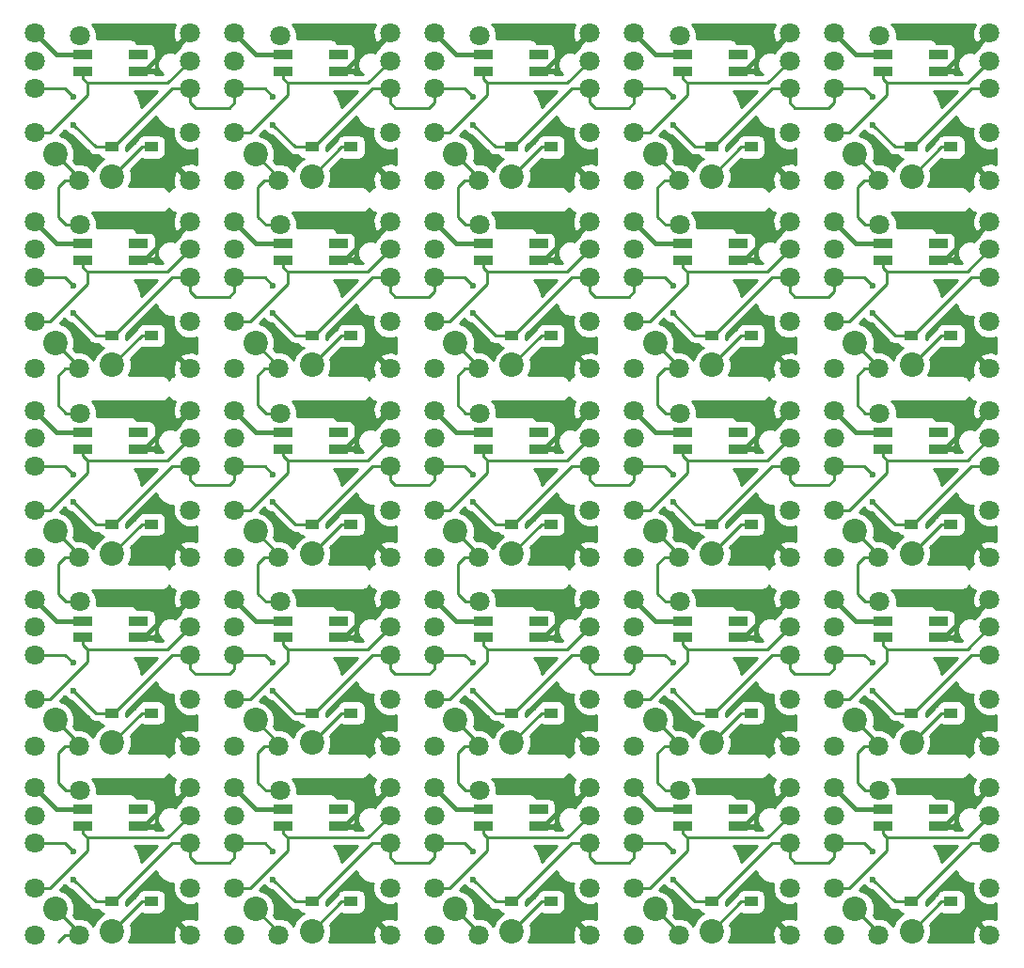
<source format=gbl>
G04 #@! TF.GenerationSoftware,KiCad,Pcbnew,5.0.2-bee76a0~70~ubuntu18.04.1*
G04 #@! TF.CreationDate,2020-03-10T01:09:00+09:00*
G04 #@! TF.ProjectId,choc,63686f63-2e6b-4696-9361-645f70636258,rev?*
G04 #@! TF.SameCoordinates,Original*
G04 #@! TF.FileFunction,Copper,L2,Bot*
G04 #@! TF.FilePolarity,Positive*
%FSLAX46Y46*%
G04 Gerber Fmt 4.6, Leading zero omitted, Abs format (unit mm)*
G04 Created by KiCad (PCBNEW 5.0.2-bee76a0~70~ubuntu18.04.1) date 2020年03月10日 01時09分00秒*
%MOMM*%
%LPD*%
G01*
G04 APERTURE LIST*
G04 #@! TA.AperFunction,SMDPad,CuDef*
%ADD10R,1.800000X0.820000*%
G04 #@! TD*
G04 #@! TA.AperFunction,SMDPad,CuDef*
%ADD11R,1.300000X0.950000*%
G04 #@! TD*
G04 #@! TA.AperFunction,ComponentPad*
%ADD12C,2.200000*%
G04 #@! TD*
G04 #@! TA.AperFunction,ComponentPad*
%ADD13C,1.800000*%
G04 #@! TD*
G04 #@! TA.AperFunction,ViaPad*
%ADD14C,0.600000*%
G04 #@! TD*
G04 #@! TA.AperFunction,Conductor*
%ADD15C,0.250000*%
G04 #@! TD*
G04 #@! TA.AperFunction,Conductor*
%ADD16C,0.400000*%
G04 #@! TD*
G04 #@! TA.AperFunction,Conductor*
%ADD17C,0.254000*%
G04 #@! TD*
G04 APERTURE END LIST*
D10*
G04 #@! TO.P,L1,4*
G04 #@! TO.N,Net-(L1-Pad3)*
X112922000Y-30252000D03*
G04 #@! TO.P,L1,3*
G04 #@! TO.N,GND*
X112922000Y-31752000D03*
G04 #@! TO.P,L1,2*
G04 #@! TO.N,Net-(L1-Pad1)*
X107922000Y-31752000D03*
G04 #@! TO.P,L1,1*
G04 #@! TO.N,VCC*
X107922000Y-30252000D03*
G04 #@! TD*
G04 #@! TO.P,L1,4*
G04 #@! TO.N,Net-(L1-Pad3)*
X76922000Y-81252000D03*
G04 #@! TO.P,L1,3*
G04 #@! TO.N,GND*
X76922000Y-82752000D03*
G04 #@! TO.P,L1,2*
G04 #@! TO.N,Net-(L1-Pad1)*
X71922000Y-82752000D03*
G04 #@! TO.P,L1,1*
G04 #@! TO.N,VCC*
X71922000Y-81252000D03*
G04 #@! TD*
G04 #@! TO.P,L1,4*
G04 #@! TO.N,Net-(L1-Pad3)*
X148922000Y-98252000D03*
G04 #@! TO.P,L1,3*
G04 #@! TO.N,GND*
X148922000Y-99752000D03*
G04 #@! TO.P,L1,2*
G04 #@! TO.N,Net-(L1-Pad1)*
X143922000Y-99752000D03*
G04 #@! TO.P,L1,1*
G04 #@! TO.N,VCC*
X143922000Y-98252000D03*
G04 #@! TD*
G04 #@! TO.P,L1,4*
G04 #@! TO.N,Net-(L1-Pad3)*
X130922000Y-98252000D03*
G04 #@! TO.P,L1,3*
G04 #@! TO.N,GND*
X130922000Y-99752000D03*
G04 #@! TO.P,L1,2*
G04 #@! TO.N,Net-(L1-Pad1)*
X125922000Y-99752000D03*
G04 #@! TO.P,L1,1*
G04 #@! TO.N,VCC*
X125922000Y-98252000D03*
G04 #@! TD*
G04 #@! TO.P,L1,4*
G04 #@! TO.N,Net-(L1-Pad3)*
X112922000Y-98252000D03*
G04 #@! TO.P,L1,3*
G04 #@! TO.N,GND*
X112922000Y-99752000D03*
G04 #@! TO.P,L1,2*
G04 #@! TO.N,Net-(L1-Pad1)*
X107922000Y-99752000D03*
G04 #@! TO.P,L1,1*
G04 #@! TO.N,VCC*
X107922000Y-98252000D03*
G04 #@! TD*
G04 #@! TO.P,L1,4*
G04 #@! TO.N,Net-(L1-Pad3)*
X94922000Y-98252000D03*
G04 #@! TO.P,L1,3*
G04 #@! TO.N,GND*
X94922000Y-99752000D03*
G04 #@! TO.P,L1,2*
G04 #@! TO.N,Net-(L1-Pad1)*
X89922000Y-99752000D03*
G04 #@! TO.P,L1,1*
G04 #@! TO.N,VCC*
X89922000Y-98252000D03*
G04 #@! TD*
G04 #@! TO.P,L1,4*
G04 #@! TO.N,Net-(L1-Pad3)*
X76922000Y-98252000D03*
G04 #@! TO.P,L1,3*
G04 #@! TO.N,GND*
X76922000Y-99752000D03*
G04 #@! TO.P,L1,2*
G04 #@! TO.N,Net-(L1-Pad1)*
X71922000Y-99752000D03*
G04 #@! TO.P,L1,1*
G04 #@! TO.N,VCC*
X71922000Y-98252000D03*
G04 #@! TD*
G04 #@! TO.P,L1,4*
G04 #@! TO.N,Net-(L1-Pad3)*
X148922000Y-81252000D03*
G04 #@! TO.P,L1,3*
G04 #@! TO.N,GND*
X148922000Y-82752000D03*
G04 #@! TO.P,L1,2*
G04 #@! TO.N,Net-(L1-Pad1)*
X143922000Y-82752000D03*
G04 #@! TO.P,L1,1*
G04 #@! TO.N,VCC*
X143922000Y-81252000D03*
G04 #@! TD*
G04 #@! TO.P,L1,4*
G04 #@! TO.N,Net-(L1-Pad3)*
X130922000Y-81252000D03*
G04 #@! TO.P,L1,3*
G04 #@! TO.N,GND*
X130922000Y-82752000D03*
G04 #@! TO.P,L1,2*
G04 #@! TO.N,Net-(L1-Pad1)*
X125922000Y-82752000D03*
G04 #@! TO.P,L1,1*
G04 #@! TO.N,VCC*
X125922000Y-81252000D03*
G04 #@! TD*
G04 #@! TO.P,L1,4*
G04 #@! TO.N,Net-(L1-Pad3)*
X112922000Y-81252000D03*
G04 #@! TO.P,L1,3*
G04 #@! TO.N,GND*
X112922000Y-82752000D03*
G04 #@! TO.P,L1,2*
G04 #@! TO.N,Net-(L1-Pad1)*
X107922000Y-82752000D03*
G04 #@! TO.P,L1,1*
G04 #@! TO.N,VCC*
X107922000Y-81252000D03*
G04 #@! TD*
G04 #@! TO.P,L1,4*
G04 #@! TO.N,Net-(L1-Pad3)*
X94922000Y-81252000D03*
G04 #@! TO.P,L1,3*
G04 #@! TO.N,GND*
X94922000Y-82752000D03*
G04 #@! TO.P,L1,2*
G04 #@! TO.N,Net-(L1-Pad1)*
X89922000Y-82752000D03*
G04 #@! TO.P,L1,1*
G04 #@! TO.N,VCC*
X89922000Y-81252000D03*
G04 #@! TD*
G04 #@! TO.P,L1,4*
G04 #@! TO.N,Net-(L1-Pad3)*
X148922000Y-64252000D03*
G04 #@! TO.P,L1,3*
G04 #@! TO.N,GND*
X148922000Y-65752000D03*
G04 #@! TO.P,L1,2*
G04 #@! TO.N,Net-(L1-Pad1)*
X143922000Y-65752000D03*
G04 #@! TO.P,L1,1*
G04 #@! TO.N,VCC*
X143922000Y-64252000D03*
G04 #@! TD*
G04 #@! TO.P,L1,4*
G04 #@! TO.N,Net-(L1-Pad3)*
X130922000Y-64252000D03*
G04 #@! TO.P,L1,3*
G04 #@! TO.N,GND*
X130922000Y-65752000D03*
G04 #@! TO.P,L1,2*
G04 #@! TO.N,Net-(L1-Pad1)*
X125922000Y-65752000D03*
G04 #@! TO.P,L1,1*
G04 #@! TO.N,VCC*
X125922000Y-64252000D03*
G04 #@! TD*
G04 #@! TO.P,L1,4*
G04 #@! TO.N,Net-(L1-Pad3)*
X112922000Y-64252000D03*
G04 #@! TO.P,L1,3*
G04 #@! TO.N,GND*
X112922000Y-65752000D03*
G04 #@! TO.P,L1,2*
G04 #@! TO.N,Net-(L1-Pad1)*
X107922000Y-65752000D03*
G04 #@! TO.P,L1,1*
G04 #@! TO.N,VCC*
X107922000Y-64252000D03*
G04 #@! TD*
G04 #@! TO.P,L1,4*
G04 #@! TO.N,Net-(L1-Pad3)*
X94922000Y-64252000D03*
G04 #@! TO.P,L1,3*
G04 #@! TO.N,GND*
X94922000Y-65752000D03*
G04 #@! TO.P,L1,2*
G04 #@! TO.N,Net-(L1-Pad1)*
X89922000Y-65752000D03*
G04 #@! TO.P,L1,1*
G04 #@! TO.N,VCC*
X89922000Y-64252000D03*
G04 #@! TD*
G04 #@! TO.P,L1,4*
G04 #@! TO.N,Net-(L1-Pad3)*
X76922000Y-64252000D03*
G04 #@! TO.P,L1,3*
G04 #@! TO.N,GND*
X76922000Y-65752000D03*
G04 #@! TO.P,L1,2*
G04 #@! TO.N,Net-(L1-Pad1)*
X71922000Y-65752000D03*
G04 #@! TO.P,L1,1*
G04 #@! TO.N,VCC*
X71922000Y-64252000D03*
G04 #@! TD*
G04 #@! TO.P,L1,4*
G04 #@! TO.N,Net-(L1-Pad3)*
X148922000Y-47252000D03*
G04 #@! TO.P,L1,3*
G04 #@! TO.N,GND*
X148922000Y-48752000D03*
G04 #@! TO.P,L1,2*
G04 #@! TO.N,Net-(L1-Pad1)*
X143922000Y-48752000D03*
G04 #@! TO.P,L1,1*
G04 #@! TO.N,VCC*
X143922000Y-47252000D03*
G04 #@! TD*
G04 #@! TO.P,L1,4*
G04 #@! TO.N,Net-(L1-Pad3)*
X130922000Y-47252000D03*
G04 #@! TO.P,L1,3*
G04 #@! TO.N,GND*
X130922000Y-48752000D03*
G04 #@! TO.P,L1,2*
G04 #@! TO.N,Net-(L1-Pad1)*
X125922000Y-48752000D03*
G04 #@! TO.P,L1,1*
G04 #@! TO.N,VCC*
X125922000Y-47252000D03*
G04 #@! TD*
G04 #@! TO.P,L1,4*
G04 #@! TO.N,Net-(L1-Pad3)*
X112922000Y-47252000D03*
G04 #@! TO.P,L1,3*
G04 #@! TO.N,GND*
X112922000Y-48752000D03*
G04 #@! TO.P,L1,2*
G04 #@! TO.N,Net-(L1-Pad1)*
X107922000Y-48752000D03*
G04 #@! TO.P,L1,1*
G04 #@! TO.N,VCC*
X107922000Y-47252000D03*
G04 #@! TD*
G04 #@! TO.P,L1,4*
G04 #@! TO.N,Net-(L1-Pad3)*
X94922000Y-47252000D03*
G04 #@! TO.P,L1,3*
G04 #@! TO.N,GND*
X94922000Y-48752000D03*
G04 #@! TO.P,L1,2*
G04 #@! TO.N,Net-(L1-Pad1)*
X89922000Y-48752000D03*
G04 #@! TO.P,L1,1*
G04 #@! TO.N,VCC*
X89922000Y-47252000D03*
G04 #@! TD*
G04 #@! TO.P,L1,4*
G04 #@! TO.N,Net-(L1-Pad3)*
X76922000Y-47252000D03*
G04 #@! TO.P,L1,3*
G04 #@! TO.N,GND*
X76922000Y-48752000D03*
G04 #@! TO.P,L1,2*
G04 #@! TO.N,Net-(L1-Pad1)*
X71922000Y-48752000D03*
G04 #@! TO.P,L1,1*
G04 #@! TO.N,VCC*
X71922000Y-47252000D03*
G04 #@! TD*
G04 #@! TO.P,L1,4*
G04 #@! TO.N,Net-(L1-Pad3)*
X148922000Y-30252000D03*
G04 #@! TO.P,L1,3*
G04 #@! TO.N,GND*
X148922000Y-31752000D03*
G04 #@! TO.P,L1,2*
G04 #@! TO.N,Net-(L1-Pad1)*
X143922000Y-31752000D03*
G04 #@! TO.P,L1,1*
G04 #@! TO.N,VCC*
X143922000Y-30252000D03*
G04 #@! TD*
G04 #@! TO.P,L1,4*
G04 #@! TO.N,Net-(L1-Pad3)*
X130922000Y-30252000D03*
G04 #@! TO.P,L1,3*
G04 #@! TO.N,GND*
X130922000Y-31752000D03*
G04 #@! TO.P,L1,2*
G04 #@! TO.N,Net-(L1-Pad1)*
X125922000Y-31752000D03*
G04 #@! TO.P,L1,1*
G04 #@! TO.N,VCC*
X125922000Y-30252000D03*
G04 #@! TD*
G04 #@! TO.P,L1,4*
G04 #@! TO.N,Net-(L1-Pad3)*
X94922000Y-30252000D03*
G04 #@! TO.P,L1,3*
G04 #@! TO.N,GND*
X94922000Y-31752000D03*
G04 #@! TO.P,L1,2*
G04 #@! TO.N,Net-(L1-Pad1)*
X89922000Y-31752000D03*
G04 #@! TO.P,L1,1*
G04 #@! TO.N,VCC*
X89922000Y-30252000D03*
G04 #@! TD*
G04 #@! TO.P,L1,4*
G04 #@! TO.N,Net-(L1-Pad3)*
X76922000Y-30252000D03*
G04 #@! TO.P,L1,3*
G04 #@! TO.N,GND*
X76922000Y-31752000D03*
G04 #@! TO.P,L1,2*
G04 #@! TO.N,Net-(L1-Pad1)*
X71922000Y-31752000D03*
G04 #@! TO.P,L1,1*
G04 #@! TO.N,VCC*
X71922000Y-30252000D03*
G04 #@! TD*
D11*
G04 #@! TO.P,D,2*
G04 #@! TO.N,Net-(D1-Pad2)*
X150057000Y-106547000D03*
G04 #@! TO.P,D,1*
G04 #@! TO.N,/ROW0*
X146507000Y-106547000D03*
G04 #@! TD*
G04 #@! TO.P,D,2*
G04 #@! TO.N,Net-(D1-Pad2)*
X132057000Y-106547000D03*
G04 #@! TO.P,D,1*
G04 #@! TO.N,/ROW0*
X128507000Y-106547000D03*
G04 #@! TD*
G04 #@! TO.P,D,2*
G04 #@! TO.N,Net-(D1-Pad2)*
X114057000Y-106547000D03*
G04 #@! TO.P,D,1*
G04 #@! TO.N,/ROW0*
X110507000Y-106547000D03*
G04 #@! TD*
G04 #@! TO.P,D,2*
G04 #@! TO.N,Net-(D1-Pad2)*
X96057000Y-106547000D03*
G04 #@! TO.P,D,1*
G04 #@! TO.N,/ROW0*
X92507000Y-106547000D03*
G04 #@! TD*
G04 #@! TO.P,D,2*
G04 #@! TO.N,Net-(D1-Pad2)*
X78057000Y-106547000D03*
G04 #@! TO.P,D,1*
G04 #@! TO.N,/ROW0*
X74507000Y-106547000D03*
G04 #@! TD*
G04 #@! TO.P,D,2*
G04 #@! TO.N,Net-(D1-Pad2)*
X150057000Y-89547000D03*
G04 #@! TO.P,D,1*
G04 #@! TO.N,/ROW0*
X146507000Y-89547000D03*
G04 #@! TD*
G04 #@! TO.P,D,2*
G04 #@! TO.N,Net-(D1-Pad2)*
X132057000Y-89547000D03*
G04 #@! TO.P,D,1*
G04 #@! TO.N,/ROW0*
X128507000Y-89547000D03*
G04 #@! TD*
G04 #@! TO.P,D,2*
G04 #@! TO.N,Net-(D1-Pad2)*
X114057000Y-89547000D03*
G04 #@! TO.P,D,1*
G04 #@! TO.N,/ROW0*
X110507000Y-89547000D03*
G04 #@! TD*
G04 #@! TO.P,D,2*
G04 #@! TO.N,Net-(D1-Pad2)*
X96057000Y-89547000D03*
G04 #@! TO.P,D,1*
G04 #@! TO.N,/ROW0*
X92507000Y-89547000D03*
G04 #@! TD*
G04 #@! TO.P,D,2*
G04 #@! TO.N,Net-(D1-Pad2)*
X78057000Y-89547000D03*
G04 #@! TO.P,D,1*
G04 #@! TO.N,/ROW0*
X74507000Y-89547000D03*
G04 #@! TD*
G04 #@! TO.P,D,2*
G04 #@! TO.N,Net-(D1-Pad2)*
X150057000Y-72547000D03*
G04 #@! TO.P,D,1*
G04 #@! TO.N,/ROW0*
X146507000Y-72547000D03*
G04 #@! TD*
G04 #@! TO.P,D,2*
G04 #@! TO.N,Net-(D1-Pad2)*
X132057000Y-72547000D03*
G04 #@! TO.P,D,1*
G04 #@! TO.N,/ROW0*
X128507000Y-72547000D03*
G04 #@! TD*
G04 #@! TO.P,D,2*
G04 #@! TO.N,Net-(D1-Pad2)*
X114057000Y-72547000D03*
G04 #@! TO.P,D,1*
G04 #@! TO.N,/ROW0*
X110507000Y-72547000D03*
G04 #@! TD*
G04 #@! TO.P,D,2*
G04 #@! TO.N,Net-(D1-Pad2)*
X96057000Y-72547000D03*
G04 #@! TO.P,D,1*
G04 #@! TO.N,/ROW0*
X92507000Y-72547000D03*
G04 #@! TD*
G04 #@! TO.P,D,2*
G04 #@! TO.N,Net-(D1-Pad2)*
X78057000Y-72547000D03*
G04 #@! TO.P,D,1*
G04 #@! TO.N,/ROW0*
X74507000Y-72547000D03*
G04 #@! TD*
G04 #@! TO.P,D,2*
G04 #@! TO.N,Net-(D1-Pad2)*
X150057000Y-55547000D03*
G04 #@! TO.P,D,1*
G04 #@! TO.N,/ROW0*
X146507000Y-55547000D03*
G04 #@! TD*
G04 #@! TO.P,D,2*
G04 #@! TO.N,Net-(D1-Pad2)*
X132057000Y-55547000D03*
G04 #@! TO.P,D,1*
G04 #@! TO.N,/ROW0*
X128507000Y-55547000D03*
G04 #@! TD*
G04 #@! TO.P,D,2*
G04 #@! TO.N,Net-(D1-Pad2)*
X114057000Y-55547000D03*
G04 #@! TO.P,D,1*
G04 #@! TO.N,/ROW0*
X110507000Y-55547000D03*
G04 #@! TD*
G04 #@! TO.P,D,2*
G04 #@! TO.N,Net-(D1-Pad2)*
X96057000Y-55547000D03*
G04 #@! TO.P,D,1*
G04 #@! TO.N,/ROW0*
X92507000Y-55547000D03*
G04 #@! TD*
G04 #@! TO.P,D,2*
G04 #@! TO.N,Net-(D1-Pad2)*
X78057000Y-55547000D03*
G04 #@! TO.P,D,1*
G04 #@! TO.N,/ROW0*
X74507000Y-55547000D03*
G04 #@! TD*
G04 #@! TO.P,D,2*
G04 #@! TO.N,Net-(D1-Pad2)*
X150057000Y-38547000D03*
G04 #@! TO.P,D,1*
G04 #@! TO.N,/ROW0*
X146507000Y-38547000D03*
G04 #@! TD*
G04 #@! TO.P,D,2*
G04 #@! TO.N,Net-(D1-Pad2)*
X132057000Y-38547000D03*
G04 #@! TO.P,D,1*
G04 #@! TO.N,/ROW0*
X128507000Y-38547000D03*
G04 #@! TD*
G04 #@! TO.P,D,2*
G04 #@! TO.N,Net-(D1-Pad2)*
X114057000Y-38547000D03*
G04 #@! TO.P,D,1*
G04 #@! TO.N,/ROW0*
X110507000Y-38547000D03*
G04 #@! TD*
G04 #@! TO.P,D,2*
G04 #@! TO.N,Net-(D1-Pad2)*
X96057000Y-38547000D03*
G04 #@! TO.P,D,1*
G04 #@! TO.N,/ROW0*
X92507000Y-38547000D03*
G04 #@! TD*
G04 #@! TO.P,D,2*
G04 #@! TO.N,Net-(D1-Pad2)*
X78057000Y-38547000D03*
G04 #@! TO.P,D,1*
G04 #@! TO.N,/ROW0*
X74507000Y-38547000D03*
G04 #@! TD*
D12*
G04 #@! TO.P,SW1,1*
G04 #@! TO.N,/COL0*
X123432000Y-107197000D03*
G04 #@! TO.P,SW1,2*
G04 #@! TO.N,Net-(D1-Pad2)*
X128532000Y-109197000D03*
G04 #@! TD*
G04 #@! TO.P,SW1,1*
G04 #@! TO.N,/COL0*
X105432000Y-107197000D03*
G04 #@! TO.P,SW1,2*
G04 #@! TO.N,Net-(D1-Pad2)*
X110532000Y-109197000D03*
G04 #@! TD*
G04 #@! TO.P,SW1,1*
G04 #@! TO.N,/COL0*
X87432000Y-107197000D03*
G04 #@! TO.P,SW1,2*
G04 #@! TO.N,Net-(D1-Pad2)*
X92532000Y-109197000D03*
G04 #@! TD*
G04 #@! TO.P,SW1,1*
G04 #@! TO.N,/COL0*
X69432000Y-107197000D03*
G04 #@! TO.P,SW1,2*
G04 #@! TO.N,Net-(D1-Pad2)*
X74532000Y-109197000D03*
G04 #@! TD*
G04 #@! TO.P,SW1,2*
G04 #@! TO.N,Net-(D1-Pad2)*
X74532000Y-41197000D03*
G04 #@! TO.P,SW1,1*
G04 #@! TO.N,/COL0*
X69432000Y-39197000D03*
G04 #@! TD*
G04 #@! TO.P,SW1,1*
G04 #@! TO.N,/COL0*
X141432000Y-90197000D03*
G04 #@! TO.P,SW1,2*
G04 #@! TO.N,Net-(D1-Pad2)*
X146532000Y-92197000D03*
G04 #@! TD*
D13*
G04 #@! TO.P,REF\002A\002A,1*
G04 #@! TO.N,/COL0*
X143632000Y-96547000D03*
G04 #@! TD*
G04 #@! TO.P,REF\002A\002A,1*
G04 #@! TO.N,/COL0*
X125632000Y-96547000D03*
G04 #@! TD*
G04 #@! TO.P,REF\002A\002A,1*
G04 #@! TO.N,/COL0*
X107632000Y-96547000D03*
G04 #@! TD*
G04 #@! TO.P,REF\002A\002A,1*
G04 #@! TO.N,/COL0*
X89632000Y-96547000D03*
G04 #@! TD*
G04 #@! TO.P,REF\002A\002A,1*
G04 #@! TO.N,/COL0*
X71632000Y-96547000D03*
G04 #@! TD*
G04 #@! TO.P,REF\002A\002A,1*
G04 #@! TO.N,/COL0*
X143632000Y-79547000D03*
G04 #@! TD*
G04 #@! TO.P,REF\002A\002A,1*
G04 #@! TO.N,/COL0*
X125632000Y-79547000D03*
G04 #@! TD*
G04 #@! TO.P,REF\002A\002A,1*
G04 #@! TO.N,/COL0*
X107632000Y-79547000D03*
G04 #@! TD*
G04 #@! TO.P,REF\002A\002A,1*
G04 #@! TO.N,/COL0*
X89632000Y-79547000D03*
G04 #@! TD*
G04 #@! TO.P,REF\002A\002A,1*
G04 #@! TO.N,/COL0*
X71632000Y-79547000D03*
G04 #@! TD*
G04 #@! TO.P,REF\002A\002A,1*
G04 #@! TO.N,/COL0*
X143632000Y-62547000D03*
G04 #@! TD*
G04 #@! TO.P,REF\002A\002A,1*
G04 #@! TO.N,/COL0*
X125632000Y-62547000D03*
G04 #@! TD*
G04 #@! TO.P,REF\002A\002A,1*
G04 #@! TO.N,/COL0*
X107632000Y-62547000D03*
G04 #@! TD*
G04 #@! TO.P,REF\002A\002A,1*
G04 #@! TO.N,/COL0*
X89632000Y-62547000D03*
G04 #@! TD*
G04 #@! TO.P,REF\002A\002A,1*
G04 #@! TO.N,/COL0*
X71632000Y-62547000D03*
G04 #@! TD*
G04 #@! TO.P,REF\002A\002A,1*
G04 #@! TO.N,/COL0*
X143632000Y-45547000D03*
G04 #@! TD*
G04 #@! TO.P,REF\002A\002A,1*
G04 #@! TO.N,/COL0*
X125632000Y-45547000D03*
G04 #@! TD*
G04 #@! TO.P,REF\002A\002A,1*
G04 #@! TO.N,/COL0*
X107632000Y-45547000D03*
G04 #@! TD*
G04 #@! TO.P,REF\002A\002A,1*
G04 #@! TO.N,/COL0*
X89632000Y-45547000D03*
G04 #@! TD*
G04 #@! TO.P,REF\002A\002A,1*
G04 #@! TO.N,/COL0*
X71632000Y-45547000D03*
G04 #@! TD*
G04 #@! TO.P,REF\002A\002A,1*
G04 #@! TO.N,/COL0*
X143632000Y-28547000D03*
G04 #@! TD*
G04 #@! TO.P,REF\002A\002A,1*
G04 #@! TO.N,/COL0*
X125632000Y-28547000D03*
G04 #@! TD*
G04 #@! TO.P,REF\002A\002A,1*
G04 #@! TO.N,/COL0*
X107632000Y-28547000D03*
G04 #@! TD*
G04 #@! TO.P,REF\002A\002A,1*
G04 #@! TO.N,/COL0*
X89632000Y-28547000D03*
G04 #@! TD*
G04 #@! TO.P,REF\002A\002A,1*
G04 #@! TO.N,/ROW0*
X139532000Y-101297000D03*
G04 #@! TD*
G04 #@! TO.P,REF\002A\002A,1*
G04 #@! TO.N,/ROW0*
X121532000Y-101297000D03*
G04 #@! TD*
G04 #@! TO.P,REF\002A\002A,1*
G04 #@! TO.N,/ROW0*
X103532000Y-101297000D03*
G04 #@! TD*
G04 #@! TO.P,REF\002A\002A,1*
G04 #@! TO.N,/ROW0*
X85532000Y-101297000D03*
G04 #@! TD*
G04 #@! TO.P,REF\002A\002A,1*
G04 #@! TO.N,/ROW0*
X67532000Y-101297000D03*
G04 #@! TD*
G04 #@! TO.P,REF\002A\002A,1*
G04 #@! TO.N,/ROW0*
X139532000Y-84297000D03*
G04 #@! TD*
G04 #@! TO.P,REF\002A\002A,1*
G04 #@! TO.N,/ROW0*
X121532000Y-84297000D03*
G04 #@! TD*
G04 #@! TO.P,REF\002A\002A,1*
G04 #@! TO.N,/ROW0*
X103532000Y-84297000D03*
G04 #@! TD*
G04 #@! TO.P,REF\002A\002A,1*
G04 #@! TO.N,/ROW0*
X85532000Y-84297000D03*
G04 #@! TD*
G04 #@! TO.P,REF\002A\002A,1*
G04 #@! TO.N,/ROW0*
X67532000Y-84297000D03*
G04 #@! TD*
G04 #@! TO.P,REF\002A\002A,1*
G04 #@! TO.N,/ROW0*
X139532000Y-67297000D03*
G04 #@! TD*
G04 #@! TO.P,REF\002A\002A,1*
G04 #@! TO.N,/ROW0*
X121532000Y-67297000D03*
G04 #@! TD*
G04 #@! TO.P,REF\002A\002A,1*
G04 #@! TO.N,/ROW0*
X103532000Y-67297000D03*
G04 #@! TD*
G04 #@! TO.P,REF\002A\002A,1*
G04 #@! TO.N,/ROW0*
X85532000Y-67297000D03*
G04 #@! TD*
G04 #@! TO.P,REF\002A\002A,1*
G04 #@! TO.N,/ROW0*
X67532000Y-67297000D03*
G04 #@! TD*
G04 #@! TO.P,REF\002A\002A,1*
G04 #@! TO.N,/ROW0*
X139532000Y-50297000D03*
G04 #@! TD*
G04 #@! TO.P,REF\002A\002A,1*
G04 #@! TO.N,/ROW0*
X121532000Y-50297000D03*
G04 #@! TD*
G04 #@! TO.P,REF\002A\002A,1*
G04 #@! TO.N,/ROW0*
X103532000Y-50297000D03*
G04 #@! TD*
G04 #@! TO.P,REF\002A\002A,1*
G04 #@! TO.N,/ROW0*
X85532000Y-50297000D03*
G04 #@! TD*
G04 #@! TO.P,REF\002A\002A,1*
G04 #@! TO.N,/ROW0*
X67532000Y-50297000D03*
G04 #@! TD*
G04 #@! TO.P,REF\002A\002A,1*
G04 #@! TO.N,/ROW0*
X139532000Y-33297000D03*
G04 #@! TD*
G04 #@! TO.P,REF\002A\002A,1*
G04 #@! TO.N,/ROW0*
X121532000Y-33297000D03*
G04 #@! TD*
G04 #@! TO.P,REF\002A\002A,1*
G04 #@! TO.N,/ROW0*
X103532000Y-33297000D03*
G04 #@! TD*
G04 #@! TO.P,REF\002A\002A,1*
G04 #@! TO.N,/ROW0*
X85532000Y-33297000D03*
G04 #@! TD*
G04 #@! TO.P,REF\002A\002A,1*
G04 #@! TO.N,GND*
X153532000Y-109547000D03*
G04 #@! TD*
G04 #@! TO.P,REF\002A\002A,1*
G04 #@! TO.N,GND*
X135532000Y-109547000D03*
G04 #@! TD*
G04 #@! TO.P,REF\002A\002A,1*
G04 #@! TO.N,GND*
X117532000Y-109547000D03*
G04 #@! TD*
G04 #@! TO.P,REF\002A\002A,1*
G04 #@! TO.N,GND*
X99532000Y-109547000D03*
G04 #@! TD*
G04 #@! TO.P,REF\002A\002A,1*
G04 #@! TO.N,GND*
X81532000Y-109547000D03*
G04 #@! TD*
G04 #@! TO.P,REF\002A\002A,1*
G04 #@! TO.N,GND*
X153532000Y-92547000D03*
G04 #@! TD*
G04 #@! TO.P,REF\002A\002A,1*
G04 #@! TO.N,GND*
X135532000Y-92547000D03*
G04 #@! TD*
G04 #@! TO.P,REF\002A\002A,1*
G04 #@! TO.N,GND*
X117532000Y-92547000D03*
G04 #@! TD*
G04 #@! TO.P,REF\002A\002A,1*
G04 #@! TO.N,GND*
X99532000Y-92547000D03*
G04 #@! TD*
G04 #@! TO.P,REF\002A\002A,1*
G04 #@! TO.N,GND*
X81532000Y-92547000D03*
G04 #@! TD*
G04 #@! TO.P,REF\002A\002A,1*
G04 #@! TO.N,GND*
X153532000Y-75547000D03*
G04 #@! TD*
G04 #@! TO.P,REF\002A\002A,1*
G04 #@! TO.N,GND*
X135532000Y-75547000D03*
G04 #@! TD*
G04 #@! TO.P,REF\002A\002A,1*
G04 #@! TO.N,GND*
X117532000Y-75547000D03*
G04 #@! TD*
G04 #@! TO.P,REF\002A\002A,1*
G04 #@! TO.N,GND*
X99532000Y-75547000D03*
G04 #@! TD*
G04 #@! TO.P,REF\002A\002A,1*
G04 #@! TO.N,GND*
X81532000Y-75547000D03*
G04 #@! TD*
G04 #@! TO.P,REF\002A\002A,1*
G04 #@! TO.N,GND*
X153532000Y-58547000D03*
G04 #@! TD*
G04 #@! TO.P,REF\002A\002A,1*
G04 #@! TO.N,GND*
X135532000Y-58547000D03*
G04 #@! TD*
G04 #@! TO.P,REF\002A\002A,1*
G04 #@! TO.N,GND*
X117532000Y-58547000D03*
G04 #@! TD*
G04 #@! TO.P,REF\002A\002A,1*
G04 #@! TO.N,GND*
X99532000Y-58547000D03*
G04 #@! TD*
G04 #@! TO.P,REF\002A\002A,1*
G04 #@! TO.N,GND*
X81532000Y-58547000D03*
G04 #@! TD*
G04 #@! TO.P,REF\002A\002A,1*
G04 #@! TO.N,GND*
X153532000Y-41547000D03*
G04 #@! TD*
G04 #@! TO.P,REF\002A\002A,1*
G04 #@! TO.N,GND*
X135532000Y-41547000D03*
G04 #@! TD*
G04 #@! TO.P,REF\002A\002A,1*
G04 #@! TO.N,GND*
X117532000Y-41547000D03*
G04 #@! TD*
G04 #@! TO.P,REF\002A\002A,1*
G04 #@! TO.N,GND*
X99532000Y-41547000D03*
G04 #@! TD*
G04 #@! TO.P,REF\002A\002A,1*
G04 #@! TO.N,GND*
X153532000Y-96297000D03*
G04 #@! TD*
G04 #@! TO.P,REF\002A\002A,1*
G04 #@! TO.N,GND*
X135532000Y-96297000D03*
G04 #@! TD*
G04 #@! TO.P,REF\002A\002A,1*
G04 #@! TO.N,GND*
X117532000Y-96297000D03*
G04 #@! TD*
G04 #@! TO.P,REF\002A\002A,1*
G04 #@! TO.N,GND*
X99532000Y-96297000D03*
G04 #@! TD*
G04 #@! TO.P,REF\002A\002A,1*
G04 #@! TO.N,GND*
X81532000Y-96297000D03*
G04 #@! TD*
G04 #@! TO.P,REF\002A\002A,1*
G04 #@! TO.N,GND*
X153532000Y-79297000D03*
G04 #@! TD*
G04 #@! TO.P,REF\002A\002A,1*
G04 #@! TO.N,GND*
X135532000Y-79297000D03*
G04 #@! TD*
G04 #@! TO.P,REF\002A\002A,1*
G04 #@! TO.N,GND*
X117532000Y-79297000D03*
G04 #@! TD*
G04 #@! TO.P,REF\002A\002A,1*
G04 #@! TO.N,GND*
X99532000Y-79297000D03*
G04 #@! TD*
G04 #@! TO.P,REF\002A\002A,1*
G04 #@! TO.N,GND*
X81532000Y-79297000D03*
G04 #@! TD*
G04 #@! TO.P,REF\002A\002A,1*
G04 #@! TO.N,GND*
X153532000Y-62297000D03*
G04 #@! TD*
G04 #@! TO.P,REF\002A\002A,1*
G04 #@! TO.N,GND*
X135532000Y-62297000D03*
G04 #@! TD*
G04 #@! TO.P,REF\002A\002A,1*
G04 #@! TO.N,GND*
X117532000Y-62297000D03*
G04 #@! TD*
G04 #@! TO.P,REF\002A\002A,1*
G04 #@! TO.N,GND*
X99532000Y-62297000D03*
G04 #@! TD*
G04 #@! TO.P,REF\002A\002A,1*
G04 #@! TO.N,GND*
X81532000Y-62297000D03*
G04 #@! TD*
G04 #@! TO.P,REF\002A\002A,1*
G04 #@! TO.N,GND*
X153532000Y-45297000D03*
G04 #@! TD*
G04 #@! TO.P,REF\002A\002A,1*
G04 #@! TO.N,GND*
X135532000Y-45297000D03*
G04 #@! TD*
G04 #@! TO.P,REF\002A\002A,1*
G04 #@! TO.N,GND*
X117532000Y-45297000D03*
G04 #@! TD*
G04 #@! TO.P,REF\002A\002A,1*
G04 #@! TO.N,GND*
X99532000Y-45297000D03*
G04 #@! TD*
G04 #@! TO.P,REF\002A\002A,1*
G04 #@! TO.N,GND*
X81532000Y-45297000D03*
G04 #@! TD*
G04 #@! TO.P,REF\002A\002A,1*
G04 #@! TO.N,GND*
X153532000Y-28297000D03*
G04 #@! TD*
G04 #@! TO.P,REF\002A\002A,1*
G04 #@! TO.N,GND*
X135532000Y-28297000D03*
G04 #@! TD*
G04 #@! TO.P,REF\002A\002A,1*
G04 #@! TO.N,GND*
X117532000Y-28297000D03*
G04 #@! TD*
G04 #@! TO.P,REF\002A\002A,1*
G04 #@! TO.N,GND*
X99532000Y-28297000D03*
G04 #@! TD*
G04 #@! TO.P,REF\002A\002A,1*
G04 #@! TO.N,/ROW0*
X153532000Y-101297000D03*
G04 #@! TD*
G04 #@! TO.P,REF\002A\002A,1*
G04 #@! TO.N,/ROW0*
X135532000Y-101297000D03*
G04 #@! TD*
G04 #@! TO.P,REF\002A\002A,1*
G04 #@! TO.N,/ROW0*
X117532000Y-101297000D03*
G04 #@! TD*
G04 #@! TO.P,REF\002A\002A,1*
G04 #@! TO.N,/ROW0*
X99532000Y-101297000D03*
G04 #@! TD*
G04 #@! TO.P,REF\002A\002A,1*
G04 #@! TO.N,/ROW0*
X81532000Y-101297000D03*
G04 #@! TD*
G04 #@! TO.P,REF\002A\002A,1*
G04 #@! TO.N,/ROW0*
X153532000Y-84297000D03*
G04 #@! TD*
G04 #@! TO.P,REF\002A\002A,1*
G04 #@! TO.N,/ROW0*
X135532000Y-84297000D03*
G04 #@! TD*
G04 #@! TO.P,REF\002A\002A,1*
G04 #@! TO.N,/ROW0*
X117532000Y-84297000D03*
G04 #@! TD*
G04 #@! TO.P,REF\002A\002A,1*
G04 #@! TO.N,/ROW0*
X99532000Y-84297000D03*
G04 #@! TD*
G04 #@! TO.P,REF\002A\002A,1*
G04 #@! TO.N,/ROW0*
X81532000Y-84297000D03*
G04 #@! TD*
G04 #@! TO.P,REF\002A\002A,1*
G04 #@! TO.N,/ROW0*
X153532000Y-67297000D03*
G04 #@! TD*
G04 #@! TO.P,REF\002A\002A,1*
G04 #@! TO.N,/ROW0*
X135532000Y-67297000D03*
G04 #@! TD*
G04 #@! TO.P,REF\002A\002A,1*
G04 #@! TO.N,/ROW0*
X117532000Y-67297000D03*
G04 #@! TD*
G04 #@! TO.P,REF\002A\002A,1*
G04 #@! TO.N,/ROW0*
X99532000Y-67297000D03*
G04 #@! TD*
G04 #@! TO.P,REF\002A\002A,1*
G04 #@! TO.N,/ROW0*
X81532000Y-67297000D03*
G04 #@! TD*
G04 #@! TO.P,REF\002A\002A,1*
G04 #@! TO.N,/ROW0*
X153532000Y-50297000D03*
G04 #@! TD*
G04 #@! TO.P,REF\002A\002A,1*
G04 #@! TO.N,/ROW0*
X135532000Y-50297000D03*
G04 #@! TD*
G04 #@! TO.P,REF\002A\002A,1*
G04 #@! TO.N,/ROW0*
X117532000Y-50297000D03*
G04 #@! TD*
G04 #@! TO.P,REF\002A\002A,1*
G04 #@! TO.N,/ROW0*
X99532000Y-50297000D03*
G04 #@! TD*
G04 #@! TO.P,REF\002A\002A,1*
G04 #@! TO.N,/ROW0*
X81532000Y-50297000D03*
G04 #@! TD*
G04 #@! TO.P,REF\002A\002A,1*
G04 #@! TO.N,/ROW0*
X153532000Y-33297000D03*
G04 #@! TD*
G04 #@! TO.P,REF\002A\002A,1*
G04 #@! TO.N,/ROW0*
X135532000Y-33297000D03*
G04 #@! TD*
G04 #@! TO.P,REF\002A\002A,1*
G04 #@! TO.N,/ROW0*
X117532000Y-33297000D03*
G04 #@! TD*
G04 #@! TO.P,REF\002A\002A,1*
G04 #@! TO.N,/ROW0*
X99532000Y-33297000D03*
G04 #@! TD*
G04 #@! TO.P,REF\002A\002A,1*
G04 #@! TO.N,Net-(L1-Pad1)*
X153532000Y-98797000D03*
G04 #@! TD*
G04 #@! TO.P,REF\002A\002A,1*
G04 #@! TO.N,Net-(L1-Pad1)*
X135532000Y-98797000D03*
G04 #@! TD*
G04 #@! TO.P,REF\002A\002A,1*
G04 #@! TO.N,Net-(L1-Pad1)*
X117532000Y-98797000D03*
G04 #@! TD*
G04 #@! TO.P,REF\002A\002A,1*
G04 #@! TO.N,Net-(L1-Pad1)*
X99532000Y-98797000D03*
G04 #@! TD*
G04 #@! TO.P,REF\002A\002A,1*
G04 #@! TO.N,Net-(L1-Pad1)*
X81532000Y-98797000D03*
G04 #@! TD*
G04 #@! TO.P,REF\002A\002A,1*
G04 #@! TO.N,Net-(L1-Pad1)*
X153532000Y-81797000D03*
G04 #@! TD*
G04 #@! TO.P,REF\002A\002A,1*
G04 #@! TO.N,Net-(L1-Pad1)*
X135532000Y-81797000D03*
G04 #@! TD*
G04 #@! TO.P,REF\002A\002A,1*
G04 #@! TO.N,Net-(L1-Pad1)*
X117532000Y-81797000D03*
G04 #@! TD*
G04 #@! TO.P,REF\002A\002A,1*
G04 #@! TO.N,Net-(L1-Pad1)*
X99532000Y-81797000D03*
G04 #@! TD*
G04 #@! TO.P,REF\002A\002A,1*
G04 #@! TO.N,Net-(L1-Pad1)*
X81532000Y-81797000D03*
G04 #@! TD*
G04 #@! TO.P,REF\002A\002A,1*
G04 #@! TO.N,Net-(L1-Pad1)*
X153532000Y-64797000D03*
G04 #@! TD*
G04 #@! TO.P,REF\002A\002A,1*
G04 #@! TO.N,Net-(L1-Pad1)*
X135532000Y-64797000D03*
G04 #@! TD*
G04 #@! TO.P,REF\002A\002A,1*
G04 #@! TO.N,Net-(L1-Pad1)*
X117532000Y-64797000D03*
G04 #@! TD*
G04 #@! TO.P,REF\002A\002A,1*
G04 #@! TO.N,Net-(L1-Pad1)*
X99532000Y-64797000D03*
G04 #@! TD*
G04 #@! TO.P,REF\002A\002A,1*
G04 #@! TO.N,Net-(L1-Pad1)*
X81532000Y-64797000D03*
G04 #@! TD*
G04 #@! TO.P,REF\002A\002A,1*
G04 #@! TO.N,Net-(L1-Pad1)*
X153532000Y-47797000D03*
G04 #@! TD*
G04 #@! TO.P,REF\002A\002A,1*
G04 #@! TO.N,Net-(L1-Pad1)*
X135532000Y-47797000D03*
G04 #@! TD*
G04 #@! TO.P,REF\002A\002A,1*
G04 #@! TO.N,Net-(L1-Pad1)*
X117532000Y-47797000D03*
G04 #@! TD*
G04 #@! TO.P,REF\002A\002A,1*
G04 #@! TO.N,Net-(L1-Pad1)*
X99532000Y-47797000D03*
G04 #@! TD*
G04 #@! TO.P,REF\002A\002A,1*
G04 #@! TO.N,Net-(L1-Pad1)*
X81532000Y-47797000D03*
G04 #@! TD*
G04 #@! TO.P,REF\002A\002A,1*
G04 #@! TO.N,Net-(L1-Pad1)*
X153532000Y-30797000D03*
G04 #@! TD*
G04 #@! TO.P,REF\002A\002A,1*
G04 #@! TO.N,Net-(L1-Pad1)*
X135532000Y-30797000D03*
G04 #@! TD*
G04 #@! TO.P,REF\002A\002A,1*
G04 #@! TO.N,Net-(L1-Pad1)*
X117532000Y-30797000D03*
G04 #@! TD*
G04 #@! TO.P,REF\002A\002A,1*
G04 #@! TO.N,Net-(L1-Pad1)*
X99532000Y-30797000D03*
G04 #@! TD*
D12*
G04 #@! TO.P,SW1,1*
G04 #@! TO.N,/COL0*
X141432000Y-107197000D03*
G04 #@! TO.P,SW1,2*
G04 #@! TO.N,Net-(D1-Pad2)*
X146532000Y-109197000D03*
G04 #@! TD*
G04 #@! TO.P,SW1,1*
G04 #@! TO.N,/COL0*
X123432000Y-90197000D03*
G04 #@! TO.P,SW1,2*
G04 #@! TO.N,Net-(D1-Pad2)*
X128532000Y-92197000D03*
G04 #@! TD*
G04 #@! TO.P,SW1,1*
G04 #@! TO.N,/COL0*
X105432000Y-90197000D03*
G04 #@! TO.P,SW1,2*
G04 #@! TO.N,Net-(D1-Pad2)*
X110532000Y-92197000D03*
G04 #@! TD*
G04 #@! TO.P,SW1,1*
G04 #@! TO.N,/COL0*
X87432000Y-90197000D03*
G04 #@! TO.P,SW1,2*
G04 #@! TO.N,Net-(D1-Pad2)*
X92532000Y-92197000D03*
G04 #@! TD*
G04 #@! TO.P,SW1,1*
G04 #@! TO.N,/COL0*
X69432000Y-90197000D03*
G04 #@! TO.P,SW1,2*
G04 #@! TO.N,Net-(D1-Pad2)*
X74532000Y-92197000D03*
G04 #@! TD*
G04 #@! TO.P,SW1,1*
G04 #@! TO.N,/COL0*
X141432000Y-73197000D03*
G04 #@! TO.P,SW1,2*
G04 #@! TO.N,Net-(D1-Pad2)*
X146532000Y-75197000D03*
G04 #@! TD*
G04 #@! TO.P,SW1,1*
G04 #@! TO.N,/COL0*
X123432000Y-73197000D03*
G04 #@! TO.P,SW1,2*
G04 #@! TO.N,Net-(D1-Pad2)*
X128532000Y-75197000D03*
G04 #@! TD*
G04 #@! TO.P,SW1,1*
G04 #@! TO.N,/COL0*
X105432000Y-73197000D03*
G04 #@! TO.P,SW1,2*
G04 #@! TO.N,Net-(D1-Pad2)*
X110532000Y-75197000D03*
G04 #@! TD*
G04 #@! TO.P,SW1,1*
G04 #@! TO.N,/COL0*
X87432000Y-73197000D03*
G04 #@! TO.P,SW1,2*
G04 #@! TO.N,Net-(D1-Pad2)*
X92532000Y-75197000D03*
G04 #@! TD*
G04 #@! TO.P,SW1,1*
G04 #@! TO.N,/COL0*
X69432000Y-73197000D03*
G04 #@! TO.P,SW1,2*
G04 #@! TO.N,Net-(D1-Pad2)*
X74532000Y-75197000D03*
G04 #@! TD*
G04 #@! TO.P,SW1,1*
G04 #@! TO.N,/COL0*
X141432000Y-56197000D03*
G04 #@! TO.P,SW1,2*
G04 #@! TO.N,Net-(D1-Pad2)*
X146532000Y-58197000D03*
G04 #@! TD*
G04 #@! TO.P,SW1,1*
G04 #@! TO.N,/COL0*
X123432000Y-56197000D03*
G04 #@! TO.P,SW1,2*
G04 #@! TO.N,Net-(D1-Pad2)*
X128532000Y-58197000D03*
G04 #@! TD*
G04 #@! TO.P,SW1,1*
G04 #@! TO.N,/COL0*
X105432000Y-56197000D03*
G04 #@! TO.P,SW1,2*
G04 #@! TO.N,Net-(D1-Pad2)*
X110532000Y-58197000D03*
G04 #@! TD*
G04 #@! TO.P,SW1,1*
G04 #@! TO.N,/COL0*
X87432000Y-56197000D03*
G04 #@! TO.P,SW1,2*
G04 #@! TO.N,Net-(D1-Pad2)*
X92532000Y-58197000D03*
G04 #@! TD*
G04 #@! TO.P,SW1,1*
G04 #@! TO.N,/COL0*
X69432000Y-56197000D03*
G04 #@! TO.P,SW1,2*
G04 #@! TO.N,Net-(D1-Pad2)*
X74532000Y-58197000D03*
G04 #@! TD*
G04 #@! TO.P,SW1,1*
G04 #@! TO.N,/COL0*
X141432000Y-39197000D03*
G04 #@! TO.P,SW1,2*
G04 #@! TO.N,Net-(D1-Pad2)*
X146532000Y-41197000D03*
G04 #@! TD*
G04 #@! TO.P,SW1,1*
G04 #@! TO.N,/COL0*
X123432000Y-39197000D03*
G04 #@! TO.P,SW1,2*
G04 #@! TO.N,Net-(D1-Pad2)*
X128532000Y-41197000D03*
G04 #@! TD*
G04 #@! TO.P,SW1,1*
G04 #@! TO.N,/COL0*
X105432000Y-39197000D03*
G04 #@! TO.P,SW1,2*
G04 #@! TO.N,Net-(D1-Pad2)*
X110532000Y-41197000D03*
G04 #@! TD*
G04 #@! TO.P,SW1,1*
G04 #@! TO.N,/COL0*
X87432000Y-39197000D03*
G04 #@! TO.P,SW1,2*
G04 #@! TO.N,Net-(D1-Pad2)*
X92532000Y-41197000D03*
G04 #@! TD*
D13*
G04 #@! TO.P,REF\002A\002A,1*
G04 #@! TO.N,VCC*
X139532000Y-96297000D03*
G04 #@! TD*
G04 #@! TO.P,REF\002A\002A,1*
G04 #@! TO.N,VCC*
X121532000Y-96297000D03*
G04 #@! TD*
G04 #@! TO.P,REF\002A\002A,1*
G04 #@! TO.N,VCC*
X103532000Y-96297000D03*
G04 #@! TD*
G04 #@! TO.P,REF\002A\002A,1*
G04 #@! TO.N,VCC*
X85532000Y-96297000D03*
G04 #@! TD*
G04 #@! TO.P,REF\002A\002A,1*
G04 #@! TO.N,VCC*
X67532000Y-96297000D03*
G04 #@! TD*
G04 #@! TO.P,REF\002A\002A,1*
G04 #@! TO.N,VCC*
X139532000Y-79297000D03*
G04 #@! TD*
G04 #@! TO.P,REF\002A\002A,1*
G04 #@! TO.N,VCC*
X121532000Y-79297000D03*
G04 #@! TD*
G04 #@! TO.P,REF\002A\002A,1*
G04 #@! TO.N,VCC*
X103532000Y-79297000D03*
G04 #@! TD*
G04 #@! TO.P,REF\002A\002A,1*
G04 #@! TO.N,VCC*
X85532000Y-79297000D03*
G04 #@! TD*
G04 #@! TO.P,REF\002A\002A,1*
G04 #@! TO.N,VCC*
X67532000Y-79297000D03*
G04 #@! TD*
G04 #@! TO.P,REF\002A\002A,1*
G04 #@! TO.N,VCC*
X139532000Y-62297000D03*
G04 #@! TD*
G04 #@! TO.P,REF\002A\002A,1*
G04 #@! TO.N,VCC*
X121532000Y-62297000D03*
G04 #@! TD*
G04 #@! TO.P,REF\002A\002A,1*
G04 #@! TO.N,VCC*
X103532000Y-62297000D03*
G04 #@! TD*
G04 #@! TO.P,REF\002A\002A,1*
G04 #@! TO.N,VCC*
X85532000Y-62297000D03*
G04 #@! TD*
G04 #@! TO.P,REF\002A\002A,1*
G04 #@! TO.N,VCC*
X67532000Y-62297000D03*
G04 #@! TD*
G04 #@! TO.P,REF\002A\002A,1*
G04 #@! TO.N,VCC*
X139532000Y-45297000D03*
G04 #@! TD*
G04 #@! TO.P,REF\002A\002A,1*
G04 #@! TO.N,VCC*
X121532000Y-45297000D03*
G04 #@! TD*
G04 #@! TO.P,REF\002A\002A,1*
G04 #@! TO.N,VCC*
X103532000Y-45297000D03*
G04 #@! TD*
G04 #@! TO.P,REF\002A\002A,1*
G04 #@! TO.N,VCC*
X85532000Y-45297000D03*
G04 #@! TD*
G04 #@! TO.P,REF\002A\002A,1*
G04 #@! TO.N,VCC*
X67532000Y-45297000D03*
G04 #@! TD*
G04 #@! TO.P,REF\002A\002A,1*
G04 #@! TO.N,VCC*
X139532000Y-28297000D03*
G04 #@! TD*
G04 #@! TO.P,REF\002A\002A,1*
G04 #@! TO.N,VCC*
X121532000Y-28297000D03*
G04 #@! TD*
G04 #@! TO.P,REF\002A\002A,1*
G04 #@! TO.N,VCC*
X103532000Y-28297000D03*
G04 #@! TD*
G04 #@! TO.P,REF\002A\002A,1*
G04 #@! TO.N,VCC*
X85532000Y-28297000D03*
G04 #@! TD*
G04 #@! TO.P,REF\002A\002A,1*
G04 #@! TO.N,VCC*
X139532000Y-109547000D03*
G04 #@! TD*
G04 #@! TO.P,REF\002A\002A,1*
G04 #@! TO.N,VCC*
X121532000Y-109547000D03*
G04 #@! TD*
G04 #@! TO.P,REF\002A\002A,1*
G04 #@! TO.N,VCC*
X103532000Y-109547000D03*
G04 #@! TD*
G04 #@! TO.P,REF\002A\002A,1*
G04 #@! TO.N,VCC*
X85532000Y-109547000D03*
G04 #@! TD*
G04 #@! TO.P,REF\002A\002A,1*
G04 #@! TO.N,VCC*
X67532000Y-109547000D03*
G04 #@! TD*
G04 #@! TO.P,REF\002A\002A,1*
G04 #@! TO.N,VCC*
X139532000Y-92547000D03*
G04 #@! TD*
G04 #@! TO.P,REF\002A\002A,1*
G04 #@! TO.N,VCC*
X121532000Y-92547000D03*
G04 #@! TD*
G04 #@! TO.P,REF\002A\002A,1*
G04 #@! TO.N,VCC*
X103532000Y-92547000D03*
G04 #@! TD*
G04 #@! TO.P,REF\002A\002A,1*
G04 #@! TO.N,VCC*
X85532000Y-92547000D03*
G04 #@! TD*
G04 #@! TO.P,REF\002A\002A,1*
G04 #@! TO.N,VCC*
X67532000Y-92547000D03*
G04 #@! TD*
G04 #@! TO.P,REF\002A\002A,1*
G04 #@! TO.N,VCC*
X139532000Y-75547000D03*
G04 #@! TD*
G04 #@! TO.P,REF\002A\002A,1*
G04 #@! TO.N,VCC*
X121532000Y-75547000D03*
G04 #@! TD*
G04 #@! TO.P,REF\002A\002A,1*
G04 #@! TO.N,VCC*
X103532000Y-75547000D03*
G04 #@! TD*
G04 #@! TO.P,REF\002A\002A,1*
G04 #@! TO.N,VCC*
X85532000Y-75547000D03*
G04 #@! TD*
G04 #@! TO.P,REF\002A\002A,1*
G04 #@! TO.N,VCC*
X67532000Y-75547000D03*
G04 #@! TD*
G04 #@! TO.P,REF\002A\002A,1*
G04 #@! TO.N,VCC*
X139532000Y-58547000D03*
G04 #@! TD*
G04 #@! TO.P,REF\002A\002A,1*
G04 #@! TO.N,VCC*
X121532000Y-58547000D03*
G04 #@! TD*
G04 #@! TO.P,REF\002A\002A,1*
G04 #@! TO.N,VCC*
X103532000Y-58547000D03*
G04 #@! TD*
G04 #@! TO.P,REF\002A\002A,1*
G04 #@! TO.N,VCC*
X85532000Y-58547000D03*
G04 #@! TD*
G04 #@! TO.P,REF\002A\002A,1*
G04 #@! TO.N,VCC*
X67532000Y-58547000D03*
G04 #@! TD*
G04 #@! TO.P,REF\002A\002A,1*
G04 #@! TO.N,VCC*
X139532000Y-41547000D03*
G04 #@! TD*
G04 #@! TO.P,REF\002A\002A,1*
G04 #@! TO.N,VCC*
X121532000Y-41547000D03*
G04 #@! TD*
G04 #@! TO.P,REF\002A\002A,1*
G04 #@! TO.N,VCC*
X103532000Y-41547000D03*
G04 #@! TD*
G04 #@! TO.P,REF\002A\002A,1*
G04 #@! TO.N,VCC*
X85532000Y-41547000D03*
G04 #@! TD*
G04 #@! TO.P,REF\002A\002A,1*
G04 #@! TO.N,Net-(L1-Pad3)*
X139532000Y-98797000D03*
G04 #@! TD*
G04 #@! TO.P,REF\002A\002A,1*
G04 #@! TO.N,Net-(L1-Pad3)*
X121532000Y-98797000D03*
G04 #@! TD*
G04 #@! TO.P,REF\002A\002A,1*
G04 #@! TO.N,Net-(L1-Pad3)*
X103532000Y-98797000D03*
G04 #@! TD*
G04 #@! TO.P,REF\002A\002A,1*
G04 #@! TO.N,Net-(L1-Pad3)*
X85532000Y-98797000D03*
G04 #@! TD*
G04 #@! TO.P,REF\002A\002A,1*
G04 #@! TO.N,Net-(L1-Pad3)*
X67532000Y-98797000D03*
G04 #@! TD*
G04 #@! TO.P,REF\002A\002A,1*
G04 #@! TO.N,Net-(L1-Pad3)*
X139532000Y-81797000D03*
G04 #@! TD*
G04 #@! TO.P,REF\002A\002A,1*
G04 #@! TO.N,Net-(L1-Pad3)*
X121532000Y-81797000D03*
G04 #@! TD*
G04 #@! TO.P,REF\002A\002A,1*
G04 #@! TO.N,Net-(L1-Pad3)*
X103532000Y-81797000D03*
G04 #@! TD*
G04 #@! TO.P,REF\002A\002A,1*
G04 #@! TO.N,Net-(L1-Pad3)*
X85532000Y-81797000D03*
G04 #@! TD*
G04 #@! TO.P,REF\002A\002A,1*
G04 #@! TO.N,Net-(L1-Pad3)*
X67532000Y-81797000D03*
G04 #@! TD*
G04 #@! TO.P,REF\002A\002A,1*
G04 #@! TO.N,Net-(L1-Pad3)*
X139532000Y-64797000D03*
G04 #@! TD*
G04 #@! TO.P,REF\002A\002A,1*
G04 #@! TO.N,Net-(L1-Pad3)*
X121532000Y-64797000D03*
G04 #@! TD*
G04 #@! TO.P,REF\002A\002A,1*
G04 #@! TO.N,Net-(L1-Pad3)*
X103532000Y-64797000D03*
G04 #@! TD*
G04 #@! TO.P,REF\002A\002A,1*
G04 #@! TO.N,Net-(L1-Pad3)*
X85532000Y-64797000D03*
G04 #@! TD*
G04 #@! TO.P,REF\002A\002A,1*
G04 #@! TO.N,Net-(L1-Pad3)*
X67532000Y-64797000D03*
G04 #@! TD*
G04 #@! TO.P,REF\002A\002A,1*
G04 #@! TO.N,Net-(L1-Pad3)*
X139532000Y-47797000D03*
G04 #@! TD*
G04 #@! TO.P,REF\002A\002A,1*
G04 #@! TO.N,Net-(L1-Pad3)*
X121532000Y-47797000D03*
G04 #@! TD*
G04 #@! TO.P,REF\002A\002A,1*
G04 #@! TO.N,Net-(L1-Pad3)*
X103532000Y-47797000D03*
G04 #@! TD*
G04 #@! TO.P,REF\002A\002A,1*
G04 #@! TO.N,Net-(L1-Pad3)*
X85532000Y-47797000D03*
G04 #@! TD*
G04 #@! TO.P,REF\002A\002A,1*
G04 #@! TO.N,Net-(L1-Pad3)*
X67532000Y-47797000D03*
G04 #@! TD*
G04 #@! TO.P,REF\002A\002A,1*
G04 #@! TO.N,Net-(L1-Pad3)*
X139532000Y-30797000D03*
G04 #@! TD*
G04 #@! TO.P,REF\002A\002A,1*
G04 #@! TO.N,Net-(L1-Pad3)*
X121532000Y-30797000D03*
G04 #@! TD*
G04 #@! TO.P,REF\002A\002A,1*
G04 #@! TO.N,Net-(L1-Pad3)*
X103532000Y-30797000D03*
G04 #@! TD*
G04 #@! TO.P,REF\002A\002A,1*
G04 #@! TO.N,Net-(L1-Pad3)*
X85532000Y-30797000D03*
G04 #@! TD*
G04 #@! TO.P,REF\002A\002A,1*
G04 #@! TO.N,/COL0*
X143532000Y-109547000D03*
G04 #@! TD*
G04 #@! TO.P,REF\002A\002A,1*
G04 #@! TO.N,/COL0*
X125532000Y-109547000D03*
G04 #@! TD*
G04 #@! TO.P,REF\002A\002A,1*
G04 #@! TO.N,/COL0*
X107532000Y-109547000D03*
G04 #@! TD*
G04 #@! TO.P,REF\002A\002A,1*
G04 #@! TO.N,/COL0*
X89532000Y-109547000D03*
G04 #@! TD*
G04 #@! TO.P,REF\002A\002A,1*
G04 #@! TO.N,/COL0*
X71532000Y-109547000D03*
G04 #@! TD*
G04 #@! TO.P,REF\002A\002A,1*
G04 #@! TO.N,/COL0*
X143532000Y-92547000D03*
G04 #@! TD*
G04 #@! TO.P,REF\002A\002A,1*
G04 #@! TO.N,/COL0*
X125532000Y-92547000D03*
G04 #@! TD*
G04 #@! TO.P,REF\002A\002A,1*
G04 #@! TO.N,/COL0*
X107532000Y-92547000D03*
G04 #@! TD*
G04 #@! TO.P,REF\002A\002A,1*
G04 #@! TO.N,/COL0*
X89532000Y-92547000D03*
G04 #@! TD*
G04 #@! TO.P,REF\002A\002A,1*
G04 #@! TO.N,/COL0*
X71532000Y-92547000D03*
G04 #@! TD*
G04 #@! TO.P,REF\002A\002A,1*
G04 #@! TO.N,/COL0*
X143532000Y-75547000D03*
G04 #@! TD*
G04 #@! TO.P,REF\002A\002A,1*
G04 #@! TO.N,/COL0*
X125532000Y-75547000D03*
G04 #@! TD*
G04 #@! TO.P,REF\002A\002A,1*
G04 #@! TO.N,/COL0*
X107532000Y-75547000D03*
G04 #@! TD*
G04 #@! TO.P,REF\002A\002A,1*
G04 #@! TO.N,/COL0*
X89532000Y-75547000D03*
G04 #@! TD*
G04 #@! TO.P,REF\002A\002A,1*
G04 #@! TO.N,/COL0*
X71532000Y-75547000D03*
G04 #@! TD*
G04 #@! TO.P,REF\002A\002A,1*
G04 #@! TO.N,/COL0*
X143532000Y-58547000D03*
G04 #@! TD*
G04 #@! TO.P,REF\002A\002A,1*
G04 #@! TO.N,/COL0*
X125532000Y-58547000D03*
G04 #@! TD*
G04 #@! TO.P,REF\002A\002A,1*
G04 #@! TO.N,/COL0*
X107532000Y-58547000D03*
G04 #@! TD*
G04 #@! TO.P,REF\002A\002A,1*
G04 #@! TO.N,/COL0*
X89532000Y-58547000D03*
G04 #@! TD*
G04 #@! TO.P,REF\002A\002A,1*
G04 #@! TO.N,/COL0*
X71532000Y-58547000D03*
G04 #@! TD*
G04 #@! TO.P,REF\002A\002A,1*
G04 #@! TO.N,/COL0*
X143532000Y-41547000D03*
G04 #@! TD*
G04 #@! TO.P,REF\002A\002A,1*
G04 #@! TO.N,/COL0*
X125532000Y-41547000D03*
G04 #@! TD*
G04 #@! TO.P,REF\002A\002A,1*
G04 #@! TO.N,/COL0*
X107532000Y-41547000D03*
G04 #@! TD*
G04 #@! TO.P,REF\002A\002A,1*
G04 #@! TO.N,/COL0*
X89532000Y-41547000D03*
G04 #@! TD*
G04 #@! TO.P,REF\002A\002A,1*
G04 #@! TO.N,Net-(L1-Pad1)*
X139532000Y-105297000D03*
G04 #@! TD*
G04 #@! TO.P,REF\002A\002A,1*
G04 #@! TO.N,Net-(L1-Pad1)*
X121532000Y-105297000D03*
G04 #@! TD*
G04 #@! TO.P,REF\002A\002A,1*
G04 #@! TO.N,Net-(L1-Pad1)*
X103532000Y-105297000D03*
G04 #@! TD*
G04 #@! TO.P,REF\002A\002A,1*
G04 #@! TO.N,Net-(L1-Pad1)*
X85532000Y-105297000D03*
G04 #@! TD*
G04 #@! TO.P,REF\002A\002A,1*
G04 #@! TO.N,Net-(L1-Pad1)*
X67532000Y-105297000D03*
G04 #@! TD*
G04 #@! TO.P,REF\002A\002A,1*
G04 #@! TO.N,Net-(L1-Pad1)*
X139532000Y-88297000D03*
G04 #@! TD*
G04 #@! TO.P,REF\002A\002A,1*
G04 #@! TO.N,Net-(L1-Pad1)*
X121532000Y-88297000D03*
G04 #@! TD*
G04 #@! TO.P,REF\002A\002A,1*
G04 #@! TO.N,Net-(L1-Pad1)*
X103532000Y-88297000D03*
G04 #@! TD*
G04 #@! TO.P,REF\002A\002A,1*
G04 #@! TO.N,Net-(L1-Pad1)*
X85532000Y-88297000D03*
G04 #@! TD*
G04 #@! TO.P,REF\002A\002A,1*
G04 #@! TO.N,Net-(L1-Pad1)*
X67532000Y-88297000D03*
G04 #@! TD*
G04 #@! TO.P,REF\002A\002A,1*
G04 #@! TO.N,Net-(L1-Pad1)*
X139532000Y-71297000D03*
G04 #@! TD*
G04 #@! TO.P,REF\002A\002A,1*
G04 #@! TO.N,Net-(L1-Pad1)*
X121532000Y-71297000D03*
G04 #@! TD*
G04 #@! TO.P,REF\002A\002A,1*
G04 #@! TO.N,Net-(L1-Pad1)*
X103532000Y-71297000D03*
G04 #@! TD*
G04 #@! TO.P,REF\002A\002A,1*
G04 #@! TO.N,Net-(L1-Pad1)*
X85532000Y-71297000D03*
G04 #@! TD*
G04 #@! TO.P,REF\002A\002A,1*
G04 #@! TO.N,Net-(L1-Pad1)*
X67532000Y-71297000D03*
G04 #@! TD*
G04 #@! TO.P,REF\002A\002A,1*
G04 #@! TO.N,Net-(L1-Pad1)*
X139532000Y-54297000D03*
G04 #@! TD*
G04 #@! TO.P,REF\002A\002A,1*
G04 #@! TO.N,Net-(L1-Pad1)*
X121532000Y-54297000D03*
G04 #@! TD*
G04 #@! TO.P,REF\002A\002A,1*
G04 #@! TO.N,Net-(L1-Pad1)*
X103532000Y-54297000D03*
G04 #@! TD*
G04 #@! TO.P,REF\002A\002A,1*
G04 #@! TO.N,Net-(L1-Pad1)*
X85532000Y-54297000D03*
G04 #@! TD*
G04 #@! TO.P,REF\002A\002A,1*
G04 #@! TO.N,Net-(L1-Pad1)*
X67532000Y-54297000D03*
G04 #@! TD*
G04 #@! TO.P,REF\002A\002A,1*
G04 #@! TO.N,Net-(L1-Pad1)*
X139532000Y-37297000D03*
G04 #@! TD*
G04 #@! TO.P,REF\002A\002A,1*
G04 #@! TO.N,Net-(L1-Pad1)*
X121532000Y-37297000D03*
G04 #@! TD*
G04 #@! TO.P,REF\002A\002A,1*
G04 #@! TO.N,Net-(L1-Pad1)*
X103532000Y-37297000D03*
G04 #@! TD*
G04 #@! TO.P,REF\002A\002A,1*
G04 #@! TO.N,Net-(L1-Pad1)*
X85532000Y-37297000D03*
G04 #@! TD*
G04 #@! TO.P,REF\002A\002A,1*
G04 #@! TO.N,Net-(L1-Pad3)*
X153532000Y-105297000D03*
G04 #@! TD*
G04 #@! TO.P,REF\002A\002A,1*
G04 #@! TO.N,Net-(L1-Pad3)*
X135532000Y-105297000D03*
G04 #@! TD*
G04 #@! TO.P,REF\002A\002A,1*
G04 #@! TO.N,Net-(L1-Pad3)*
X117532000Y-105297000D03*
G04 #@! TD*
G04 #@! TO.P,REF\002A\002A,1*
G04 #@! TO.N,Net-(L1-Pad3)*
X99532000Y-105297000D03*
G04 #@! TD*
G04 #@! TO.P,REF\002A\002A,1*
G04 #@! TO.N,Net-(L1-Pad3)*
X81532000Y-105297000D03*
G04 #@! TD*
G04 #@! TO.P,REF\002A\002A,1*
G04 #@! TO.N,Net-(L1-Pad3)*
X153532000Y-88297000D03*
G04 #@! TD*
G04 #@! TO.P,REF\002A\002A,1*
G04 #@! TO.N,Net-(L1-Pad3)*
X135532000Y-88297000D03*
G04 #@! TD*
G04 #@! TO.P,REF\002A\002A,1*
G04 #@! TO.N,Net-(L1-Pad3)*
X117532000Y-88297000D03*
G04 #@! TD*
G04 #@! TO.P,REF\002A\002A,1*
G04 #@! TO.N,Net-(L1-Pad3)*
X99532000Y-88297000D03*
G04 #@! TD*
G04 #@! TO.P,REF\002A\002A,1*
G04 #@! TO.N,Net-(L1-Pad3)*
X81532000Y-88297000D03*
G04 #@! TD*
G04 #@! TO.P,REF\002A\002A,1*
G04 #@! TO.N,Net-(L1-Pad3)*
X153532000Y-71297000D03*
G04 #@! TD*
G04 #@! TO.P,REF\002A\002A,1*
G04 #@! TO.N,Net-(L1-Pad3)*
X135532000Y-71297000D03*
G04 #@! TD*
G04 #@! TO.P,REF\002A\002A,1*
G04 #@! TO.N,Net-(L1-Pad3)*
X117532000Y-71297000D03*
G04 #@! TD*
G04 #@! TO.P,REF\002A\002A,1*
G04 #@! TO.N,Net-(L1-Pad3)*
X99532000Y-71297000D03*
G04 #@! TD*
G04 #@! TO.P,REF\002A\002A,1*
G04 #@! TO.N,Net-(L1-Pad3)*
X81532000Y-71297000D03*
G04 #@! TD*
G04 #@! TO.P,REF\002A\002A,1*
G04 #@! TO.N,Net-(L1-Pad3)*
X153532000Y-54297000D03*
G04 #@! TD*
G04 #@! TO.P,REF\002A\002A,1*
G04 #@! TO.N,Net-(L1-Pad3)*
X135532000Y-54297000D03*
G04 #@! TD*
G04 #@! TO.P,REF\002A\002A,1*
G04 #@! TO.N,Net-(L1-Pad3)*
X117532000Y-54297000D03*
G04 #@! TD*
G04 #@! TO.P,REF\002A\002A,1*
G04 #@! TO.N,Net-(L1-Pad3)*
X99532000Y-54297000D03*
G04 #@! TD*
G04 #@! TO.P,REF\002A\002A,1*
G04 #@! TO.N,Net-(L1-Pad3)*
X81532000Y-54297000D03*
G04 #@! TD*
G04 #@! TO.P,REF\002A\002A,1*
G04 #@! TO.N,Net-(L1-Pad3)*
X153532000Y-37297000D03*
G04 #@! TD*
G04 #@! TO.P,REF\002A\002A,1*
G04 #@! TO.N,Net-(L1-Pad3)*
X135532000Y-37297000D03*
G04 #@! TD*
G04 #@! TO.P,REF\002A\002A,1*
G04 #@! TO.N,Net-(L1-Pad3)*
X117532000Y-37297000D03*
G04 #@! TD*
G04 #@! TO.P,REF\002A\002A,1*
G04 #@! TO.N,Net-(L1-Pad3)*
X99532000Y-37297000D03*
G04 #@! TD*
G04 #@! TO.P,REF\002A\002A,1*
G04 #@! TO.N,/COL0*
X71532000Y-41547000D03*
G04 #@! TD*
G04 #@! TO.P,REF\002A\002A,1*
G04 #@! TO.N,Net-(L1-Pad1)*
X67532000Y-37297000D03*
G04 #@! TD*
G04 #@! TO.P,REF\002A\002A,1*
G04 #@! TO.N,Net-(L1-Pad3)*
X67532000Y-30797000D03*
G04 #@! TD*
G04 #@! TO.P,REF\002A\002A,1*
G04 #@! TO.N,Net-(L1-Pad3)*
X81532000Y-37297000D03*
G04 #@! TD*
G04 #@! TO.P,REF\002A\002A,1*
G04 #@! TO.N,Net-(L1-Pad1)*
X81532000Y-30797000D03*
G04 #@! TD*
G04 #@! TO.P,REF\002A\002A,1*
G04 #@! TO.N,/ROW0*
X81532000Y-33297000D03*
G04 #@! TD*
G04 #@! TO.P,REF\002A\002A,1*
G04 #@! TO.N,/ROW0*
X67532000Y-33297000D03*
G04 #@! TD*
G04 #@! TO.P,REF\002A\002A,1*
G04 #@! TO.N,/COL0*
X71632000Y-28547000D03*
G04 #@! TD*
G04 #@! TO.P,REF\002A\002A,1*
G04 #@! TO.N,GND*
X81532000Y-28297000D03*
G04 #@! TD*
G04 #@! TO.P,REF\002A\002A,1*
G04 #@! TO.N,GND*
X81532000Y-41547000D03*
G04 #@! TD*
G04 #@! TO.P,REF\002A\002A,1*
G04 #@! TO.N,VCC*
X67532000Y-41547000D03*
G04 #@! TD*
G04 #@! TO.P,REF\002A\002A,1*
G04 #@! TO.N,VCC*
X67532000Y-28297000D03*
G04 #@! TD*
D14*
G04 #@! TO.N,/ROW0*
X71032000Y-36547000D03*
X71032000Y-34047000D03*
X89032000Y-36547000D03*
X107032000Y-36547000D03*
X125032000Y-36547000D03*
X143032000Y-36547000D03*
X71032000Y-53547000D03*
X89032000Y-53547000D03*
X107032000Y-53547000D03*
X125032000Y-53547000D03*
X143032000Y-53547000D03*
X71032000Y-70547000D03*
X89032000Y-70547000D03*
X107032000Y-70547000D03*
X125032000Y-70547000D03*
X143032000Y-70547000D03*
X71032000Y-87547000D03*
X89032000Y-87547000D03*
X107032000Y-87547000D03*
X125032000Y-87547000D03*
X143032000Y-87547000D03*
X71032000Y-104547000D03*
X89032000Y-104547000D03*
X107032000Y-104547000D03*
X125032000Y-104547000D03*
X143032000Y-104547000D03*
X89032000Y-34047000D03*
X107032000Y-34047000D03*
X125032000Y-34047000D03*
X143032000Y-34047000D03*
X71032000Y-51047000D03*
X89032000Y-51047000D03*
X107032000Y-51047000D03*
X125032000Y-51047000D03*
X143032000Y-51047000D03*
X71032000Y-68047000D03*
X89032000Y-68047000D03*
X107032000Y-68047000D03*
X125032000Y-68047000D03*
X143032000Y-68047000D03*
X71032000Y-85047000D03*
X89032000Y-85047000D03*
X107032000Y-85047000D03*
X125032000Y-85047000D03*
X143032000Y-85047000D03*
X71032000Y-102047000D03*
X89032000Y-102047000D03*
X107032000Y-102047000D03*
X125032000Y-102047000D03*
X143032000Y-102047000D03*
G04 #@! TO.N,Net-(L1-Pad3)*
X76932000Y-30247000D03*
X94932000Y-30247000D03*
X112932000Y-30247000D03*
X130932000Y-30247000D03*
X148932000Y-30247000D03*
X76932000Y-47247000D03*
X94932000Y-47247000D03*
X112932000Y-47247000D03*
X130932000Y-47247000D03*
X148932000Y-47247000D03*
X76932000Y-64247000D03*
X94932000Y-64247000D03*
X112932000Y-64247000D03*
X130932000Y-64247000D03*
X148932000Y-64247000D03*
X76932000Y-81247000D03*
X94932000Y-81247000D03*
X112932000Y-81247000D03*
X130932000Y-81247000D03*
X148932000Y-81247000D03*
X76932000Y-98247000D03*
X94932000Y-98247000D03*
X112932000Y-98247000D03*
X130932000Y-98247000D03*
X148932000Y-98247000D03*
G04 #@! TO.N,GND*
X76922000Y-31752000D03*
X94922000Y-31752000D03*
X112922000Y-31752000D03*
X130922000Y-31752000D03*
X148922000Y-31752000D03*
X76922000Y-48752000D03*
X94922000Y-48752000D03*
X112922000Y-48752000D03*
X130922000Y-48752000D03*
X148922000Y-48752000D03*
X76922000Y-65752000D03*
X94922000Y-65752000D03*
X112922000Y-65752000D03*
X130922000Y-65752000D03*
X148922000Y-65752000D03*
X76922000Y-82752000D03*
X94922000Y-82752000D03*
X112922000Y-82752000D03*
X130922000Y-82752000D03*
X148922000Y-82752000D03*
X76922000Y-99752000D03*
X94922000Y-99752000D03*
X112922000Y-99752000D03*
X130922000Y-99752000D03*
X148922000Y-99752000D03*
X77458000Y-33909000D03*
X72632000Y-39751000D03*
X95458000Y-33909000D03*
X113458000Y-33909000D03*
X131458000Y-33909000D03*
X149458000Y-33909000D03*
X77458000Y-50909000D03*
X95458000Y-50909000D03*
X113458000Y-50909000D03*
X131458000Y-50909000D03*
X149458000Y-50909000D03*
X77458000Y-67909000D03*
X95458000Y-67909000D03*
X113458000Y-67909000D03*
X131458000Y-67909000D03*
X149458000Y-67909000D03*
X77458000Y-84909000D03*
X95458000Y-84909000D03*
X113458000Y-84909000D03*
X131458000Y-84909000D03*
X149458000Y-84909000D03*
X77458000Y-101909000D03*
X95458000Y-101909000D03*
X113458000Y-101909000D03*
X131458000Y-101909000D03*
X149458000Y-101909000D03*
X90632000Y-39751000D03*
X108632000Y-39751000D03*
X126632000Y-39751000D03*
X144632000Y-39751000D03*
X72632000Y-56751000D03*
X90632000Y-56751000D03*
X108632000Y-56751000D03*
X126632000Y-56751000D03*
X144632000Y-56751000D03*
X72632000Y-73751000D03*
X90632000Y-73751000D03*
X108632000Y-73751000D03*
X126632000Y-73751000D03*
X144632000Y-73751000D03*
X72632000Y-90751000D03*
X90632000Y-90751000D03*
X108632000Y-90751000D03*
X126632000Y-90751000D03*
X144632000Y-90751000D03*
X72632000Y-107751000D03*
X90632000Y-107751000D03*
X108632000Y-107751000D03*
X126632000Y-107751000D03*
X144632000Y-107751000D03*
G04 #@! TO.N,VCC*
X71922000Y-30252000D03*
X89922000Y-30252000D03*
X107922000Y-30252000D03*
X125922000Y-30252000D03*
X143922000Y-30252000D03*
X71922000Y-47252000D03*
X89922000Y-47252000D03*
X107922000Y-47252000D03*
X125922000Y-47252000D03*
X143922000Y-47252000D03*
X71922000Y-64252000D03*
X89922000Y-64252000D03*
X107922000Y-64252000D03*
X125922000Y-64252000D03*
X143922000Y-64252000D03*
X71922000Y-81252000D03*
X89922000Y-81252000D03*
X107922000Y-81252000D03*
X125922000Y-81252000D03*
X143922000Y-81252000D03*
X71922000Y-98252000D03*
X89922000Y-98252000D03*
X107922000Y-98252000D03*
X125922000Y-98252000D03*
X143922000Y-98252000D03*
G04 #@! TD*
D15*
G04 #@! TO.N,/ROW0*
X70282000Y-33297000D02*
X71032000Y-34047000D01*
X67532000Y-33297000D02*
X70282000Y-33297000D01*
X74682000Y-38547000D02*
X74507000Y-38547000D01*
X79932000Y-33297000D02*
X74682000Y-38547000D01*
X81532000Y-33297000D02*
X79932000Y-33297000D01*
X74507000Y-38547000D02*
X73032000Y-38547000D01*
X73032000Y-38547000D02*
X71032000Y-36547000D01*
X71032000Y-36547000D02*
X71032000Y-36547000D01*
X71032000Y-34047000D02*
X71032000Y-34047000D01*
X85532000Y-33297000D02*
X88282000Y-33297000D01*
X103532000Y-33297000D02*
X106282000Y-33297000D01*
X121532000Y-33297000D02*
X124282000Y-33297000D01*
X139532000Y-33297000D02*
X142282000Y-33297000D01*
X67532000Y-50297000D02*
X70282000Y-50297000D01*
X85532000Y-50297000D02*
X88282000Y-50297000D01*
X103532000Y-50297000D02*
X106282000Y-50297000D01*
X121532000Y-50297000D02*
X124282000Y-50297000D01*
X139532000Y-50297000D02*
X142282000Y-50297000D01*
X67532000Y-67297000D02*
X70282000Y-67297000D01*
X85532000Y-67297000D02*
X88282000Y-67297000D01*
X103532000Y-67297000D02*
X106282000Y-67297000D01*
X121532000Y-67297000D02*
X124282000Y-67297000D01*
X139532000Y-67297000D02*
X142282000Y-67297000D01*
X67532000Y-84297000D02*
X70282000Y-84297000D01*
X85532000Y-84297000D02*
X88282000Y-84297000D01*
X103532000Y-84297000D02*
X106282000Y-84297000D01*
X121532000Y-84297000D02*
X124282000Y-84297000D01*
X139532000Y-84297000D02*
X142282000Y-84297000D01*
X67532000Y-101297000D02*
X70282000Y-101297000D01*
X85532000Y-101297000D02*
X88282000Y-101297000D01*
X103532000Y-101297000D02*
X106282000Y-101297000D01*
X121532000Y-101297000D02*
X124282000Y-101297000D01*
X139532000Y-101297000D02*
X142282000Y-101297000D01*
X88282000Y-33297000D02*
X89032000Y-34047000D01*
X106282000Y-33297000D02*
X107032000Y-34047000D01*
X124282000Y-33297000D02*
X125032000Y-34047000D01*
X142282000Y-33297000D02*
X143032000Y-34047000D01*
X70282000Y-50297000D02*
X71032000Y-51047000D01*
X88282000Y-50297000D02*
X89032000Y-51047000D01*
X106282000Y-50297000D02*
X107032000Y-51047000D01*
X124282000Y-50297000D02*
X125032000Y-51047000D01*
X142282000Y-50297000D02*
X143032000Y-51047000D01*
X70282000Y-67297000D02*
X71032000Y-68047000D01*
X88282000Y-67297000D02*
X89032000Y-68047000D01*
X106282000Y-67297000D02*
X107032000Y-68047000D01*
X124282000Y-67297000D02*
X125032000Y-68047000D01*
X142282000Y-67297000D02*
X143032000Y-68047000D01*
X70282000Y-84297000D02*
X71032000Y-85047000D01*
X88282000Y-84297000D02*
X89032000Y-85047000D01*
X106282000Y-84297000D02*
X107032000Y-85047000D01*
X124282000Y-84297000D02*
X125032000Y-85047000D01*
X142282000Y-84297000D02*
X143032000Y-85047000D01*
X70282000Y-101297000D02*
X71032000Y-102047000D01*
X88282000Y-101297000D02*
X89032000Y-102047000D01*
X106282000Y-101297000D02*
X107032000Y-102047000D01*
X124282000Y-101297000D02*
X125032000Y-102047000D01*
X142282000Y-101297000D02*
X143032000Y-102047000D01*
X92682000Y-38547000D02*
X92507000Y-38547000D01*
X110682000Y-38547000D02*
X110507000Y-38547000D01*
X128682000Y-38547000D02*
X128507000Y-38547000D01*
X146682000Y-38547000D02*
X146507000Y-38547000D01*
X74682000Y-55547000D02*
X74507000Y-55547000D01*
X92682000Y-55547000D02*
X92507000Y-55547000D01*
X110682000Y-55547000D02*
X110507000Y-55547000D01*
X128682000Y-55547000D02*
X128507000Y-55547000D01*
X146682000Y-55547000D02*
X146507000Y-55547000D01*
X74682000Y-72547000D02*
X74507000Y-72547000D01*
X92682000Y-72547000D02*
X92507000Y-72547000D01*
X110682000Y-72547000D02*
X110507000Y-72547000D01*
X128682000Y-72547000D02*
X128507000Y-72547000D01*
X146682000Y-72547000D02*
X146507000Y-72547000D01*
X74682000Y-89547000D02*
X74507000Y-89547000D01*
X92682000Y-89547000D02*
X92507000Y-89547000D01*
X110682000Y-89547000D02*
X110507000Y-89547000D01*
X128682000Y-89547000D02*
X128507000Y-89547000D01*
X146682000Y-89547000D02*
X146507000Y-89547000D01*
X74682000Y-106547000D02*
X74507000Y-106547000D01*
X92682000Y-106547000D02*
X92507000Y-106547000D01*
X110682000Y-106547000D02*
X110507000Y-106547000D01*
X128682000Y-106547000D02*
X128507000Y-106547000D01*
X146682000Y-106547000D02*
X146507000Y-106547000D01*
X89032000Y-34047000D02*
X89032000Y-34047000D01*
X107032000Y-34047000D02*
X107032000Y-34047000D01*
X125032000Y-34047000D02*
X125032000Y-34047000D01*
X143032000Y-34047000D02*
X143032000Y-34047000D01*
X71032000Y-51047000D02*
X71032000Y-51047000D01*
X89032000Y-51047000D02*
X89032000Y-51047000D01*
X107032000Y-51047000D02*
X107032000Y-51047000D01*
X125032000Y-51047000D02*
X125032000Y-51047000D01*
X143032000Y-51047000D02*
X143032000Y-51047000D01*
X71032000Y-68047000D02*
X71032000Y-68047000D01*
X89032000Y-68047000D02*
X89032000Y-68047000D01*
X107032000Y-68047000D02*
X107032000Y-68047000D01*
X125032000Y-68047000D02*
X125032000Y-68047000D01*
X143032000Y-68047000D02*
X143032000Y-68047000D01*
X71032000Y-85047000D02*
X71032000Y-85047000D01*
X89032000Y-85047000D02*
X89032000Y-85047000D01*
X107032000Y-85047000D02*
X107032000Y-85047000D01*
X125032000Y-85047000D02*
X125032000Y-85047000D01*
X143032000Y-85047000D02*
X143032000Y-85047000D01*
X71032000Y-102047000D02*
X71032000Y-102047000D01*
X89032000Y-102047000D02*
X89032000Y-102047000D01*
X107032000Y-102047000D02*
X107032000Y-102047000D01*
X125032000Y-102047000D02*
X125032000Y-102047000D01*
X143032000Y-102047000D02*
X143032000Y-102047000D01*
X99532000Y-33297000D02*
X97932000Y-33297000D01*
X117532000Y-33297000D02*
X115932000Y-33297000D01*
X135532000Y-33297000D02*
X133932000Y-33297000D01*
X153532000Y-33297000D02*
X151932000Y-33297000D01*
X81532000Y-50297000D02*
X79932000Y-50297000D01*
X99532000Y-50297000D02*
X97932000Y-50297000D01*
X117532000Y-50297000D02*
X115932000Y-50297000D01*
X135532000Y-50297000D02*
X133932000Y-50297000D01*
X153532000Y-50297000D02*
X151932000Y-50297000D01*
X81532000Y-67297000D02*
X79932000Y-67297000D01*
X99532000Y-67297000D02*
X97932000Y-67297000D01*
X117532000Y-67297000D02*
X115932000Y-67297000D01*
X135532000Y-67297000D02*
X133932000Y-67297000D01*
X153532000Y-67297000D02*
X151932000Y-67297000D01*
X81532000Y-84297000D02*
X79932000Y-84297000D01*
X99532000Y-84297000D02*
X97932000Y-84297000D01*
X117532000Y-84297000D02*
X115932000Y-84297000D01*
X135532000Y-84297000D02*
X133932000Y-84297000D01*
X153532000Y-84297000D02*
X151932000Y-84297000D01*
X81532000Y-101297000D02*
X79932000Y-101297000D01*
X99532000Y-101297000D02*
X97932000Y-101297000D01*
X117532000Y-101297000D02*
X115932000Y-101297000D01*
X135532000Y-101297000D02*
X133932000Y-101297000D01*
X153532000Y-101297000D02*
X151932000Y-101297000D01*
X97932000Y-33297000D02*
X92682000Y-38547000D01*
X115932000Y-33297000D02*
X110682000Y-38547000D01*
X133932000Y-33297000D02*
X128682000Y-38547000D01*
X151932000Y-33297000D02*
X146682000Y-38547000D01*
X79932000Y-50297000D02*
X74682000Y-55547000D01*
X97932000Y-50297000D02*
X92682000Y-55547000D01*
X115932000Y-50297000D02*
X110682000Y-55547000D01*
X133932000Y-50297000D02*
X128682000Y-55547000D01*
X151932000Y-50297000D02*
X146682000Y-55547000D01*
X79932000Y-67297000D02*
X74682000Y-72547000D01*
X97932000Y-67297000D02*
X92682000Y-72547000D01*
X115932000Y-67297000D02*
X110682000Y-72547000D01*
X133932000Y-67297000D02*
X128682000Y-72547000D01*
X151932000Y-67297000D02*
X146682000Y-72547000D01*
X79932000Y-84297000D02*
X74682000Y-89547000D01*
X97932000Y-84297000D02*
X92682000Y-89547000D01*
X115932000Y-84297000D02*
X110682000Y-89547000D01*
X133932000Y-84297000D02*
X128682000Y-89547000D01*
X151932000Y-84297000D02*
X146682000Y-89547000D01*
X79932000Y-101297000D02*
X74682000Y-106547000D01*
X97932000Y-101297000D02*
X92682000Y-106547000D01*
X115932000Y-101297000D02*
X110682000Y-106547000D01*
X133932000Y-101297000D02*
X128682000Y-106547000D01*
X151932000Y-101297000D02*
X146682000Y-106547000D01*
X89032000Y-36547000D02*
X89032000Y-36547000D01*
X107032000Y-36547000D02*
X107032000Y-36547000D01*
X125032000Y-36547000D02*
X125032000Y-36547000D01*
X143032000Y-36547000D02*
X143032000Y-36547000D01*
X71032000Y-53547000D02*
X71032000Y-53547000D01*
X89032000Y-53547000D02*
X89032000Y-53547000D01*
X107032000Y-53547000D02*
X107032000Y-53547000D01*
X125032000Y-53547000D02*
X125032000Y-53547000D01*
X143032000Y-53547000D02*
X143032000Y-53547000D01*
X71032000Y-70547000D02*
X71032000Y-70547000D01*
X89032000Y-70547000D02*
X89032000Y-70547000D01*
X107032000Y-70547000D02*
X107032000Y-70547000D01*
X125032000Y-70547000D02*
X125032000Y-70547000D01*
X143032000Y-70547000D02*
X143032000Y-70547000D01*
X71032000Y-87547000D02*
X71032000Y-87547000D01*
X89032000Y-87547000D02*
X89032000Y-87547000D01*
X107032000Y-87547000D02*
X107032000Y-87547000D01*
X125032000Y-87547000D02*
X125032000Y-87547000D01*
X143032000Y-87547000D02*
X143032000Y-87547000D01*
X71032000Y-104547000D02*
X71032000Y-104547000D01*
X89032000Y-104547000D02*
X89032000Y-104547000D01*
X107032000Y-104547000D02*
X107032000Y-104547000D01*
X125032000Y-104547000D02*
X125032000Y-104547000D01*
X143032000Y-104547000D02*
X143032000Y-104547000D01*
X92507000Y-38547000D02*
X91032000Y-38547000D01*
X110507000Y-38547000D02*
X109032000Y-38547000D01*
X128507000Y-38547000D02*
X127032000Y-38547000D01*
X146507000Y-38547000D02*
X145032000Y-38547000D01*
X74507000Y-55547000D02*
X73032000Y-55547000D01*
X92507000Y-55547000D02*
X91032000Y-55547000D01*
X110507000Y-55547000D02*
X109032000Y-55547000D01*
X128507000Y-55547000D02*
X127032000Y-55547000D01*
X146507000Y-55547000D02*
X145032000Y-55547000D01*
X74507000Y-72547000D02*
X73032000Y-72547000D01*
X92507000Y-72547000D02*
X91032000Y-72547000D01*
X110507000Y-72547000D02*
X109032000Y-72547000D01*
X128507000Y-72547000D02*
X127032000Y-72547000D01*
X146507000Y-72547000D02*
X145032000Y-72547000D01*
X74507000Y-89547000D02*
X73032000Y-89547000D01*
X92507000Y-89547000D02*
X91032000Y-89547000D01*
X110507000Y-89547000D02*
X109032000Y-89547000D01*
X128507000Y-89547000D02*
X127032000Y-89547000D01*
X146507000Y-89547000D02*
X145032000Y-89547000D01*
X74507000Y-106547000D02*
X73032000Y-106547000D01*
X92507000Y-106547000D02*
X91032000Y-106547000D01*
X110507000Y-106547000D02*
X109032000Y-106547000D01*
X128507000Y-106547000D02*
X127032000Y-106547000D01*
X146507000Y-106547000D02*
X145032000Y-106547000D01*
X91032000Y-38547000D02*
X89032000Y-36547000D01*
X109032000Y-38547000D02*
X107032000Y-36547000D01*
X127032000Y-38547000D02*
X125032000Y-36547000D01*
X145032000Y-38547000D02*
X143032000Y-36547000D01*
X73032000Y-55547000D02*
X71032000Y-53547000D01*
X91032000Y-55547000D02*
X89032000Y-53547000D01*
X109032000Y-55547000D02*
X107032000Y-53547000D01*
X127032000Y-55547000D02*
X125032000Y-53547000D01*
X145032000Y-55547000D02*
X143032000Y-53547000D01*
X73032000Y-72547000D02*
X71032000Y-70547000D01*
X91032000Y-72547000D02*
X89032000Y-70547000D01*
X109032000Y-72547000D02*
X107032000Y-70547000D01*
X127032000Y-72547000D02*
X125032000Y-70547000D01*
X145032000Y-72547000D02*
X143032000Y-70547000D01*
X73032000Y-89547000D02*
X71032000Y-87547000D01*
X91032000Y-89547000D02*
X89032000Y-87547000D01*
X109032000Y-89547000D02*
X107032000Y-87547000D01*
X127032000Y-89547000D02*
X125032000Y-87547000D01*
X145032000Y-89547000D02*
X143032000Y-87547000D01*
X73032000Y-106547000D02*
X71032000Y-104547000D01*
X91032000Y-106547000D02*
X89032000Y-104547000D01*
X109032000Y-106547000D02*
X107032000Y-104547000D01*
X127032000Y-106547000D02*
X125032000Y-104547000D01*
X145032000Y-106547000D02*
X143032000Y-104547000D01*
X81532000Y-34569792D02*
X82009208Y-35047000D01*
X81532000Y-33297000D02*
X81532000Y-34569792D01*
X85532000Y-34569792D02*
X85532000Y-33297000D01*
X85054792Y-35047000D02*
X85532000Y-34569792D01*
X82009208Y-35047000D02*
X85054792Y-35047000D01*
X99532000Y-33297000D02*
X99532000Y-34569792D01*
X117532000Y-33297000D02*
X117532000Y-34569792D01*
X135532000Y-33297000D02*
X135532000Y-34569792D01*
X81532000Y-50297000D02*
X81532000Y-51569792D01*
X99532000Y-50297000D02*
X99532000Y-51569792D01*
X117532000Y-50297000D02*
X117532000Y-51569792D01*
X135532000Y-50297000D02*
X135532000Y-51569792D01*
X81532000Y-67297000D02*
X81532000Y-68569792D01*
X99532000Y-67297000D02*
X99532000Y-68569792D01*
X117532000Y-67297000D02*
X117532000Y-68569792D01*
X135532000Y-67297000D02*
X135532000Y-68569792D01*
X81532000Y-84297000D02*
X81532000Y-85569792D01*
X99532000Y-84297000D02*
X99532000Y-85569792D01*
X117532000Y-84297000D02*
X117532000Y-85569792D01*
X135532000Y-84297000D02*
X135532000Y-85569792D01*
X81532000Y-101297000D02*
X81532000Y-102569792D01*
X99532000Y-101297000D02*
X99532000Y-102569792D01*
X117532000Y-101297000D02*
X117532000Y-102569792D01*
X135532000Y-101297000D02*
X135532000Y-102569792D01*
X99532000Y-34569792D02*
X100009208Y-35047000D01*
X117532000Y-34569792D02*
X118009208Y-35047000D01*
X135532000Y-34569792D02*
X136009208Y-35047000D01*
X81532000Y-51569792D02*
X82009208Y-52047000D01*
X99532000Y-51569792D02*
X100009208Y-52047000D01*
X117532000Y-51569792D02*
X118009208Y-52047000D01*
X135532000Y-51569792D02*
X136009208Y-52047000D01*
X81532000Y-68569792D02*
X82009208Y-69047000D01*
X99532000Y-68569792D02*
X100009208Y-69047000D01*
X117532000Y-68569792D02*
X118009208Y-69047000D01*
X135532000Y-68569792D02*
X136009208Y-69047000D01*
X81532000Y-85569792D02*
X82009208Y-86047000D01*
X99532000Y-85569792D02*
X100009208Y-86047000D01*
X117532000Y-85569792D02*
X118009208Y-86047000D01*
X135532000Y-85569792D02*
X136009208Y-86047000D01*
X81532000Y-102569792D02*
X82009208Y-103047000D01*
X99532000Y-102569792D02*
X100009208Y-103047000D01*
X117532000Y-102569792D02*
X118009208Y-103047000D01*
X135532000Y-102569792D02*
X136009208Y-103047000D01*
X103532000Y-34569792D02*
X103532000Y-33297000D01*
X121532000Y-34569792D02*
X121532000Y-33297000D01*
X139532000Y-34569792D02*
X139532000Y-33297000D01*
X85532000Y-51569792D02*
X85532000Y-50297000D01*
X103532000Y-51569792D02*
X103532000Y-50297000D01*
X121532000Y-51569792D02*
X121532000Y-50297000D01*
X139532000Y-51569792D02*
X139532000Y-50297000D01*
X85532000Y-68569792D02*
X85532000Y-67297000D01*
X103532000Y-68569792D02*
X103532000Y-67297000D01*
X121532000Y-68569792D02*
X121532000Y-67297000D01*
X139532000Y-68569792D02*
X139532000Y-67297000D01*
X85532000Y-85569792D02*
X85532000Y-84297000D01*
X103532000Y-85569792D02*
X103532000Y-84297000D01*
X121532000Y-85569792D02*
X121532000Y-84297000D01*
X139532000Y-85569792D02*
X139532000Y-84297000D01*
X85532000Y-102569792D02*
X85532000Y-101297000D01*
X103532000Y-102569792D02*
X103532000Y-101297000D01*
X121532000Y-102569792D02*
X121532000Y-101297000D01*
X139532000Y-102569792D02*
X139532000Y-101297000D01*
X103054792Y-35047000D02*
X103532000Y-34569792D01*
X121054792Y-35047000D02*
X121532000Y-34569792D01*
X139054792Y-35047000D02*
X139532000Y-34569792D01*
X85054792Y-52047000D02*
X85532000Y-51569792D01*
X103054792Y-52047000D02*
X103532000Y-51569792D01*
X121054792Y-52047000D02*
X121532000Y-51569792D01*
X139054792Y-52047000D02*
X139532000Y-51569792D01*
X85054792Y-69047000D02*
X85532000Y-68569792D01*
X103054792Y-69047000D02*
X103532000Y-68569792D01*
X121054792Y-69047000D02*
X121532000Y-68569792D01*
X139054792Y-69047000D02*
X139532000Y-68569792D01*
X85054792Y-86047000D02*
X85532000Y-85569792D01*
X103054792Y-86047000D02*
X103532000Y-85569792D01*
X121054792Y-86047000D02*
X121532000Y-85569792D01*
X139054792Y-86047000D02*
X139532000Y-85569792D01*
X85054792Y-103047000D02*
X85532000Y-102569792D01*
X103054792Y-103047000D02*
X103532000Y-102569792D01*
X121054792Y-103047000D02*
X121532000Y-102569792D01*
X139054792Y-103047000D02*
X139532000Y-102569792D01*
X100009208Y-35047000D02*
X103054792Y-35047000D01*
X118009208Y-35047000D02*
X121054792Y-35047000D01*
X136009208Y-35047000D02*
X139054792Y-35047000D01*
X82009208Y-52047000D02*
X85054792Y-52047000D01*
X100009208Y-52047000D02*
X103054792Y-52047000D01*
X118009208Y-52047000D02*
X121054792Y-52047000D01*
X136009208Y-52047000D02*
X139054792Y-52047000D01*
X82009208Y-69047000D02*
X85054792Y-69047000D01*
X100009208Y-69047000D02*
X103054792Y-69047000D01*
X118009208Y-69047000D02*
X121054792Y-69047000D01*
X136009208Y-69047000D02*
X139054792Y-69047000D01*
X82009208Y-86047000D02*
X85054792Y-86047000D01*
X100009208Y-86047000D02*
X103054792Y-86047000D01*
X118009208Y-86047000D02*
X121054792Y-86047000D01*
X136009208Y-86047000D02*
X139054792Y-86047000D01*
X82009208Y-103047000D02*
X85054792Y-103047000D01*
X100009208Y-103047000D02*
X103054792Y-103047000D01*
X118009208Y-103047000D02*
X121054792Y-103047000D01*
X136009208Y-103047000D02*
X139054792Y-103047000D01*
G04 #@! TO.N,Net-(D1-Pad2)*
X74257000Y-40922000D02*
X74532000Y-41197000D01*
X77182000Y-38547000D02*
X78057000Y-38547000D01*
X74532000Y-41197000D02*
X77182000Y-38547000D01*
X95182000Y-38547000D02*
X96057000Y-38547000D01*
X113182000Y-38547000D02*
X114057000Y-38547000D01*
X131182000Y-38547000D02*
X132057000Y-38547000D01*
X149182000Y-38547000D02*
X150057000Y-38547000D01*
X77182000Y-55547000D02*
X78057000Y-55547000D01*
X95182000Y-55547000D02*
X96057000Y-55547000D01*
X113182000Y-55547000D02*
X114057000Y-55547000D01*
X131182000Y-55547000D02*
X132057000Y-55547000D01*
X149182000Y-55547000D02*
X150057000Y-55547000D01*
X77182000Y-72547000D02*
X78057000Y-72547000D01*
X95182000Y-72547000D02*
X96057000Y-72547000D01*
X113182000Y-72547000D02*
X114057000Y-72547000D01*
X131182000Y-72547000D02*
X132057000Y-72547000D01*
X149182000Y-72547000D02*
X150057000Y-72547000D01*
X77182000Y-89547000D02*
X78057000Y-89547000D01*
X95182000Y-89547000D02*
X96057000Y-89547000D01*
X113182000Y-89547000D02*
X114057000Y-89547000D01*
X131182000Y-89547000D02*
X132057000Y-89547000D01*
X149182000Y-89547000D02*
X150057000Y-89547000D01*
X77182000Y-106547000D02*
X78057000Y-106547000D01*
X95182000Y-106547000D02*
X96057000Y-106547000D01*
X113182000Y-106547000D02*
X114057000Y-106547000D01*
X131182000Y-106547000D02*
X132057000Y-106547000D01*
X149182000Y-106547000D02*
X150057000Y-106547000D01*
X92532000Y-41197000D02*
X95182000Y-38547000D01*
X110532000Y-41197000D02*
X113182000Y-38547000D01*
X128532000Y-41197000D02*
X131182000Y-38547000D01*
X146532000Y-41197000D02*
X149182000Y-38547000D01*
X74532000Y-58197000D02*
X77182000Y-55547000D01*
X92532000Y-58197000D02*
X95182000Y-55547000D01*
X110532000Y-58197000D02*
X113182000Y-55547000D01*
X128532000Y-58197000D02*
X131182000Y-55547000D01*
X146532000Y-58197000D02*
X149182000Y-55547000D01*
X74532000Y-75197000D02*
X77182000Y-72547000D01*
X92532000Y-75197000D02*
X95182000Y-72547000D01*
X110532000Y-75197000D02*
X113182000Y-72547000D01*
X128532000Y-75197000D02*
X131182000Y-72547000D01*
X146532000Y-75197000D02*
X149182000Y-72547000D01*
X74532000Y-92197000D02*
X77182000Y-89547000D01*
X92532000Y-92197000D02*
X95182000Y-89547000D01*
X110532000Y-92197000D02*
X113182000Y-89547000D01*
X128532000Y-92197000D02*
X131182000Y-89547000D01*
X146532000Y-92197000D02*
X149182000Y-89547000D01*
X74532000Y-109197000D02*
X77182000Y-106547000D01*
X92532000Y-109197000D02*
X95182000Y-106547000D01*
X110532000Y-109197000D02*
X113182000Y-106547000D01*
X128532000Y-109197000D02*
X131182000Y-106547000D01*
X146532000Y-109197000D02*
X149182000Y-106547000D01*
X92257000Y-40922000D02*
X92532000Y-41197000D01*
X110257000Y-40922000D02*
X110532000Y-41197000D01*
X128257000Y-40922000D02*
X128532000Y-41197000D01*
X146257000Y-40922000D02*
X146532000Y-41197000D01*
X74257000Y-57922000D02*
X74532000Y-58197000D01*
X92257000Y-57922000D02*
X92532000Y-58197000D01*
X110257000Y-57922000D02*
X110532000Y-58197000D01*
X128257000Y-57922000D02*
X128532000Y-58197000D01*
X146257000Y-57922000D02*
X146532000Y-58197000D01*
X74257000Y-74922000D02*
X74532000Y-75197000D01*
X92257000Y-74922000D02*
X92532000Y-75197000D01*
X110257000Y-74922000D02*
X110532000Y-75197000D01*
X128257000Y-74922000D02*
X128532000Y-75197000D01*
X146257000Y-74922000D02*
X146532000Y-75197000D01*
X74257000Y-91922000D02*
X74532000Y-92197000D01*
X92257000Y-91922000D02*
X92532000Y-92197000D01*
X110257000Y-91922000D02*
X110532000Y-92197000D01*
X128257000Y-91922000D02*
X128532000Y-92197000D01*
X146257000Y-91922000D02*
X146532000Y-92197000D01*
X74257000Y-108922000D02*
X74532000Y-109197000D01*
X92257000Y-108922000D02*
X92532000Y-109197000D01*
X110257000Y-108922000D02*
X110532000Y-109197000D01*
X128257000Y-108922000D02*
X128532000Y-109197000D01*
X146257000Y-108922000D02*
X146532000Y-109197000D01*
G04 #@! TO.N,Net-(L1-Pad1)*
X81532000Y-30797000D02*
X79532000Y-32797000D01*
X67532000Y-37297000D02*
X68919002Y-37297000D01*
X72307000Y-32797000D02*
X72782000Y-32797000D01*
X71922000Y-32412000D02*
X72307000Y-32797000D01*
X71922000Y-31752000D02*
X71922000Y-32412000D01*
X79532000Y-32797000D02*
X72782000Y-32797000D01*
X72782000Y-32797000D02*
X72532000Y-32797000D01*
X72307000Y-33909002D02*
X72307000Y-32797000D01*
X68919002Y-37297000D02*
X72307000Y-33909002D01*
X90782000Y-32797000D02*
X90532000Y-32797000D01*
X108782000Y-32797000D02*
X108532000Y-32797000D01*
X126782000Y-32797000D02*
X126532000Y-32797000D01*
X144782000Y-32797000D02*
X144532000Y-32797000D01*
X72782000Y-49797000D02*
X72532000Y-49797000D01*
X90782000Y-49797000D02*
X90532000Y-49797000D01*
X108782000Y-49797000D02*
X108532000Y-49797000D01*
X126782000Y-49797000D02*
X126532000Y-49797000D01*
X144782000Y-49797000D02*
X144532000Y-49797000D01*
X72782000Y-66797000D02*
X72532000Y-66797000D01*
X90782000Y-66797000D02*
X90532000Y-66797000D01*
X108782000Y-66797000D02*
X108532000Y-66797000D01*
X126782000Y-66797000D02*
X126532000Y-66797000D01*
X144782000Y-66797000D02*
X144532000Y-66797000D01*
X72782000Y-83797000D02*
X72532000Y-83797000D01*
X90782000Y-83797000D02*
X90532000Y-83797000D01*
X108782000Y-83797000D02*
X108532000Y-83797000D01*
X126782000Y-83797000D02*
X126532000Y-83797000D01*
X144782000Y-83797000D02*
X144532000Y-83797000D01*
X72782000Y-100797000D02*
X72532000Y-100797000D01*
X90782000Y-100797000D02*
X90532000Y-100797000D01*
X108782000Y-100797000D02*
X108532000Y-100797000D01*
X126782000Y-100797000D02*
X126532000Y-100797000D01*
X144782000Y-100797000D02*
X144532000Y-100797000D01*
X90307000Y-32797000D02*
X90782000Y-32797000D01*
X108307000Y-32797000D02*
X108782000Y-32797000D01*
X126307000Y-32797000D02*
X126782000Y-32797000D01*
X144307000Y-32797000D02*
X144782000Y-32797000D01*
X72307000Y-49797000D02*
X72782000Y-49797000D01*
X90307000Y-49797000D02*
X90782000Y-49797000D01*
X108307000Y-49797000D02*
X108782000Y-49797000D01*
X126307000Y-49797000D02*
X126782000Y-49797000D01*
X144307000Y-49797000D02*
X144782000Y-49797000D01*
X72307000Y-66797000D02*
X72782000Y-66797000D01*
X90307000Y-66797000D02*
X90782000Y-66797000D01*
X108307000Y-66797000D02*
X108782000Y-66797000D01*
X126307000Y-66797000D02*
X126782000Y-66797000D01*
X144307000Y-66797000D02*
X144782000Y-66797000D01*
X72307000Y-83797000D02*
X72782000Y-83797000D01*
X90307000Y-83797000D02*
X90782000Y-83797000D01*
X108307000Y-83797000D02*
X108782000Y-83797000D01*
X126307000Y-83797000D02*
X126782000Y-83797000D01*
X144307000Y-83797000D02*
X144782000Y-83797000D01*
X72307000Y-100797000D02*
X72782000Y-100797000D01*
X90307000Y-100797000D02*
X90782000Y-100797000D01*
X108307000Y-100797000D02*
X108782000Y-100797000D01*
X126307000Y-100797000D02*
X126782000Y-100797000D01*
X144307000Y-100797000D02*
X144782000Y-100797000D01*
X86919002Y-37297000D02*
X90307000Y-33909002D01*
X104919002Y-37297000D02*
X108307000Y-33909002D01*
X122919002Y-37297000D02*
X126307000Y-33909002D01*
X140919002Y-37297000D02*
X144307000Y-33909002D01*
X68919002Y-54297000D02*
X72307000Y-50909002D01*
X86919002Y-54297000D02*
X90307000Y-50909002D01*
X104919002Y-54297000D02*
X108307000Y-50909002D01*
X122919002Y-54297000D02*
X126307000Y-50909002D01*
X140919002Y-54297000D02*
X144307000Y-50909002D01*
X68919002Y-71297000D02*
X72307000Y-67909002D01*
X86919002Y-71297000D02*
X90307000Y-67909002D01*
X104919002Y-71297000D02*
X108307000Y-67909002D01*
X122919002Y-71297000D02*
X126307000Y-67909002D01*
X140919002Y-71297000D02*
X144307000Y-67909002D01*
X68919002Y-88297000D02*
X72307000Y-84909002D01*
X86919002Y-88297000D02*
X90307000Y-84909002D01*
X104919002Y-88297000D02*
X108307000Y-84909002D01*
X122919002Y-88297000D02*
X126307000Y-84909002D01*
X140919002Y-88297000D02*
X144307000Y-84909002D01*
X68919002Y-105297000D02*
X72307000Y-101909002D01*
X86919002Y-105297000D02*
X90307000Y-101909002D01*
X104919002Y-105297000D02*
X108307000Y-101909002D01*
X122919002Y-105297000D02*
X126307000Y-101909002D01*
X140919002Y-105297000D02*
X144307000Y-101909002D01*
X97532000Y-32797000D02*
X90782000Y-32797000D01*
X115532000Y-32797000D02*
X108782000Y-32797000D01*
X133532000Y-32797000D02*
X126782000Y-32797000D01*
X151532000Y-32797000D02*
X144782000Y-32797000D01*
X79532000Y-49797000D02*
X72782000Y-49797000D01*
X97532000Y-49797000D02*
X90782000Y-49797000D01*
X115532000Y-49797000D02*
X108782000Y-49797000D01*
X133532000Y-49797000D02*
X126782000Y-49797000D01*
X151532000Y-49797000D02*
X144782000Y-49797000D01*
X79532000Y-66797000D02*
X72782000Y-66797000D01*
X97532000Y-66797000D02*
X90782000Y-66797000D01*
X115532000Y-66797000D02*
X108782000Y-66797000D01*
X133532000Y-66797000D02*
X126782000Y-66797000D01*
X151532000Y-66797000D02*
X144782000Y-66797000D01*
X79532000Y-83797000D02*
X72782000Y-83797000D01*
X97532000Y-83797000D02*
X90782000Y-83797000D01*
X115532000Y-83797000D02*
X108782000Y-83797000D01*
X133532000Y-83797000D02*
X126782000Y-83797000D01*
X151532000Y-83797000D02*
X144782000Y-83797000D01*
X79532000Y-100797000D02*
X72782000Y-100797000D01*
X97532000Y-100797000D02*
X90782000Y-100797000D01*
X115532000Y-100797000D02*
X108782000Y-100797000D01*
X133532000Y-100797000D02*
X126782000Y-100797000D01*
X151532000Y-100797000D02*
X144782000Y-100797000D01*
X90307000Y-33909002D02*
X90307000Y-32797000D01*
X108307000Y-33909002D02*
X108307000Y-32797000D01*
X126307000Y-33909002D02*
X126307000Y-32797000D01*
X144307000Y-33909002D02*
X144307000Y-32797000D01*
X72307000Y-50909002D02*
X72307000Y-49797000D01*
X90307000Y-50909002D02*
X90307000Y-49797000D01*
X108307000Y-50909002D02*
X108307000Y-49797000D01*
X126307000Y-50909002D02*
X126307000Y-49797000D01*
X144307000Y-50909002D02*
X144307000Y-49797000D01*
X72307000Y-67909002D02*
X72307000Y-66797000D01*
X90307000Y-67909002D02*
X90307000Y-66797000D01*
X108307000Y-67909002D02*
X108307000Y-66797000D01*
X126307000Y-67909002D02*
X126307000Y-66797000D01*
X144307000Y-67909002D02*
X144307000Y-66797000D01*
X72307000Y-84909002D02*
X72307000Y-83797000D01*
X90307000Y-84909002D02*
X90307000Y-83797000D01*
X108307000Y-84909002D02*
X108307000Y-83797000D01*
X126307000Y-84909002D02*
X126307000Y-83797000D01*
X144307000Y-84909002D02*
X144307000Y-83797000D01*
X72307000Y-101909002D02*
X72307000Y-100797000D01*
X90307000Y-101909002D02*
X90307000Y-100797000D01*
X108307000Y-101909002D02*
X108307000Y-100797000D01*
X126307000Y-101909002D02*
X126307000Y-100797000D01*
X144307000Y-101909002D02*
X144307000Y-100797000D01*
X89922000Y-32412000D02*
X90307000Y-32797000D01*
X107922000Y-32412000D02*
X108307000Y-32797000D01*
X125922000Y-32412000D02*
X126307000Y-32797000D01*
X143922000Y-32412000D02*
X144307000Y-32797000D01*
X71922000Y-49412000D02*
X72307000Y-49797000D01*
X89922000Y-49412000D02*
X90307000Y-49797000D01*
X107922000Y-49412000D02*
X108307000Y-49797000D01*
X125922000Y-49412000D02*
X126307000Y-49797000D01*
X143922000Y-49412000D02*
X144307000Y-49797000D01*
X71922000Y-66412000D02*
X72307000Y-66797000D01*
X89922000Y-66412000D02*
X90307000Y-66797000D01*
X107922000Y-66412000D02*
X108307000Y-66797000D01*
X125922000Y-66412000D02*
X126307000Y-66797000D01*
X143922000Y-66412000D02*
X144307000Y-66797000D01*
X71922000Y-83412000D02*
X72307000Y-83797000D01*
X89922000Y-83412000D02*
X90307000Y-83797000D01*
X107922000Y-83412000D02*
X108307000Y-83797000D01*
X125922000Y-83412000D02*
X126307000Y-83797000D01*
X143922000Y-83412000D02*
X144307000Y-83797000D01*
X71922000Y-100412000D02*
X72307000Y-100797000D01*
X89922000Y-100412000D02*
X90307000Y-100797000D01*
X107922000Y-100412000D02*
X108307000Y-100797000D01*
X125922000Y-100412000D02*
X126307000Y-100797000D01*
X143922000Y-100412000D02*
X144307000Y-100797000D01*
X89922000Y-31752000D02*
X89922000Y-32412000D01*
X107922000Y-31752000D02*
X107922000Y-32412000D01*
X125922000Y-31752000D02*
X125922000Y-32412000D01*
X143922000Y-31752000D02*
X143922000Y-32412000D01*
X71922000Y-48752000D02*
X71922000Y-49412000D01*
X89922000Y-48752000D02*
X89922000Y-49412000D01*
X107922000Y-48752000D02*
X107922000Y-49412000D01*
X125922000Y-48752000D02*
X125922000Y-49412000D01*
X143922000Y-48752000D02*
X143922000Y-49412000D01*
X71922000Y-65752000D02*
X71922000Y-66412000D01*
X89922000Y-65752000D02*
X89922000Y-66412000D01*
X107922000Y-65752000D02*
X107922000Y-66412000D01*
X125922000Y-65752000D02*
X125922000Y-66412000D01*
X143922000Y-65752000D02*
X143922000Y-66412000D01*
X71922000Y-82752000D02*
X71922000Y-83412000D01*
X89922000Y-82752000D02*
X89922000Y-83412000D01*
X107922000Y-82752000D02*
X107922000Y-83412000D01*
X125922000Y-82752000D02*
X125922000Y-83412000D01*
X143922000Y-82752000D02*
X143922000Y-83412000D01*
X71922000Y-99752000D02*
X71922000Y-100412000D01*
X89922000Y-99752000D02*
X89922000Y-100412000D01*
X107922000Y-99752000D02*
X107922000Y-100412000D01*
X125922000Y-99752000D02*
X125922000Y-100412000D01*
X143922000Y-99752000D02*
X143922000Y-100412000D01*
X99532000Y-30797000D02*
X97532000Y-32797000D01*
X117532000Y-30797000D02*
X115532000Y-32797000D01*
X135532000Y-30797000D02*
X133532000Y-32797000D01*
X153532000Y-30797000D02*
X151532000Y-32797000D01*
X81532000Y-47797000D02*
X79532000Y-49797000D01*
X99532000Y-47797000D02*
X97532000Y-49797000D01*
X117532000Y-47797000D02*
X115532000Y-49797000D01*
X135532000Y-47797000D02*
X133532000Y-49797000D01*
X153532000Y-47797000D02*
X151532000Y-49797000D01*
X81532000Y-64797000D02*
X79532000Y-66797000D01*
X99532000Y-64797000D02*
X97532000Y-66797000D01*
X117532000Y-64797000D02*
X115532000Y-66797000D01*
X135532000Y-64797000D02*
X133532000Y-66797000D01*
X153532000Y-64797000D02*
X151532000Y-66797000D01*
X81532000Y-81797000D02*
X79532000Y-83797000D01*
X99532000Y-81797000D02*
X97532000Y-83797000D01*
X117532000Y-81797000D02*
X115532000Y-83797000D01*
X135532000Y-81797000D02*
X133532000Y-83797000D01*
X153532000Y-81797000D02*
X151532000Y-83797000D01*
X81532000Y-98797000D02*
X79532000Y-100797000D01*
X99532000Y-98797000D02*
X97532000Y-100797000D01*
X117532000Y-98797000D02*
X115532000Y-100797000D01*
X135532000Y-98797000D02*
X133532000Y-100797000D01*
X153532000Y-98797000D02*
X151532000Y-100797000D01*
X85532000Y-37297000D02*
X86919002Y-37297000D01*
X103532000Y-37297000D02*
X104919002Y-37297000D01*
X121532000Y-37297000D02*
X122919002Y-37297000D01*
X139532000Y-37297000D02*
X140919002Y-37297000D01*
X67532000Y-54297000D02*
X68919002Y-54297000D01*
X85532000Y-54297000D02*
X86919002Y-54297000D01*
X103532000Y-54297000D02*
X104919002Y-54297000D01*
X121532000Y-54297000D02*
X122919002Y-54297000D01*
X139532000Y-54297000D02*
X140919002Y-54297000D01*
X67532000Y-71297000D02*
X68919002Y-71297000D01*
X85532000Y-71297000D02*
X86919002Y-71297000D01*
X103532000Y-71297000D02*
X104919002Y-71297000D01*
X121532000Y-71297000D02*
X122919002Y-71297000D01*
X139532000Y-71297000D02*
X140919002Y-71297000D01*
X67532000Y-88297000D02*
X68919002Y-88297000D01*
X85532000Y-88297000D02*
X86919002Y-88297000D01*
X103532000Y-88297000D02*
X104919002Y-88297000D01*
X121532000Y-88297000D02*
X122919002Y-88297000D01*
X139532000Y-88297000D02*
X140919002Y-88297000D01*
X67532000Y-105297000D02*
X68919002Y-105297000D01*
X85532000Y-105297000D02*
X86919002Y-105297000D01*
X103532000Y-105297000D02*
X104919002Y-105297000D01*
X121532000Y-105297000D02*
X122919002Y-105297000D01*
X139532000Y-105297000D02*
X140919002Y-105297000D01*
D16*
G04 #@! TO.N,GND*
X76922000Y-31752000D02*
X76922000Y-31752000D01*
X76922000Y-31752000D02*
X76922000Y-31752000D01*
X77412000Y-31752000D02*
X76922000Y-31752000D01*
X77412000Y-31752000D02*
X76922000Y-31752000D01*
X79967001Y-29196999D02*
X77412000Y-31752000D01*
X80632001Y-29196999D02*
X79967001Y-29196999D01*
X81532000Y-28297000D02*
X80632001Y-29196999D01*
X94922000Y-31752000D02*
X94922000Y-31752000D01*
X112922000Y-31752000D02*
X112922000Y-31752000D01*
X130922000Y-31752000D02*
X130922000Y-31752000D01*
X148922000Y-31752000D02*
X148922000Y-31752000D01*
X76922000Y-48752000D02*
X76922000Y-48752000D01*
X94922000Y-48752000D02*
X94922000Y-48752000D01*
X112922000Y-48752000D02*
X112922000Y-48752000D01*
X130922000Y-48752000D02*
X130922000Y-48752000D01*
X148922000Y-48752000D02*
X148922000Y-48752000D01*
X76922000Y-65752000D02*
X76922000Y-65752000D01*
X94922000Y-65752000D02*
X94922000Y-65752000D01*
X112922000Y-65752000D02*
X112922000Y-65752000D01*
X130922000Y-65752000D02*
X130922000Y-65752000D01*
X148922000Y-65752000D02*
X148922000Y-65752000D01*
X76922000Y-82752000D02*
X76922000Y-82752000D01*
X94922000Y-82752000D02*
X94922000Y-82752000D01*
X112922000Y-82752000D02*
X112922000Y-82752000D01*
X130922000Y-82752000D02*
X130922000Y-82752000D01*
X148922000Y-82752000D02*
X148922000Y-82752000D01*
X76922000Y-99752000D02*
X76922000Y-99752000D01*
X94922000Y-99752000D02*
X94922000Y-99752000D01*
X112922000Y-99752000D02*
X112922000Y-99752000D01*
X130922000Y-99752000D02*
X130922000Y-99752000D01*
X148922000Y-99752000D02*
X148922000Y-99752000D01*
X95412000Y-31752000D02*
X94922000Y-31752000D01*
X113412000Y-31752000D02*
X112922000Y-31752000D01*
X131412000Y-31752000D02*
X130922000Y-31752000D01*
X149412000Y-31752000D02*
X148922000Y-31752000D01*
X77412000Y-48752000D02*
X76922000Y-48752000D01*
X95412000Y-48752000D02*
X94922000Y-48752000D01*
X113412000Y-48752000D02*
X112922000Y-48752000D01*
X131412000Y-48752000D02*
X130922000Y-48752000D01*
X149412000Y-48752000D02*
X148922000Y-48752000D01*
X77412000Y-65752000D02*
X76922000Y-65752000D01*
X95412000Y-65752000D02*
X94922000Y-65752000D01*
X113412000Y-65752000D02*
X112922000Y-65752000D01*
X131412000Y-65752000D02*
X130922000Y-65752000D01*
X149412000Y-65752000D02*
X148922000Y-65752000D01*
X77412000Y-82752000D02*
X76922000Y-82752000D01*
X95412000Y-82752000D02*
X94922000Y-82752000D01*
X113412000Y-82752000D02*
X112922000Y-82752000D01*
X131412000Y-82752000D02*
X130922000Y-82752000D01*
X149412000Y-82752000D02*
X148922000Y-82752000D01*
X77412000Y-99752000D02*
X76922000Y-99752000D01*
X95412000Y-99752000D02*
X94922000Y-99752000D01*
X113412000Y-99752000D02*
X112922000Y-99752000D01*
X131412000Y-99752000D02*
X130922000Y-99752000D01*
X149412000Y-99752000D02*
X148922000Y-99752000D01*
X97967001Y-29196999D02*
X95412000Y-31752000D01*
X115967001Y-29196999D02*
X113412000Y-31752000D01*
X133967001Y-29196999D02*
X131412000Y-31752000D01*
X151967001Y-29196999D02*
X149412000Y-31752000D01*
X79967001Y-46196999D02*
X77412000Y-48752000D01*
X97967001Y-46196999D02*
X95412000Y-48752000D01*
X115967001Y-46196999D02*
X113412000Y-48752000D01*
X133967001Y-46196999D02*
X131412000Y-48752000D01*
X151967001Y-46196999D02*
X149412000Y-48752000D01*
X79967001Y-63196999D02*
X77412000Y-65752000D01*
X97967001Y-63196999D02*
X95412000Y-65752000D01*
X115967001Y-63196999D02*
X113412000Y-65752000D01*
X133967001Y-63196999D02*
X131412000Y-65752000D01*
X151967001Y-63196999D02*
X149412000Y-65752000D01*
X79967001Y-80196999D02*
X77412000Y-82752000D01*
X97967001Y-80196999D02*
X95412000Y-82752000D01*
X115967001Y-80196999D02*
X113412000Y-82752000D01*
X133967001Y-80196999D02*
X131412000Y-82752000D01*
X151967001Y-80196999D02*
X149412000Y-82752000D01*
X79967001Y-97196999D02*
X77412000Y-99752000D01*
X97967001Y-97196999D02*
X95412000Y-99752000D01*
X115967001Y-97196999D02*
X113412000Y-99752000D01*
X133967001Y-97196999D02*
X131412000Y-99752000D01*
X151967001Y-97196999D02*
X149412000Y-99752000D01*
X99532000Y-28297000D02*
X98632001Y-29196999D01*
X117532000Y-28297000D02*
X116632001Y-29196999D01*
X135532000Y-28297000D02*
X134632001Y-29196999D01*
X153532000Y-28297000D02*
X152632001Y-29196999D01*
X81532000Y-45297000D02*
X80632001Y-46196999D01*
X99532000Y-45297000D02*
X98632001Y-46196999D01*
X117532000Y-45297000D02*
X116632001Y-46196999D01*
X135532000Y-45297000D02*
X134632001Y-46196999D01*
X153532000Y-45297000D02*
X152632001Y-46196999D01*
X81532000Y-62297000D02*
X80632001Y-63196999D01*
X99532000Y-62297000D02*
X98632001Y-63196999D01*
X117532000Y-62297000D02*
X116632001Y-63196999D01*
X135532000Y-62297000D02*
X134632001Y-63196999D01*
X153532000Y-62297000D02*
X152632001Y-63196999D01*
X81532000Y-79297000D02*
X80632001Y-80196999D01*
X99532000Y-79297000D02*
X98632001Y-80196999D01*
X117532000Y-79297000D02*
X116632001Y-80196999D01*
X135532000Y-79297000D02*
X134632001Y-80196999D01*
X153532000Y-79297000D02*
X152632001Y-80196999D01*
X81532000Y-96297000D02*
X80632001Y-97196999D01*
X99532000Y-96297000D02*
X98632001Y-97196999D01*
X117532000Y-96297000D02*
X116632001Y-97196999D01*
X135532000Y-96297000D02*
X134632001Y-97196999D01*
X153532000Y-96297000D02*
X152632001Y-97196999D01*
X94922000Y-31752000D02*
X94922000Y-31752000D01*
X112922000Y-31752000D02*
X112922000Y-31752000D01*
X130922000Y-31752000D02*
X130922000Y-31752000D01*
X148922000Y-31752000D02*
X148922000Y-31752000D01*
X76922000Y-48752000D02*
X76922000Y-48752000D01*
X94922000Y-48752000D02*
X94922000Y-48752000D01*
X112922000Y-48752000D02*
X112922000Y-48752000D01*
X130922000Y-48752000D02*
X130922000Y-48752000D01*
X148922000Y-48752000D02*
X148922000Y-48752000D01*
X76922000Y-65752000D02*
X76922000Y-65752000D01*
X94922000Y-65752000D02*
X94922000Y-65752000D01*
X112922000Y-65752000D02*
X112922000Y-65752000D01*
X130922000Y-65752000D02*
X130922000Y-65752000D01*
X148922000Y-65752000D02*
X148922000Y-65752000D01*
X76922000Y-82752000D02*
X76922000Y-82752000D01*
X94922000Y-82752000D02*
X94922000Y-82752000D01*
X112922000Y-82752000D02*
X112922000Y-82752000D01*
X130922000Y-82752000D02*
X130922000Y-82752000D01*
X148922000Y-82752000D02*
X148922000Y-82752000D01*
X76922000Y-99752000D02*
X76922000Y-99752000D01*
X94922000Y-99752000D02*
X94922000Y-99752000D01*
X112922000Y-99752000D02*
X112922000Y-99752000D01*
X130922000Y-99752000D02*
X130922000Y-99752000D01*
X148922000Y-99752000D02*
X148922000Y-99752000D01*
X98632001Y-29196999D02*
X97967001Y-29196999D01*
X116632001Y-29196999D02*
X115967001Y-29196999D01*
X134632001Y-29196999D02*
X133967001Y-29196999D01*
X152632001Y-29196999D02*
X151967001Y-29196999D01*
X80632001Y-46196999D02*
X79967001Y-46196999D01*
X98632001Y-46196999D02*
X97967001Y-46196999D01*
X116632001Y-46196999D02*
X115967001Y-46196999D01*
X134632001Y-46196999D02*
X133967001Y-46196999D01*
X152632001Y-46196999D02*
X151967001Y-46196999D01*
X80632001Y-63196999D02*
X79967001Y-63196999D01*
X98632001Y-63196999D02*
X97967001Y-63196999D01*
X116632001Y-63196999D02*
X115967001Y-63196999D01*
X134632001Y-63196999D02*
X133967001Y-63196999D01*
X152632001Y-63196999D02*
X151967001Y-63196999D01*
X80632001Y-80196999D02*
X79967001Y-80196999D01*
X98632001Y-80196999D02*
X97967001Y-80196999D01*
X116632001Y-80196999D02*
X115967001Y-80196999D01*
X134632001Y-80196999D02*
X133967001Y-80196999D01*
X152632001Y-80196999D02*
X151967001Y-80196999D01*
X80632001Y-97196999D02*
X79967001Y-97196999D01*
X98632001Y-97196999D02*
X97967001Y-97196999D01*
X116632001Y-97196999D02*
X115967001Y-97196999D01*
X134632001Y-97196999D02*
X133967001Y-97196999D01*
X152632001Y-97196999D02*
X151967001Y-97196999D01*
X95412000Y-31752000D02*
X94922000Y-31752000D01*
X113412000Y-31752000D02*
X112922000Y-31752000D01*
X131412000Y-31752000D02*
X130922000Y-31752000D01*
X149412000Y-31752000D02*
X148922000Y-31752000D01*
X77412000Y-48752000D02*
X76922000Y-48752000D01*
X95412000Y-48752000D02*
X94922000Y-48752000D01*
X113412000Y-48752000D02*
X112922000Y-48752000D01*
X131412000Y-48752000D02*
X130922000Y-48752000D01*
X149412000Y-48752000D02*
X148922000Y-48752000D01*
X77412000Y-65752000D02*
X76922000Y-65752000D01*
X95412000Y-65752000D02*
X94922000Y-65752000D01*
X113412000Y-65752000D02*
X112922000Y-65752000D01*
X131412000Y-65752000D02*
X130922000Y-65752000D01*
X149412000Y-65752000D02*
X148922000Y-65752000D01*
X77412000Y-82752000D02*
X76922000Y-82752000D01*
X95412000Y-82752000D02*
X94922000Y-82752000D01*
X113412000Y-82752000D02*
X112922000Y-82752000D01*
X131412000Y-82752000D02*
X130922000Y-82752000D01*
X149412000Y-82752000D02*
X148922000Y-82752000D01*
X77412000Y-99752000D02*
X76922000Y-99752000D01*
X95412000Y-99752000D02*
X94922000Y-99752000D01*
X113412000Y-99752000D02*
X112922000Y-99752000D01*
X131412000Y-99752000D02*
X130922000Y-99752000D01*
X149412000Y-99752000D02*
X148922000Y-99752000D01*
D15*
G04 #@! TO.N,/COL0*
X71532000Y-41297000D02*
X71532000Y-41547000D01*
X69432000Y-39197000D02*
X71532000Y-41297000D01*
X89532000Y-41297000D02*
X89532000Y-41547000D01*
X107532000Y-41297000D02*
X107532000Y-41547000D01*
X125532000Y-41297000D02*
X125532000Y-41547000D01*
X143532000Y-41297000D02*
X143532000Y-41547000D01*
X71532000Y-58297000D02*
X71532000Y-58547000D01*
X89532000Y-58297000D02*
X89532000Y-58547000D01*
X107532000Y-58297000D02*
X107532000Y-58547000D01*
X125532000Y-58297000D02*
X125532000Y-58547000D01*
X143532000Y-58297000D02*
X143532000Y-58547000D01*
X71532000Y-75297000D02*
X71532000Y-75547000D01*
X89532000Y-75297000D02*
X89532000Y-75547000D01*
X107532000Y-75297000D02*
X107532000Y-75547000D01*
X125532000Y-75297000D02*
X125532000Y-75547000D01*
X143532000Y-75297000D02*
X143532000Y-75547000D01*
X71532000Y-92297000D02*
X71532000Y-92547000D01*
X89532000Y-92297000D02*
X89532000Y-92547000D01*
X107532000Y-92297000D02*
X107532000Y-92547000D01*
X125532000Y-92297000D02*
X125532000Y-92547000D01*
X143532000Y-92297000D02*
X143532000Y-92547000D01*
X71532000Y-109297000D02*
X71532000Y-109547000D01*
X89532000Y-109297000D02*
X89532000Y-109547000D01*
X107532000Y-109297000D02*
X107532000Y-109547000D01*
X125532000Y-109297000D02*
X125532000Y-109547000D01*
X143532000Y-109297000D02*
X143532000Y-109547000D01*
X87432000Y-39197000D02*
X89532000Y-41297000D01*
X105432000Y-39197000D02*
X107532000Y-41297000D01*
X123432000Y-39197000D02*
X125532000Y-41297000D01*
X141432000Y-39197000D02*
X143532000Y-41297000D01*
X69432000Y-56197000D02*
X71532000Y-58297000D01*
X87432000Y-56197000D02*
X89532000Y-58297000D01*
X105432000Y-56197000D02*
X107532000Y-58297000D01*
X123432000Y-56197000D02*
X125532000Y-58297000D01*
X141432000Y-56197000D02*
X143532000Y-58297000D01*
X69432000Y-73197000D02*
X71532000Y-75297000D01*
X87432000Y-73197000D02*
X89532000Y-75297000D01*
X105432000Y-73197000D02*
X107532000Y-75297000D01*
X123432000Y-73197000D02*
X125532000Y-75297000D01*
X141432000Y-73197000D02*
X143532000Y-75297000D01*
X69432000Y-90197000D02*
X71532000Y-92297000D01*
X87432000Y-90197000D02*
X89532000Y-92297000D01*
X105432000Y-90197000D02*
X107532000Y-92297000D01*
X123432000Y-90197000D02*
X125532000Y-92297000D01*
X141432000Y-90197000D02*
X143532000Y-92297000D01*
X69432000Y-107197000D02*
X71532000Y-109297000D01*
X87432000Y-107197000D02*
X89532000Y-109297000D01*
X105432000Y-107197000D02*
X107532000Y-109297000D01*
X123432000Y-107197000D02*
X125532000Y-109297000D01*
X141432000Y-107197000D02*
X143532000Y-109297000D01*
X70359208Y-45547000D02*
X71632000Y-45547000D01*
X69656990Y-44844782D02*
X70359208Y-45547000D01*
X69656990Y-42149218D02*
X69656990Y-44844782D01*
X70259208Y-41547000D02*
X69656990Y-42149218D01*
X71532000Y-41547000D02*
X70259208Y-41547000D01*
X88259208Y-41547000D02*
X87656990Y-42149218D01*
X106259208Y-41547000D02*
X105656990Y-42149218D01*
X124259208Y-41547000D02*
X123656990Y-42149218D01*
X142259208Y-41547000D02*
X141656990Y-42149218D01*
X70259208Y-58547000D02*
X69656990Y-59149218D01*
X88259208Y-58547000D02*
X87656990Y-59149218D01*
X106259208Y-58547000D02*
X105656990Y-59149218D01*
X124259208Y-58547000D02*
X123656990Y-59149218D01*
X142259208Y-58547000D02*
X141656990Y-59149218D01*
X70259208Y-75547000D02*
X69656990Y-76149218D01*
X88259208Y-75547000D02*
X87656990Y-76149218D01*
X106259208Y-75547000D02*
X105656990Y-76149218D01*
X124259208Y-75547000D02*
X123656990Y-76149218D01*
X142259208Y-75547000D02*
X141656990Y-76149218D01*
X70259208Y-92547000D02*
X69656990Y-93149218D01*
X88259208Y-92547000D02*
X87656990Y-93149218D01*
X106259208Y-92547000D02*
X105656990Y-93149218D01*
X124259208Y-92547000D02*
X123656990Y-93149218D01*
X142259208Y-92547000D02*
X141656990Y-93149218D01*
X70259208Y-109547000D02*
X69656990Y-110149218D01*
X88359208Y-45547000D02*
X89632000Y-45547000D01*
X106359208Y-45547000D02*
X107632000Y-45547000D01*
X124359208Y-45547000D02*
X125632000Y-45547000D01*
X142359208Y-45547000D02*
X143632000Y-45547000D01*
X70359208Y-62547000D02*
X71632000Y-62547000D01*
X88359208Y-62547000D02*
X89632000Y-62547000D01*
X106359208Y-62547000D02*
X107632000Y-62547000D01*
X124359208Y-62547000D02*
X125632000Y-62547000D01*
X142359208Y-62547000D02*
X143632000Y-62547000D01*
X70359208Y-79547000D02*
X71632000Y-79547000D01*
X88359208Y-79547000D02*
X89632000Y-79547000D01*
X106359208Y-79547000D02*
X107632000Y-79547000D01*
X124359208Y-79547000D02*
X125632000Y-79547000D01*
X142359208Y-79547000D02*
X143632000Y-79547000D01*
X70359208Y-96547000D02*
X71632000Y-96547000D01*
X88359208Y-96547000D02*
X89632000Y-96547000D01*
X106359208Y-96547000D02*
X107632000Y-96547000D01*
X124359208Y-96547000D02*
X125632000Y-96547000D01*
X142359208Y-96547000D02*
X143632000Y-96547000D01*
X89532000Y-41547000D02*
X88259208Y-41547000D01*
X107532000Y-41547000D02*
X106259208Y-41547000D01*
X125532000Y-41547000D02*
X124259208Y-41547000D01*
X143532000Y-41547000D02*
X142259208Y-41547000D01*
X71532000Y-58547000D02*
X70259208Y-58547000D01*
X89532000Y-58547000D02*
X88259208Y-58547000D01*
X107532000Y-58547000D02*
X106259208Y-58547000D01*
X125532000Y-58547000D02*
X124259208Y-58547000D01*
X143532000Y-58547000D02*
X142259208Y-58547000D01*
X71532000Y-75547000D02*
X70259208Y-75547000D01*
X89532000Y-75547000D02*
X88259208Y-75547000D01*
X107532000Y-75547000D02*
X106259208Y-75547000D01*
X125532000Y-75547000D02*
X124259208Y-75547000D01*
X143532000Y-75547000D02*
X142259208Y-75547000D01*
X71532000Y-92547000D02*
X70259208Y-92547000D01*
X89532000Y-92547000D02*
X88259208Y-92547000D01*
X107532000Y-92547000D02*
X106259208Y-92547000D01*
X125532000Y-92547000D02*
X124259208Y-92547000D01*
X143532000Y-92547000D02*
X142259208Y-92547000D01*
X71532000Y-109547000D02*
X70259208Y-109547000D01*
X87656990Y-42149218D02*
X87656990Y-44844782D01*
X105656990Y-42149218D02*
X105656990Y-44844782D01*
X123656990Y-42149218D02*
X123656990Y-44844782D01*
X141656990Y-42149218D02*
X141656990Y-44844782D01*
X69656990Y-59149218D02*
X69656990Y-61844782D01*
X87656990Y-59149218D02*
X87656990Y-61844782D01*
X105656990Y-59149218D02*
X105656990Y-61844782D01*
X123656990Y-59149218D02*
X123656990Y-61844782D01*
X141656990Y-59149218D02*
X141656990Y-61844782D01*
X69656990Y-76149218D02*
X69656990Y-78844782D01*
X87656990Y-76149218D02*
X87656990Y-78844782D01*
X105656990Y-76149218D02*
X105656990Y-78844782D01*
X123656990Y-76149218D02*
X123656990Y-78844782D01*
X141656990Y-76149218D02*
X141656990Y-78844782D01*
X69656990Y-93149218D02*
X69656990Y-95844782D01*
X87656990Y-93149218D02*
X87656990Y-95844782D01*
X105656990Y-93149218D02*
X105656990Y-95844782D01*
X123656990Y-93149218D02*
X123656990Y-95844782D01*
X141656990Y-93149218D02*
X141656990Y-95844782D01*
X87656990Y-44844782D02*
X88359208Y-45547000D01*
X105656990Y-44844782D02*
X106359208Y-45547000D01*
X123656990Y-44844782D02*
X124359208Y-45547000D01*
X141656990Y-44844782D02*
X142359208Y-45547000D01*
X69656990Y-61844782D02*
X70359208Y-62547000D01*
X87656990Y-61844782D02*
X88359208Y-62547000D01*
X105656990Y-61844782D02*
X106359208Y-62547000D01*
X123656990Y-61844782D02*
X124359208Y-62547000D01*
X141656990Y-61844782D02*
X142359208Y-62547000D01*
X69656990Y-78844782D02*
X70359208Y-79547000D01*
X87656990Y-78844782D02*
X88359208Y-79547000D01*
X105656990Y-78844782D02*
X106359208Y-79547000D01*
X123656990Y-78844782D02*
X124359208Y-79547000D01*
X141656990Y-78844782D02*
X142359208Y-79547000D01*
X69656990Y-95844782D02*
X70359208Y-96547000D01*
X87656990Y-95844782D02*
X88359208Y-96547000D01*
X105656990Y-95844782D02*
X106359208Y-96547000D01*
X123656990Y-95844782D02*
X124359208Y-96547000D01*
X141656990Y-95844782D02*
X142359208Y-96547000D01*
D16*
G04 #@! TO.N,VCC*
X69487000Y-30252000D02*
X67532000Y-28297000D01*
X71922000Y-30252000D02*
X71922000Y-30252000D01*
X71922000Y-30252000D02*
X69487000Y-30252000D01*
X89922000Y-30252000D02*
X87487000Y-30252000D01*
X107922000Y-30252000D02*
X105487000Y-30252000D01*
X125922000Y-30252000D02*
X123487000Y-30252000D01*
X143922000Y-30252000D02*
X141487000Y-30252000D01*
X71922000Y-47252000D02*
X69487000Y-47252000D01*
X89922000Y-47252000D02*
X87487000Y-47252000D01*
X107922000Y-47252000D02*
X105487000Y-47252000D01*
X125922000Y-47252000D02*
X123487000Y-47252000D01*
X143922000Y-47252000D02*
X141487000Y-47252000D01*
X71922000Y-64252000D02*
X69487000Y-64252000D01*
X89922000Y-64252000D02*
X87487000Y-64252000D01*
X107922000Y-64252000D02*
X105487000Y-64252000D01*
X125922000Y-64252000D02*
X123487000Y-64252000D01*
X143922000Y-64252000D02*
X141487000Y-64252000D01*
X71922000Y-81252000D02*
X69487000Y-81252000D01*
X89922000Y-81252000D02*
X87487000Y-81252000D01*
X107922000Y-81252000D02*
X105487000Y-81252000D01*
X125922000Y-81252000D02*
X123487000Y-81252000D01*
X143922000Y-81252000D02*
X141487000Y-81252000D01*
X71922000Y-98252000D02*
X69487000Y-98252000D01*
X89922000Y-98252000D02*
X87487000Y-98252000D01*
X107922000Y-98252000D02*
X105487000Y-98252000D01*
X125922000Y-98252000D02*
X123487000Y-98252000D01*
X143922000Y-98252000D02*
X141487000Y-98252000D01*
X87487000Y-30252000D02*
X85532000Y-28297000D01*
X105487000Y-30252000D02*
X103532000Y-28297000D01*
X123487000Y-30252000D02*
X121532000Y-28297000D01*
X141487000Y-30252000D02*
X139532000Y-28297000D01*
X69487000Y-47252000D02*
X67532000Y-45297000D01*
X87487000Y-47252000D02*
X85532000Y-45297000D01*
X105487000Y-47252000D02*
X103532000Y-45297000D01*
X123487000Y-47252000D02*
X121532000Y-45297000D01*
X141487000Y-47252000D02*
X139532000Y-45297000D01*
X69487000Y-64252000D02*
X67532000Y-62297000D01*
X87487000Y-64252000D02*
X85532000Y-62297000D01*
X105487000Y-64252000D02*
X103532000Y-62297000D01*
X123487000Y-64252000D02*
X121532000Y-62297000D01*
X141487000Y-64252000D02*
X139532000Y-62297000D01*
X69487000Y-81252000D02*
X67532000Y-79297000D01*
X87487000Y-81252000D02*
X85532000Y-79297000D01*
X105487000Y-81252000D02*
X103532000Y-79297000D01*
X123487000Y-81252000D02*
X121532000Y-79297000D01*
X141487000Y-81252000D02*
X139532000Y-79297000D01*
X69487000Y-98252000D02*
X67532000Y-96297000D01*
X87487000Y-98252000D02*
X85532000Y-96297000D01*
X105487000Y-98252000D02*
X103532000Y-96297000D01*
X123487000Y-98252000D02*
X121532000Y-96297000D01*
X141487000Y-98252000D02*
X139532000Y-96297000D01*
X89922000Y-30252000D02*
X89922000Y-30252000D01*
X107922000Y-30252000D02*
X107922000Y-30252000D01*
X125922000Y-30252000D02*
X125922000Y-30252000D01*
X143922000Y-30252000D02*
X143922000Y-30252000D01*
X71922000Y-47252000D02*
X71922000Y-47252000D01*
X89922000Y-47252000D02*
X89922000Y-47252000D01*
X107922000Y-47252000D02*
X107922000Y-47252000D01*
X125922000Y-47252000D02*
X125922000Y-47252000D01*
X143922000Y-47252000D02*
X143922000Y-47252000D01*
X71922000Y-64252000D02*
X71922000Y-64252000D01*
X89922000Y-64252000D02*
X89922000Y-64252000D01*
X107922000Y-64252000D02*
X107922000Y-64252000D01*
X125922000Y-64252000D02*
X125922000Y-64252000D01*
X143922000Y-64252000D02*
X143922000Y-64252000D01*
X71922000Y-81252000D02*
X71922000Y-81252000D01*
X89922000Y-81252000D02*
X89922000Y-81252000D01*
X107922000Y-81252000D02*
X107922000Y-81252000D01*
X125922000Y-81252000D02*
X125922000Y-81252000D01*
X143922000Y-81252000D02*
X143922000Y-81252000D01*
X71922000Y-98252000D02*
X71922000Y-98252000D01*
X89922000Y-98252000D02*
X89922000Y-98252000D01*
X107922000Y-98252000D02*
X107922000Y-98252000D01*
X125922000Y-98252000D02*
X125922000Y-98252000D01*
X143922000Y-98252000D02*
X143922000Y-98252000D01*
G04 #@! TD*
D17*
G04 #@! TO.N,GND*
G36*
X132688302Y-104194830D02*
X133134170Y-104640698D01*
X133716724Y-104882000D01*
X134042427Y-104882000D01*
X133997000Y-104991670D01*
X133997000Y-105602330D01*
X134230690Y-106166507D01*
X134662493Y-106598310D01*
X135226670Y-106832000D01*
X135837330Y-106832000D01*
X136097000Y-106724441D01*
X136097001Y-108119204D01*
X135772664Y-108000542D01*
X135162540Y-108026161D01*
X134717852Y-108210357D01*
X134631446Y-108466841D01*
X135532000Y-109367395D01*
X135546143Y-109353253D01*
X135725748Y-109532858D01*
X135711605Y-109547000D01*
X135725748Y-109561143D01*
X135546143Y-109740748D01*
X135532000Y-109726605D01*
X135517858Y-109740748D01*
X135338253Y-109561143D01*
X135352395Y-109547000D01*
X134451841Y-108646446D01*
X134195357Y-108732852D01*
X133985542Y-109306336D01*
X134011161Y-109916460D01*
X134092156Y-110112000D01*
X130030945Y-110112000D01*
X130267000Y-109542113D01*
X130267000Y-108851887D01*
X130174714Y-108629088D01*
X131179595Y-107624207D01*
X131407000Y-107669440D01*
X132707000Y-107669440D01*
X132954765Y-107620157D01*
X133164809Y-107479809D01*
X133305157Y-107269765D01*
X133354440Y-107022000D01*
X133354440Y-106072000D01*
X133305157Y-105824235D01*
X133164809Y-105614191D01*
X132954765Y-105473843D01*
X132707000Y-105424560D01*
X131407000Y-105424560D01*
X131159235Y-105473843D01*
X130949191Y-105614191D01*
X130808843Y-105824235D01*
X130795525Y-105891191D01*
X130634071Y-105999071D01*
X130591671Y-106062527D01*
X129804440Y-106849758D01*
X129804440Y-106499361D01*
X132518620Y-103785182D01*
X132688302Y-104194830D01*
X132688302Y-104194830D01*
G37*
X132688302Y-104194830D02*
X133134170Y-104640698D01*
X133716724Y-104882000D01*
X134042427Y-104882000D01*
X133997000Y-104991670D01*
X133997000Y-105602330D01*
X134230690Y-106166507D01*
X134662493Y-106598310D01*
X135226670Y-106832000D01*
X135837330Y-106832000D01*
X136097000Y-106724441D01*
X136097001Y-108119204D01*
X135772664Y-108000542D01*
X135162540Y-108026161D01*
X134717852Y-108210357D01*
X134631446Y-108466841D01*
X135532000Y-109367395D01*
X135546143Y-109353253D01*
X135725748Y-109532858D01*
X135711605Y-109547000D01*
X135725748Y-109561143D01*
X135546143Y-109740748D01*
X135532000Y-109726605D01*
X135517858Y-109740748D01*
X135338253Y-109561143D01*
X135352395Y-109547000D01*
X134451841Y-108646446D01*
X134195357Y-108732852D01*
X133985542Y-109306336D01*
X134011161Y-109916460D01*
X134092156Y-110112000D01*
X130030945Y-110112000D01*
X130267000Y-109542113D01*
X130267000Y-108851887D01*
X130174714Y-108629088D01*
X131179595Y-107624207D01*
X131407000Y-107669440D01*
X132707000Y-107669440D01*
X132954765Y-107620157D01*
X133164809Y-107479809D01*
X133305157Y-107269765D01*
X133354440Y-107022000D01*
X133354440Y-106072000D01*
X133305157Y-105824235D01*
X133164809Y-105614191D01*
X132954765Y-105473843D01*
X132707000Y-105424560D01*
X131407000Y-105424560D01*
X131159235Y-105473843D01*
X130949191Y-105614191D01*
X130808843Y-105824235D01*
X130795525Y-105891191D01*
X130634071Y-105999071D01*
X130591671Y-106062527D01*
X129804440Y-106849758D01*
X129804440Y-106499361D01*
X132518620Y-103785182D01*
X132688302Y-104194830D01*
G36*
X150688302Y-104194830D02*
X151134170Y-104640698D01*
X151716724Y-104882000D01*
X152042427Y-104882000D01*
X151997000Y-104991670D01*
X151997000Y-105602330D01*
X152230690Y-106166507D01*
X152662493Y-106598310D01*
X153226670Y-106832000D01*
X153837330Y-106832000D01*
X154097001Y-106724441D01*
X154097001Y-108119204D01*
X153772664Y-108000542D01*
X153162540Y-108026161D01*
X152717852Y-108210357D01*
X152631446Y-108466841D01*
X153532000Y-109367395D01*
X153546143Y-109353253D01*
X153725748Y-109532858D01*
X153711605Y-109547000D01*
X153725748Y-109561143D01*
X153546143Y-109740748D01*
X153532000Y-109726605D01*
X153517858Y-109740748D01*
X153338253Y-109561143D01*
X153352395Y-109547000D01*
X152451841Y-108646446D01*
X152195357Y-108732852D01*
X151985542Y-109306336D01*
X152011161Y-109916460D01*
X152092156Y-110112000D01*
X148030945Y-110112000D01*
X148267000Y-109542113D01*
X148267000Y-108851887D01*
X148174714Y-108629088D01*
X149179595Y-107624207D01*
X149407000Y-107669440D01*
X150707000Y-107669440D01*
X150954765Y-107620157D01*
X151164809Y-107479809D01*
X151305157Y-107269765D01*
X151354440Y-107022000D01*
X151354440Y-106072000D01*
X151305157Y-105824235D01*
X151164809Y-105614191D01*
X150954765Y-105473843D01*
X150707000Y-105424560D01*
X149407000Y-105424560D01*
X149159235Y-105473843D01*
X148949191Y-105614191D01*
X148808843Y-105824235D01*
X148795525Y-105891191D01*
X148634071Y-105999071D01*
X148591671Y-106062527D01*
X147804440Y-106849758D01*
X147804440Y-106499361D01*
X150518620Y-103785182D01*
X150688302Y-104194830D01*
X150688302Y-104194830D01*
G37*
X150688302Y-104194830D02*
X151134170Y-104640698D01*
X151716724Y-104882000D01*
X152042427Y-104882000D01*
X151997000Y-104991670D01*
X151997000Y-105602330D01*
X152230690Y-106166507D01*
X152662493Y-106598310D01*
X153226670Y-106832000D01*
X153837330Y-106832000D01*
X154097001Y-106724441D01*
X154097001Y-108119204D01*
X153772664Y-108000542D01*
X153162540Y-108026161D01*
X152717852Y-108210357D01*
X152631446Y-108466841D01*
X153532000Y-109367395D01*
X153546143Y-109353253D01*
X153725748Y-109532858D01*
X153711605Y-109547000D01*
X153725748Y-109561143D01*
X153546143Y-109740748D01*
X153532000Y-109726605D01*
X153517858Y-109740748D01*
X153338253Y-109561143D01*
X153352395Y-109547000D01*
X152451841Y-108646446D01*
X152195357Y-108732852D01*
X151985542Y-109306336D01*
X152011161Y-109916460D01*
X152092156Y-110112000D01*
X148030945Y-110112000D01*
X148267000Y-109542113D01*
X148267000Y-108851887D01*
X148174714Y-108629088D01*
X149179595Y-107624207D01*
X149407000Y-107669440D01*
X150707000Y-107669440D01*
X150954765Y-107620157D01*
X151164809Y-107479809D01*
X151305157Y-107269765D01*
X151354440Y-107022000D01*
X151354440Y-106072000D01*
X151305157Y-105824235D01*
X151164809Y-105614191D01*
X150954765Y-105473843D01*
X150707000Y-105424560D01*
X149407000Y-105424560D01*
X149159235Y-105473843D01*
X148949191Y-105614191D01*
X148808843Y-105824235D01*
X148795525Y-105891191D01*
X148634071Y-105999071D01*
X148591671Y-106062527D01*
X147804440Y-106849758D01*
X147804440Y-106499361D01*
X150518620Y-103785182D01*
X150688302Y-104194830D01*
G36*
X114688302Y-104194830D02*
X115134170Y-104640698D01*
X115716724Y-104882000D01*
X116042427Y-104882000D01*
X115997000Y-104991670D01*
X115997000Y-105602330D01*
X116230690Y-106166507D01*
X116662493Y-106598310D01*
X117226670Y-106832000D01*
X117837330Y-106832000D01*
X118097000Y-106724441D01*
X118097001Y-108119204D01*
X117772664Y-108000542D01*
X117162540Y-108026161D01*
X116717852Y-108210357D01*
X116631446Y-108466841D01*
X117532000Y-109367395D01*
X117546143Y-109353253D01*
X117725748Y-109532858D01*
X117711605Y-109547000D01*
X117725748Y-109561143D01*
X117546143Y-109740748D01*
X117532000Y-109726605D01*
X117517858Y-109740748D01*
X117338253Y-109561143D01*
X117352395Y-109547000D01*
X116451841Y-108646446D01*
X116195357Y-108732852D01*
X115985542Y-109306336D01*
X116011161Y-109916460D01*
X116092156Y-110112000D01*
X112030945Y-110112000D01*
X112267000Y-109542113D01*
X112267000Y-108851887D01*
X112174714Y-108629088D01*
X113179595Y-107624207D01*
X113407000Y-107669440D01*
X114707000Y-107669440D01*
X114954765Y-107620157D01*
X115164809Y-107479809D01*
X115305157Y-107269765D01*
X115354440Y-107022000D01*
X115354440Y-106072000D01*
X115305157Y-105824235D01*
X115164809Y-105614191D01*
X114954765Y-105473843D01*
X114707000Y-105424560D01*
X113407000Y-105424560D01*
X113159235Y-105473843D01*
X112949191Y-105614191D01*
X112808843Y-105824235D01*
X112795525Y-105891191D01*
X112634071Y-105999071D01*
X112591671Y-106062527D01*
X111804440Y-106849758D01*
X111804440Y-106499361D01*
X114518620Y-103785182D01*
X114688302Y-104194830D01*
X114688302Y-104194830D01*
G37*
X114688302Y-104194830D02*
X115134170Y-104640698D01*
X115716724Y-104882000D01*
X116042427Y-104882000D01*
X115997000Y-104991670D01*
X115997000Y-105602330D01*
X116230690Y-106166507D01*
X116662493Y-106598310D01*
X117226670Y-106832000D01*
X117837330Y-106832000D01*
X118097000Y-106724441D01*
X118097001Y-108119204D01*
X117772664Y-108000542D01*
X117162540Y-108026161D01*
X116717852Y-108210357D01*
X116631446Y-108466841D01*
X117532000Y-109367395D01*
X117546143Y-109353253D01*
X117725748Y-109532858D01*
X117711605Y-109547000D01*
X117725748Y-109561143D01*
X117546143Y-109740748D01*
X117532000Y-109726605D01*
X117517858Y-109740748D01*
X117338253Y-109561143D01*
X117352395Y-109547000D01*
X116451841Y-108646446D01*
X116195357Y-108732852D01*
X115985542Y-109306336D01*
X116011161Y-109916460D01*
X116092156Y-110112000D01*
X112030945Y-110112000D01*
X112267000Y-109542113D01*
X112267000Y-108851887D01*
X112174714Y-108629088D01*
X113179595Y-107624207D01*
X113407000Y-107669440D01*
X114707000Y-107669440D01*
X114954765Y-107620157D01*
X115164809Y-107479809D01*
X115305157Y-107269765D01*
X115354440Y-107022000D01*
X115354440Y-106072000D01*
X115305157Y-105824235D01*
X115164809Y-105614191D01*
X114954765Y-105473843D01*
X114707000Y-105424560D01*
X113407000Y-105424560D01*
X113159235Y-105473843D01*
X112949191Y-105614191D01*
X112808843Y-105824235D01*
X112795525Y-105891191D01*
X112634071Y-105999071D01*
X112591671Y-106062527D01*
X111804440Y-106849758D01*
X111804440Y-106499361D01*
X114518620Y-103785182D01*
X114688302Y-104194830D01*
G36*
X78688302Y-104194830D02*
X79134170Y-104640698D01*
X79716724Y-104882000D01*
X80042427Y-104882000D01*
X79997000Y-104991670D01*
X79997000Y-105602330D01*
X80230690Y-106166507D01*
X80662493Y-106598310D01*
X81226670Y-106832000D01*
X81837330Y-106832000D01*
X82097000Y-106724441D01*
X82097001Y-108119204D01*
X81772664Y-108000542D01*
X81162540Y-108026161D01*
X80717852Y-108210357D01*
X80631446Y-108466841D01*
X81532000Y-109367395D01*
X81546143Y-109353253D01*
X81725748Y-109532858D01*
X81711605Y-109547000D01*
X81725748Y-109561143D01*
X81546143Y-109740748D01*
X81532000Y-109726605D01*
X81517858Y-109740748D01*
X81338253Y-109561143D01*
X81352395Y-109547000D01*
X80451841Y-108646446D01*
X80195357Y-108732852D01*
X79985542Y-109306336D01*
X80011161Y-109916460D01*
X80092156Y-110112000D01*
X76030945Y-110112000D01*
X76267000Y-109542113D01*
X76267000Y-108851887D01*
X76174714Y-108629088D01*
X77179595Y-107624207D01*
X77407000Y-107669440D01*
X78707000Y-107669440D01*
X78954765Y-107620157D01*
X79164809Y-107479809D01*
X79305157Y-107269765D01*
X79354440Y-107022000D01*
X79354440Y-106072000D01*
X79305157Y-105824235D01*
X79164809Y-105614191D01*
X78954765Y-105473843D01*
X78707000Y-105424560D01*
X77407000Y-105424560D01*
X77159235Y-105473843D01*
X76949191Y-105614191D01*
X76808843Y-105824235D01*
X76795525Y-105891191D01*
X76634071Y-105999071D01*
X76591671Y-106062527D01*
X75804440Y-106849758D01*
X75804440Y-106499361D01*
X78518620Y-103785182D01*
X78688302Y-104194830D01*
X78688302Y-104194830D01*
G37*
X78688302Y-104194830D02*
X79134170Y-104640698D01*
X79716724Y-104882000D01*
X80042427Y-104882000D01*
X79997000Y-104991670D01*
X79997000Y-105602330D01*
X80230690Y-106166507D01*
X80662493Y-106598310D01*
X81226670Y-106832000D01*
X81837330Y-106832000D01*
X82097000Y-106724441D01*
X82097001Y-108119204D01*
X81772664Y-108000542D01*
X81162540Y-108026161D01*
X80717852Y-108210357D01*
X80631446Y-108466841D01*
X81532000Y-109367395D01*
X81546143Y-109353253D01*
X81725748Y-109532858D01*
X81711605Y-109547000D01*
X81725748Y-109561143D01*
X81546143Y-109740748D01*
X81532000Y-109726605D01*
X81517858Y-109740748D01*
X81338253Y-109561143D01*
X81352395Y-109547000D01*
X80451841Y-108646446D01*
X80195357Y-108732852D01*
X79985542Y-109306336D01*
X80011161Y-109916460D01*
X80092156Y-110112000D01*
X76030945Y-110112000D01*
X76267000Y-109542113D01*
X76267000Y-108851887D01*
X76174714Y-108629088D01*
X77179595Y-107624207D01*
X77407000Y-107669440D01*
X78707000Y-107669440D01*
X78954765Y-107620157D01*
X79164809Y-107479809D01*
X79305157Y-107269765D01*
X79354440Y-107022000D01*
X79354440Y-106072000D01*
X79305157Y-105824235D01*
X79164809Y-105614191D01*
X78954765Y-105473843D01*
X78707000Y-105424560D01*
X77407000Y-105424560D01*
X77159235Y-105473843D01*
X76949191Y-105614191D01*
X76808843Y-105824235D01*
X76795525Y-105891191D01*
X76634071Y-105999071D01*
X76591671Y-106062527D01*
X75804440Y-106849758D01*
X75804440Y-106499361D01*
X78518620Y-103785182D01*
X78688302Y-104194830D01*
G36*
X96688302Y-104194830D02*
X97134170Y-104640698D01*
X97716724Y-104882000D01*
X98042427Y-104882000D01*
X97997000Y-104991670D01*
X97997000Y-105602330D01*
X98230690Y-106166507D01*
X98662493Y-106598310D01*
X99226670Y-106832000D01*
X99837330Y-106832000D01*
X100097000Y-106724441D01*
X100097001Y-108119204D01*
X99772664Y-108000542D01*
X99162540Y-108026161D01*
X98717852Y-108210357D01*
X98631446Y-108466841D01*
X99532000Y-109367395D01*
X99546143Y-109353253D01*
X99725748Y-109532858D01*
X99711605Y-109547000D01*
X99725748Y-109561143D01*
X99546143Y-109740748D01*
X99532000Y-109726605D01*
X99517858Y-109740748D01*
X99338253Y-109561143D01*
X99352395Y-109547000D01*
X98451841Y-108646446D01*
X98195357Y-108732852D01*
X97985542Y-109306336D01*
X98011161Y-109916460D01*
X98092156Y-110112000D01*
X94030945Y-110112000D01*
X94267000Y-109542113D01*
X94267000Y-108851887D01*
X94174714Y-108629088D01*
X95179595Y-107624207D01*
X95407000Y-107669440D01*
X96707000Y-107669440D01*
X96954765Y-107620157D01*
X97164809Y-107479809D01*
X97305157Y-107269765D01*
X97354440Y-107022000D01*
X97354440Y-106072000D01*
X97305157Y-105824235D01*
X97164809Y-105614191D01*
X96954765Y-105473843D01*
X96707000Y-105424560D01*
X95407000Y-105424560D01*
X95159235Y-105473843D01*
X94949191Y-105614191D01*
X94808843Y-105824235D01*
X94795525Y-105891191D01*
X94634071Y-105999071D01*
X94591671Y-106062527D01*
X93804440Y-106849758D01*
X93804440Y-106499361D01*
X96518620Y-103785182D01*
X96688302Y-104194830D01*
X96688302Y-104194830D01*
G37*
X96688302Y-104194830D02*
X97134170Y-104640698D01*
X97716724Y-104882000D01*
X98042427Y-104882000D01*
X97997000Y-104991670D01*
X97997000Y-105602330D01*
X98230690Y-106166507D01*
X98662493Y-106598310D01*
X99226670Y-106832000D01*
X99837330Y-106832000D01*
X100097000Y-106724441D01*
X100097001Y-108119204D01*
X99772664Y-108000542D01*
X99162540Y-108026161D01*
X98717852Y-108210357D01*
X98631446Y-108466841D01*
X99532000Y-109367395D01*
X99546143Y-109353253D01*
X99725748Y-109532858D01*
X99711605Y-109547000D01*
X99725748Y-109561143D01*
X99546143Y-109740748D01*
X99532000Y-109726605D01*
X99517858Y-109740748D01*
X99338253Y-109561143D01*
X99352395Y-109547000D01*
X98451841Y-108646446D01*
X98195357Y-108732852D01*
X97985542Y-109306336D01*
X98011161Y-109916460D01*
X98092156Y-110112000D01*
X94030945Y-110112000D01*
X94267000Y-109542113D01*
X94267000Y-108851887D01*
X94174714Y-108629088D01*
X95179595Y-107624207D01*
X95407000Y-107669440D01*
X96707000Y-107669440D01*
X96954765Y-107620157D01*
X97164809Y-107479809D01*
X97305157Y-107269765D01*
X97354440Y-107022000D01*
X97354440Y-106072000D01*
X97305157Y-105824235D01*
X97164809Y-105614191D01*
X96954765Y-105473843D01*
X96707000Y-105424560D01*
X95407000Y-105424560D01*
X95159235Y-105473843D01*
X94949191Y-105614191D01*
X94808843Y-105824235D01*
X94795525Y-105891191D01*
X94634071Y-105999071D01*
X94591671Y-106062527D01*
X93804440Y-106849758D01*
X93804440Y-106499361D01*
X96518620Y-103785182D01*
X96688302Y-104194830D01*
G36*
X106239345Y-105076635D02*
X106502365Y-105339655D01*
X106846017Y-105482000D01*
X106892199Y-105482000D01*
X108441671Y-107031473D01*
X108484071Y-107094929D01*
X108735463Y-107262904D01*
X108957148Y-107307000D01*
X108957152Y-107307000D01*
X109031999Y-107321888D01*
X109106846Y-107307000D01*
X109283723Y-107307000D01*
X109399191Y-107479809D01*
X109609235Y-107620157D01*
X109741532Y-107646472D01*
X109549201Y-107726138D01*
X109061138Y-108214201D01*
X108851273Y-108720860D01*
X108833310Y-108677493D01*
X108401507Y-108245690D01*
X107837330Y-108012000D01*
X107321802Y-108012000D01*
X107074714Y-107764912D01*
X107167000Y-107542113D01*
X107167000Y-106851887D01*
X106902862Y-106214201D01*
X106414799Y-105726138D01*
X105813663Y-105477140D01*
X106231971Y-105058832D01*
X106239345Y-105076635D01*
X106239345Y-105076635D01*
G37*
X106239345Y-105076635D02*
X106502365Y-105339655D01*
X106846017Y-105482000D01*
X106892199Y-105482000D01*
X108441671Y-107031473D01*
X108484071Y-107094929D01*
X108735463Y-107262904D01*
X108957148Y-107307000D01*
X108957152Y-107307000D01*
X109031999Y-107321888D01*
X109106846Y-107307000D01*
X109283723Y-107307000D01*
X109399191Y-107479809D01*
X109609235Y-107620157D01*
X109741532Y-107646472D01*
X109549201Y-107726138D01*
X109061138Y-108214201D01*
X108851273Y-108720860D01*
X108833310Y-108677493D01*
X108401507Y-108245690D01*
X107837330Y-108012000D01*
X107321802Y-108012000D01*
X107074714Y-107764912D01*
X107167000Y-107542113D01*
X107167000Y-106851887D01*
X106902862Y-106214201D01*
X106414799Y-105726138D01*
X105813663Y-105477140D01*
X106231971Y-105058832D01*
X106239345Y-105076635D01*
G36*
X88239345Y-105076635D02*
X88502365Y-105339655D01*
X88846017Y-105482000D01*
X88892199Y-105482000D01*
X90441671Y-107031473D01*
X90484071Y-107094929D01*
X90735463Y-107262904D01*
X90957148Y-107307000D01*
X90957152Y-107307000D01*
X91031999Y-107321888D01*
X91106846Y-107307000D01*
X91283723Y-107307000D01*
X91399191Y-107479809D01*
X91609235Y-107620157D01*
X91741532Y-107646472D01*
X91549201Y-107726138D01*
X91061138Y-108214201D01*
X90851273Y-108720860D01*
X90833310Y-108677493D01*
X90401507Y-108245690D01*
X89837330Y-108012000D01*
X89321802Y-108012000D01*
X89074714Y-107764912D01*
X89167000Y-107542113D01*
X89167000Y-106851887D01*
X88902862Y-106214201D01*
X88414799Y-105726138D01*
X87813663Y-105477140D01*
X88231971Y-105058832D01*
X88239345Y-105076635D01*
X88239345Y-105076635D01*
G37*
X88239345Y-105076635D02*
X88502365Y-105339655D01*
X88846017Y-105482000D01*
X88892199Y-105482000D01*
X90441671Y-107031473D01*
X90484071Y-107094929D01*
X90735463Y-107262904D01*
X90957148Y-107307000D01*
X90957152Y-107307000D01*
X91031999Y-107321888D01*
X91106846Y-107307000D01*
X91283723Y-107307000D01*
X91399191Y-107479809D01*
X91609235Y-107620157D01*
X91741532Y-107646472D01*
X91549201Y-107726138D01*
X91061138Y-108214201D01*
X90851273Y-108720860D01*
X90833310Y-108677493D01*
X90401507Y-108245690D01*
X89837330Y-108012000D01*
X89321802Y-108012000D01*
X89074714Y-107764912D01*
X89167000Y-107542113D01*
X89167000Y-106851887D01*
X88902862Y-106214201D01*
X88414799Y-105726138D01*
X87813663Y-105477140D01*
X88231971Y-105058832D01*
X88239345Y-105076635D01*
G36*
X70239345Y-105076635D02*
X70502365Y-105339655D01*
X70846017Y-105482000D01*
X70892199Y-105482000D01*
X72441671Y-107031473D01*
X72484071Y-107094929D01*
X72735463Y-107262904D01*
X72957148Y-107307000D01*
X72957152Y-107307000D01*
X73031999Y-107321888D01*
X73106846Y-107307000D01*
X73283723Y-107307000D01*
X73399191Y-107479809D01*
X73609235Y-107620157D01*
X73741532Y-107646472D01*
X73549201Y-107726138D01*
X73061138Y-108214201D01*
X72851273Y-108720860D01*
X72833310Y-108677493D01*
X72401507Y-108245690D01*
X71837330Y-108012000D01*
X71321802Y-108012000D01*
X71074714Y-107764912D01*
X71167000Y-107542113D01*
X71167000Y-106851887D01*
X70902862Y-106214201D01*
X70414799Y-105726138D01*
X69813663Y-105477140D01*
X70231971Y-105058832D01*
X70239345Y-105076635D01*
X70239345Y-105076635D01*
G37*
X70239345Y-105076635D02*
X70502365Y-105339655D01*
X70846017Y-105482000D01*
X70892199Y-105482000D01*
X72441671Y-107031473D01*
X72484071Y-107094929D01*
X72735463Y-107262904D01*
X72957148Y-107307000D01*
X72957152Y-107307000D01*
X73031999Y-107321888D01*
X73106846Y-107307000D01*
X73283723Y-107307000D01*
X73399191Y-107479809D01*
X73609235Y-107620157D01*
X73741532Y-107646472D01*
X73549201Y-107726138D01*
X73061138Y-108214201D01*
X72851273Y-108720860D01*
X72833310Y-108677493D01*
X72401507Y-108245690D01*
X71837330Y-108012000D01*
X71321802Y-108012000D01*
X71074714Y-107764912D01*
X71167000Y-107542113D01*
X71167000Y-106851887D01*
X70902862Y-106214201D01*
X70414799Y-105726138D01*
X69813663Y-105477140D01*
X70231971Y-105058832D01*
X70239345Y-105076635D01*
G36*
X124239345Y-105076635D02*
X124502365Y-105339655D01*
X124846017Y-105482000D01*
X124892199Y-105482000D01*
X126441671Y-107031473D01*
X126484071Y-107094929D01*
X126735463Y-107262904D01*
X126957148Y-107307000D01*
X126957152Y-107307000D01*
X127031999Y-107321888D01*
X127106846Y-107307000D01*
X127283723Y-107307000D01*
X127399191Y-107479809D01*
X127609235Y-107620157D01*
X127741532Y-107646472D01*
X127549201Y-107726138D01*
X127061138Y-108214201D01*
X126851273Y-108720860D01*
X126833310Y-108677493D01*
X126401507Y-108245690D01*
X125837330Y-108012000D01*
X125321802Y-108012000D01*
X125074714Y-107764912D01*
X125167000Y-107542113D01*
X125167000Y-106851887D01*
X124902862Y-106214201D01*
X124414799Y-105726138D01*
X123813663Y-105477140D01*
X124231971Y-105058832D01*
X124239345Y-105076635D01*
X124239345Y-105076635D01*
G37*
X124239345Y-105076635D02*
X124502365Y-105339655D01*
X124846017Y-105482000D01*
X124892199Y-105482000D01*
X126441671Y-107031473D01*
X126484071Y-107094929D01*
X126735463Y-107262904D01*
X126957148Y-107307000D01*
X126957152Y-107307000D01*
X127031999Y-107321888D01*
X127106846Y-107307000D01*
X127283723Y-107307000D01*
X127399191Y-107479809D01*
X127609235Y-107620157D01*
X127741532Y-107646472D01*
X127549201Y-107726138D01*
X127061138Y-108214201D01*
X126851273Y-108720860D01*
X126833310Y-108677493D01*
X126401507Y-108245690D01*
X125837330Y-108012000D01*
X125321802Y-108012000D01*
X125074714Y-107764912D01*
X125167000Y-107542113D01*
X125167000Y-106851887D01*
X124902862Y-106214201D01*
X124414799Y-105726138D01*
X123813663Y-105477140D01*
X124231971Y-105058832D01*
X124239345Y-105076635D01*
G36*
X142239345Y-105076635D02*
X142502365Y-105339655D01*
X142846017Y-105482000D01*
X142892199Y-105482000D01*
X144441671Y-107031473D01*
X144484071Y-107094929D01*
X144735463Y-107262904D01*
X144957148Y-107307000D01*
X144957152Y-107307000D01*
X145031999Y-107321888D01*
X145106846Y-107307000D01*
X145283723Y-107307000D01*
X145399191Y-107479809D01*
X145609235Y-107620157D01*
X145741532Y-107646472D01*
X145549201Y-107726138D01*
X145061138Y-108214201D01*
X144851273Y-108720860D01*
X144833310Y-108677493D01*
X144401507Y-108245690D01*
X143837330Y-108012000D01*
X143321802Y-108012000D01*
X143074714Y-107764912D01*
X143167000Y-107542113D01*
X143167000Y-106851887D01*
X142902862Y-106214201D01*
X142414799Y-105726138D01*
X141813663Y-105477140D01*
X142231971Y-105058832D01*
X142239345Y-105076635D01*
X142239345Y-105076635D01*
G37*
X142239345Y-105076635D02*
X142502365Y-105339655D01*
X142846017Y-105482000D01*
X142892199Y-105482000D01*
X144441671Y-107031473D01*
X144484071Y-107094929D01*
X144735463Y-107262904D01*
X144957148Y-107307000D01*
X144957152Y-107307000D01*
X145031999Y-107321888D01*
X145106846Y-107307000D01*
X145283723Y-107307000D01*
X145399191Y-107479809D01*
X145609235Y-107620157D01*
X145741532Y-107646472D01*
X145549201Y-107726138D01*
X145061138Y-108214201D01*
X144851273Y-108720860D01*
X144833310Y-108677493D01*
X144401507Y-108245690D01*
X143837330Y-108012000D01*
X143321802Y-108012000D01*
X143074714Y-107764912D01*
X143167000Y-107542113D01*
X143167000Y-106851887D01*
X142902862Y-106214201D01*
X142414799Y-105726138D01*
X141813663Y-105477140D01*
X142231971Y-105058832D01*
X142239345Y-105076635D01*
G36*
X131167000Y-102987198D02*
X131167000Y-102772866D01*
X130765845Y-101804392D01*
X130518453Y-101557000D01*
X132597198Y-101557000D01*
X131167000Y-102987198D01*
X131167000Y-102987198D01*
G37*
X131167000Y-102987198D02*
X131167000Y-102772866D01*
X130765845Y-101804392D01*
X130518453Y-101557000D01*
X132597198Y-101557000D01*
X131167000Y-102987198D01*
G36*
X77167000Y-102987198D02*
X77167000Y-102772866D01*
X76765845Y-101804392D01*
X76518453Y-101557000D01*
X78597198Y-101557000D01*
X77167000Y-102987198D01*
X77167000Y-102987198D01*
G37*
X77167000Y-102987198D02*
X77167000Y-102772866D01*
X76765845Y-101804392D01*
X76518453Y-101557000D01*
X78597198Y-101557000D01*
X77167000Y-102987198D01*
G36*
X149167000Y-102987198D02*
X149167000Y-102772866D01*
X148765845Y-101804392D01*
X148518453Y-101557000D01*
X150597198Y-101557000D01*
X149167000Y-102987198D01*
X149167000Y-102987198D01*
G37*
X149167000Y-102987198D02*
X149167000Y-102772866D01*
X148765845Y-101804392D01*
X148518453Y-101557000D01*
X150597198Y-101557000D01*
X149167000Y-102987198D01*
G36*
X113167000Y-102987198D02*
X113167000Y-102772866D01*
X112765845Y-101804392D01*
X112518453Y-101557000D01*
X114597198Y-101557000D01*
X113167000Y-102987198D01*
X113167000Y-102987198D01*
G37*
X113167000Y-102987198D02*
X113167000Y-102772866D01*
X112765845Y-101804392D01*
X112518453Y-101557000D01*
X114597198Y-101557000D01*
X113167000Y-102987198D01*
G36*
X95167000Y-102987198D02*
X95167000Y-102772866D01*
X94765845Y-101804392D01*
X94518453Y-101557000D01*
X96597198Y-101557000D01*
X95167000Y-102987198D01*
X95167000Y-102987198D01*
G37*
X95167000Y-102987198D02*
X95167000Y-102772866D01*
X94765845Y-101804392D01*
X94518453Y-101557000D01*
X96597198Y-101557000D01*
X95167000Y-102987198D01*
G36*
X151788143Y-95290857D02*
X152014727Y-95442255D01*
X152204068Y-95479917D01*
X152195357Y-95482852D01*
X151985542Y-96056336D01*
X152011161Y-96666460D01*
X152195357Y-97111148D01*
X152451841Y-97197554D01*
X153352395Y-96297000D01*
X153338253Y-96282858D01*
X153517858Y-96103253D01*
X153532000Y-96117395D01*
X153546143Y-96103253D01*
X153725748Y-96282858D01*
X153711605Y-96297000D01*
X153725748Y-96311143D01*
X153546143Y-96490748D01*
X153532000Y-96476605D01*
X152631446Y-97377159D01*
X152670290Y-97492461D01*
X152662493Y-97495690D01*
X152230690Y-97927493D01*
X152181450Y-98046369D01*
X151977766Y-97962000D01*
X151526234Y-97962000D01*
X151109074Y-98134793D01*
X150789793Y-98454074D01*
X150617000Y-98871234D01*
X150617000Y-99322766D01*
X150789793Y-99739926D01*
X151086867Y-100037000D01*
X150456250Y-100037000D01*
X150298250Y-99879000D01*
X149049000Y-99879000D01*
X149049000Y-99899000D01*
X148817000Y-99899000D01*
X148817000Y-99605000D01*
X149049000Y-99605000D01*
X149049000Y-99625000D01*
X150298250Y-99625000D01*
X150457000Y-99466250D01*
X150457000Y-99215690D01*
X150364675Y-98992799D01*
X150420157Y-98909765D01*
X150469440Y-98662000D01*
X150469440Y-97842000D01*
X150420157Y-97594235D01*
X150279809Y-97384191D01*
X150069765Y-97243843D01*
X149822000Y-97194560D01*
X148752443Y-97194560D01*
X148623066Y-97000934D01*
X148393175Y-96847325D01*
X148190447Y-96807000D01*
X148122000Y-96793385D01*
X148053553Y-96807000D01*
X145167000Y-96807000D01*
X145167000Y-96241670D01*
X144933310Y-95677493D01*
X144737817Y-95482000D01*
X150964538Y-95482000D01*
X151032000Y-95495419D01*
X151099461Y-95482000D01*
X151099462Y-95482000D01*
X151299273Y-95442255D01*
X151525857Y-95290857D01*
X151657000Y-95094587D01*
X151788143Y-95290857D01*
X151788143Y-95290857D01*
G37*
X151788143Y-95290857D02*
X152014727Y-95442255D01*
X152204068Y-95479917D01*
X152195357Y-95482852D01*
X151985542Y-96056336D01*
X152011161Y-96666460D01*
X152195357Y-97111148D01*
X152451841Y-97197554D01*
X153352395Y-96297000D01*
X153338253Y-96282858D01*
X153517858Y-96103253D01*
X153532000Y-96117395D01*
X153546143Y-96103253D01*
X153725748Y-96282858D01*
X153711605Y-96297000D01*
X153725748Y-96311143D01*
X153546143Y-96490748D01*
X153532000Y-96476605D01*
X152631446Y-97377159D01*
X152670290Y-97492461D01*
X152662493Y-97495690D01*
X152230690Y-97927493D01*
X152181450Y-98046369D01*
X151977766Y-97962000D01*
X151526234Y-97962000D01*
X151109074Y-98134793D01*
X150789793Y-98454074D01*
X150617000Y-98871234D01*
X150617000Y-99322766D01*
X150789793Y-99739926D01*
X151086867Y-100037000D01*
X150456250Y-100037000D01*
X150298250Y-99879000D01*
X149049000Y-99879000D01*
X149049000Y-99899000D01*
X148817000Y-99899000D01*
X148817000Y-99605000D01*
X149049000Y-99605000D01*
X149049000Y-99625000D01*
X150298250Y-99625000D01*
X150457000Y-99466250D01*
X150457000Y-99215690D01*
X150364675Y-98992799D01*
X150420157Y-98909765D01*
X150469440Y-98662000D01*
X150469440Y-97842000D01*
X150420157Y-97594235D01*
X150279809Y-97384191D01*
X150069765Y-97243843D01*
X149822000Y-97194560D01*
X148752443Y-97194560D01*
X148623066Y-97000934D01*
X148393175Y-96847325D01*
X148190447Y-96807000D01*
X148122000Y-96793385D01*
X148053553Y-96807000D01*
X145167000Y-96807000D01*
X145167000Y-96241670D01*
X144933310Y-95677493D01*
X144737817Y-95482000D01*
X150964538Y-95482000D01*
X151032000Y-95495419D01*
X151099461Y-95482000D01*
X151099462Y-95482000D01*
X151299273Y-95442255D01*
X151525857Y-95290857D01*
X151657000Y-95094587D01*
X151788143Y-95290857D01*
G36*
X133788143Y-95290857D02*
X134014727Y-95442255D01*
X134204068Y-95479917D01*
X134195357Y-95482852D01*
X133985542Y-96056336D01*
X134011161Y-96666460D01*
X134195357Y-97111148D01*
X134451841Y-97197554D01*
X135352395Y-96297000D01*
X135338253Y-96282858D01*
X135517858Y-96103253D01*
X135532000Y-96117395D01*
X135546143Y-96103253D01*
X135725748Y-96282858D01*
X135711605Y-96297000D01*
X135725748Y-96311143D01*
X135546143Y-96490748D01*
X135532000Y-96476605D01*
X134631446Y-97377159D01*
X134670290Y-97492461D01*
X134662493Y-97495690D01*
X134230690Y-97927493D01*
X134181450Y-98046369D01*
X133977766Y-97962000D01*
X133526234Y-97962000D01*
X133109074Y-98134793D01*
X132789793Y-98454074D01*
X132617000Y-98871234D01*
X132617000Y-99322766D01*
X132789793Y-99739926D01*
X133086867Y-100037000D01*
X132456250Y-100037000D01*
X132298250Y-99879000D01*
X131049000Y-99879000D01*
X131049000Y-99899000D01*
X130817000Y-99899000D01*
X130817000Y-99605000D01*
X131049000Y-99605000D01*
X131049000Y-99625000D01*
X132298250Y-99625000D01*
X132457000Y-99466250D01*
X132457000Y-99215690D01*
X132364675Y-98992799D01*
X132420157Y-98909765D01*
X132469440Y-98662000D01*
X132469440Y-97842000D01*
X132420157Y-97594235D01*
X132279809Y-97384191D01*
X132069765Y-97243843D01*
X131822000Y-97194560D01*
X130752443Y-97194560D01*
X130623066Y-97000934D01*
X130393175Y-96847325D01*
X130190447Y-96807000D01*
X130122000Y-96793385D01*
X130053553Y-96807000D01*
X127167000Y-96807000D01*
X127167000Y-96241670D01*
X126933310Y-95677493D01*
X126737817Y-95482000D01*
X132964538Y-95482000D01*
X133032000Y-95495419D01*
X133099461Y-95482000D01*
X133099462Y-95482000D01*
X133299273Y-95442255D01*
X133525857Y-95290857D01*
X133657000Y-95094587D01*
X133788143Y-95290857D01*
X133788143Y-95290857D01*
G37*
X133788143Y-95290857D02*
X134014727Y-95442255D01*
X134204068Y-95479917D01*
X134195357Y-95482852D01*
X133985542Y-96056336D01*
X134011161Y-96666460D01*
X134195357Y-97111148D01*
X134451841Y-97197554D01*
X135352395Y-96297000D01*
X135338253Y-96282858D01*
X135517858Y-96103253D01*
X135532000Y-96117395D01*
X135546143Y-96103253D01*
X135725748Y-96282858D01*
X135711605Y-96297000D01*
X135725748Y-96311143D01*
X135546143Y-96490748D01*
X135532000Y-96476605D01*
X134631446Y-97377159D01*
X134670290Y-97492461D01*
X134662493Y-97495690D01*
X134230690Y-97927493D01*
X134181450Y-98046369D01*
X133977766Y-97962000D01*
X133526234Y-97962000D01*
X133109074Y-98134793D01*
X132789793Y-98454074D01*
X132617000Y-98871234D01*
X132617000Y-99322766D01*
X132789793Y-99739926D01*
X133086867Y-100037000D01*
X132456250Y-100037000D01*
X132298250Y-99879000D01*
X131049000Y-99879000D01*
X131049000Y-99899000D01*
X130817000Y-99899000D01*
X130817000Y-99605000D01*
X131049000Y-99605000D01*
X131049000Y-99625000D01*
X132298250Y-99625000D01*
X132457000Y-99466250D01*
X132457000Y-99215690D01*
X132364675Y-98992799D01*
X132420157Y-98909765D01*
X132469440Y-98662000D01*
X132469440Y-97842000D01*
X132420157Y-97594235D01*
X132279809Y-97384191D01*
X132069765Y-97243843D01*
X131822000Y-97194560D01*
X130752443Y-97194560D01*
X130623066Y-97000934D01*
X130393175Y-96847325D01*
X130190447Y-96807000D01*
X130122000Y-96793385D01*
X130053553Y-96807000D01*
X127167000Y-96807000D01*
X127167000Y-96241670D01*
X126933310Y-95677493D01*
X126737817Y-95482000D01*
X132964538Y-95482000D01*
X133032000Y-95495419D01*
X133099461Y-95482000D01*
X133099462Y-95482000D01*
X133299273Y-95442255D01*
X133525857Y-95290857D01*
X133657000Y-95094587D01*
X133788143Y-95290857D01*
G36*
X115788143Y-95290857D02*
X116014727Y-95442255D01*
X116204068Y-95479917D01*
X116195357Y-95482852D01*
X115985542Y-96056336D01*
X116011161Y-96666460D01*
X116195357Y-97111148D01*
X116451841Y-97197554D01*
X117352395Y-96297000D01*
X117338253Y-96282858D01*
X117517858Y-96103253D01*
X117532000Y-96117395D01*
X117546143Y-96103253D01*
X117725748Y-96282858D01*
X117711605Y-96297000D01*
X117725748Y-96311143D01*
X117546143Y-96490748D01*
X117532000Y-96476605D01*
X116631446Y-97377159D01*
X116670290Y-97492461D01*
X116662493Y-97495690D01*
X116230690Y-97927493D01*
X116181450Y-98046369D01*
X115977766Y-97962000D01*
X115526234Y-97962000D01*
X115109074Y-98134793D01*
X114789793Y-98454074D01*
X114617000Y-98871234D01*
X114617000Y-99322766D01*
X114789793Y-99739926D01*
X115086867Y-100037000D01*
X114456250Y-100037000D01*
X114298250Y-99879000D01*
X113049000Y-99879000D01*
X113049000Y-99899000D01*
X112817000Y-99899000D01*
X112817000Y-99605000D01*
X113049000Y-99605000D01*
X113049000Y-99625000D01*
X114298250Y-99625000D01*
X114457000Y-99466250D01*
X114457000Y-99215690D01*
X114364675Y-98992799D01*
X114420157Y-98909765D01*
X114469440Y-98662000D01*
X114469440Y-97842000D01*
X114420157Y-97594235D01*
X114279809Y-97384191D01*
X114069765Y-97243843D01*
X113822000Y-97194560D01*
X112752443Y-97194560D01*
X112623066Y-97000934D01*
X112393175Y-96847325D01*
X112190447Y-96807000D01*
X112122000Y-96793385D01*
X112053553Y-96807000D01*
X109167000Y-96807000D01*
X109167000Y-96241670D01*
X108933310Y-95677493D01*
X108737817Y-95482000D01*
X114964538Y-95482000D01*
X115032000Y-95495419D01*
X115099461Y-95482000D01*
X115099462Y-95482000D01*
X115299273Y-95442255D01*
X115525857Y-95290857D01*
X115657000Y-95094587D01*
X115788143Y-95290857D01*
X115788143Y-95290857D01*
G37*
X115788143Y-95290857D02*
X116014727Y-95442255D01*
X116204068Y-95479917D01*
X116195357Y-95482852D01*
X115985542Y-96056336D01*
X116011161Y-96666460D01*
X116195357Y-97111148D01*
X116451841Y-97197554D01*
X117352395Y-96297000D01*
X117338253Y-96282858D01*
X117517858Y-96103253D01*
X117532000Y-96117395D01*
X117546143Y-96103253D01*
X117725748Y-96282858D01*
X117711605Y-96297000D01*
X117725748Y-96311143D01*
X117546143Y-96490748D01*
X117532000Y-96476605D01*
X116631446Y-97377159D01*
X116670290Y-97492461D01*
X116662493Y-97495690D01*
X116230690Y-97927493D01*
X116181450Y-98046369D01*
X115977766Y-97962000D01*
X115526234Y-97962000D01*
X115109074Y-98134793D01*
X114789793Y-98454074D01*
X114617000Y-98871234D01*
X114617000Y-99322766D01*
X114789793Y-99739926D01*
X115086867Y-100037000D01*
X114456250Y-100037000D01*
X114298250Y-99879000D01*
X113049000Y-99879000D01*
X113049000Y-99899000D01*
X112817000Y-99899000D01*
X112817000Y-99605000D01*
X113049000Y-99605000D01*
X113049000Y-99625000D01*
X114298250Y-99625000D01*
X114457000Y-99466250D01*
X114457000Y-99215690D01*
X114364675Y-98992799D01*
X114420157Y-98909765D01*
X114469440Y-98662000D01*
X114469440Y-97842000D01*
X114420157Y-97594235D01*
X114279809Y-97384191D01*
X114069765Y-97243843D01*
X113822000Y-97194560D01*
X112752443Y-97194560D01*
X112623066Y-97000934D01*
X112393175Y-96847325D01*
X112190447Y-96807000D01*
X112122000Y-96793385D01*
X112053553Y-96807000D01*
X109167000Y-96807000D01*
X109167000Y-96241670D01*
X108933310Y-95677493D01*
X108737817Y-95482000D01*
X114964538Y-95482000D01*
X115032000Y-95495419D01*
X115099461Y-95482000D01*
X115099462Y-95482000D01*
X115299273Y-95442255D01*
X115525857Y-95290857D01*
X115657000Y-95094587D01*
X115788143Y-95290857D01*
G36*
X79788143Y-95290857D02*
X80014727Y-95442255D01*
X80204068Y-95479917D01*
X80195357Y-95482852D01*
X79985542Y-96056336D01*
X80011161Y-96666460D01*
X80195357Y-97111148D01*
X80451841Y-97197554D01*
X81352395Y-96297000D01*
X81338253Y-96282858D01*
X81517858Y-96103253D01*
X81532000Y-96117395D01*
X81546143Y-96103253D01*
X81725748Y-96282858D01*
X81711605Y-96297000D01*
X81725748Y-96311143D01*
X81546143Y-96490748D01*
X81532000Y-96476605D01*
X80631446Y-97377159D01*
X80670290Y-97492461D01*
X80662493Y-97495690D01*
X80230690Y-97927493D01*
X80181450Y-98046369D01*
X79977766Y-97962000D01*
X79526234Y-97962000D01*
X79109074Y-98134793D01*
X78789793Y-98454074D01*
X78617000Y-98871234D01*
X78617000Y-99322766D01*
X78789793Y-99739926D01*
X79086867Y-100037000D01*
X78456250Y-100037000D01*
X78298250Y-99879000D01*
X77049000Y-99879000D01*
X77049000Y-99899000D01*
X76817000Y-99899000D01*
X76817000Y-99605000D01*
X77049000Y-99605000D01*
X77049000Y-99625000D01*
X78298250Y-99625000D01*
X78457000Y-99466250D01*
X78457000Y-99215690D01*
X78364675Y-98992799D01*
X78420157Y-98909765D01*
X78469440Y-98662000D01*
X78469440Y-97842000D01*
X78420157Y-97594235D01*
X78279809Y-97384191D01*
X78069765Y-97243843D01*
X77822000Y-97194560D01*
X76752443Y-97194560D01*
X76623066Y-97000934D01*
X76393175Y-96847325D01*
X76190447Y-96807000D01*
X76122000Y-96793385D01*
X76053553Y-96807000D01*
X73167000Y-96807000D01*
X73167000Y-96241670D01*
X72933310Y-95677493D01*
X72737817Y-95482000D01*
X78964538Y-95482000D01*
X79032000Y-95495419D01*
X79099461Y-95482000D01*
X79099462Y-95482000D01*
X79299273Y-95442255D01*
X79525857Y-95290857D01*
X79657000Y-95094587D01*
X79788143Y-95290857D01*
X79788143Y-95290857D01*
G37*
X79788143Y-95290857D02*
X80014727Y-95442255D01*
X80204068Y-95479917D01*
X80195357Y-95482852D01*
X79985542Y-96056336D01*
X80011161Y-96666460D01*
X80195357Y-97111148D01*
X80451841Y-97197554D01*
X81352395Y-96297000D01*
X81338253Y-96282858D01*
X81517858Y-96103253D01*
X81532000Y-96117395D01*
X81546143Y-96103253D01*
X81725748Y-96282858D01*
X81711605Y-96297000D01*
X81725748Y-96311143D01*
X81546143Y-96490748D01*
X81532000Y-96476605D01*
X80631446Y-97377159D01*
X80670290Y-97492461D01*
X80662493Y-97495690D01*
X80230690Y-97927493D01*
X80181450Y-98046369D01*
X79977766Y-97962000D01*
X79526234Y-97962000D01*
X79109074Y-98134793D01*
X78789793Y-98454074D01*
X78617000Y-98871234D01*
X78617000Y-99322766D01*
X78789793Y-99739926D01*
X79086867Y-100037000D01*
X78456250Y-100037000D01*
X78298250Y-99879000D01*
X77049000Y-99879000D01*
X77049000Y-99899000D01*
X76817000Y-99899000D01*
X76817000Y-99605000D01*
X77049000Y-99605000D01*
X77049000Y-99625000D01*
X78298250Y-99625000D01*
X78457000Y-99466250D01*
X78457000Y-99215690D01*
X78364675Y-98992799D01*
X78420157Y-98909765D01*
X78469440Y-98662000D01*
X78469440Y-97842000D01*
X78420157Y-97594235D01*
X78279809Y-97384191D01*
X78069765Y-97243843D01*
X77822000Y-97194560D01*
X76752443Y-97194560D01*
X76623066Y-97000934D01*
X76393175Y-96847325D01*
X76190447Y-96807000D01*
X76122000Y-96793385D01*
X76053553Y-96807000D01*
X73167000Y-96807000D01*
X73167000Y-96241670D01*
X72933310Y-95677493D01*
X72737817Y-95482000D01*
X78964538Y-95482000D01*
X79032000Y-95495419D01*
X79099461Y-95482000D01*
X79099462Y-95482000D01*
X79299273Y-95442255D01*
X79525857Y-95290857D01*
X79657000Y-95094587D01*
X79788143Y-95290857D01*
G36*
X97788143Y-95290857D02*
X98014727Y-95442255D01*
X98204068Y-95479917D01*
X98195357Y-95482852D01*
X97985542Y-96056336D01*
X98011161Y-96666460D01*
X98195357Y-97111148D01*
X98451841Y-97197554D01*
X99352395Y-96297000D01*
X99338253Y-96282858D01*
X99517858Y-96103253D01*
X99532000Y-96117395D01*
X99546143Y-96103253D01*
X99725748Y-96282858D01*
X99711605Y-96297000D01*
X99725748Y-96311143D01*
X99546143Y-96490748D01*
X99532000Y-96476605D01*
X98631446Y-97377159D01*
X98670290Y-97492461D01*
X98662493Y-97495690D01*
X98230690Y-97927493D01*
X98181450Y-98046369D01*
X97977766Y-97962000D01*
X97526234Y-97962000D01*
X97109074Y-98134793D01*
X96789793Y-98454074D01*
X96617000Y-98871234D01*
X96617000Y-99322766D01*
X96789793Y-99739926D01*
X97086867Y-100037000D01*
X96456250Y-100037000D01*
X96298250Y-99879000D01*
X95049000Y-99879000D01*
X95049000Y-99899000D01*
X94817000Y-99899000D01*
X94817000Y-99605000D01*
X95049000Y-99605000D01*
X95049000Y-99625000D01*
X96298250Y-99625000D01*
X96457000Y-99466250D01*
X96457000Y-99215690D01*
X96364675Y-98992799D01*
X96420157Y-98909765D01*
X96469440Y-98662000D01*
X96469440Y-97842000D01*
X96420157Y-97594235D01*
X96279809Y-97384191D01*
X96069765Y-97243843D01*
X95822000Y-97194560D01*
X94752443Y-97194560D01*
X94623066Y-97000934D01*
X94393175Y-96847325D01*
X94190447Y-96807000D01*
X94122000Y-96793385D01*
X94053553Y-96807000D01*
X91167000Y-96807000D01*
X91167000Y-96241670D01*
X90933310Y-95677493D01*
X90737817Y-95482000D01*
X96964538Y-95482000D01*
X97032000Y-95495419D01*
X97099461Y-95482000D01*
X97099462Y-95482000D01*
X97299273Y-95442255D01*
X97525857Y-95290857D01*
X97657000Y-95094587D01*
X97788143Y-95290857D01*
X97788143Y-95290857D01*
G37*
X97788143Y-95290857D02*
X98014727Y-95442255D01*
X98204068Y-95479917D01*
X98195357Y-95482852D01*
X97985542Y-96056336D01*
X98011161Y-96666460D01*
X98195357Y-97111148D01*
X98451841Y-97197554D01*
X99352395Y-96297000D01*
X99338253Y-96282858D01*
X99517858Y-96103253D01*
X99532000Y-96117395D01*
X99546143Y-96103253D01*
X99725748Y-96282858D01*
X99711605Y-96297000D01*
X99725748Y-96311143D01*
X99546143Y-96490748D01*
X99532000Y-96476605D01*
X98631446Y-97377159D01*
X98670290Y-97492461D01*
X98662493Y-97495690D01*
X98230690Y-97927493D01*
X98181450Y-98046369D01*
X97977766Y-97962000D01*
X97526234Y-97962000D01*
X97109074Y-98134793D01*
X96789793Y-98454074D01*
X96617000Y-98871234D01*
X96617000Y-99322766D01*
X96789793Y-99739926D01*
X97086867Y-100037000D01*
X96456250Y-100037000D01*
X96298250Y-99879000D01*
X95049000Y-99879000D01*
X95049000Y-99899000D01*
X94817000Y-99899000D01*
X94817000Y-99605000D01*
X95049000Y-99605000D01*
X95049000Y-99625000D01*
X96298250Y-99625000D01*
X96457000Y-99466250D01*
X96457000Y-99215690D01*
X96364675Y-98992799D01*
X96420157Y-98909765D01*
X96469440Y-98662000D01*
X96469440Y-97842000D01*
X96420157Y-97594235D01*
X96279809Y-97384191D01*
X96069765Y-97243843D01*
X95822000Y-97194560D01*
X94752443Y-97194560D01*
X94623066Y-97000934D01*
X94393175Y-96847325D01*
X94190447Y-96807000D01*
X94122000Y-96793385D01*
X94053553Y-96807000D01*
X91167000Y-96807000D01*
X91167000Y-96241670D01*
X90933310Y-95677493D01*
X90737817Y-95482000D01*
X96964538Y-95482000D01*
X97032000Y-95495419D01*
X97099461Y-95482000D01*
X97099462Y-95482000D01*
X97299273Y-95442255D01*
X97525857Y-95290857D01*
X97657000Y-95094587D01*
X97788143Y-95290857D01*
G36*
X78688302Y-87194830D02*
X79134170Y-87640698D01*
X79716724Y-87882000D01*
X80042427Y-87882000D01*
X79997000Y-87991670D01*
X79997000Y-88602330D01*
X80230690Y-89166507D01*
X80662493Y-89598310D01*
X81226670Y-89832000D01*
X81837330Y-89832000D01*
X82097000Y-89724441D01*
X82097001Y-91119204D01*
X81772664Y-91000542D01*
X81162540Y-91026161D01*
X80717852Y-91210357D01*
X80631446Y-91466841D01*
X81532000Y-92367395D01*
X81546143Y-92353253D01*
X81725748Y-92532858D01*
X81711605Y-92547000D01*
X81725748Y-92561143D01*
X81546143Y-92740748D01*
X81532000Y-92726605D01*
X81517858Y-92740748D01*
X81338253Y-92561143D01*
X81352395Y-92547000D01*
X80451841Y-91646446D01*
X80195357Y-91732852D01*
X79985542Y-92306336D01*
X80011161Y-92916460D01*
X80101472Y-93134490D01*
X80014727Y-93151745D01*
X79788143Y-93303143D01*
X79657000Y-93499413D01*
X79525857Y-93303143D01*
X79299273Y-93151745D01*
X79099462Y-93112000D01*
X79032000Y-93098581D01*
X78964539Y-93112000D01*
X76030945Y-93112000D01*
X76267000Y-92542113D01*
X76267000Y-91851887D01*
X76174714Y-91629088D01*
X77179595Y-90624207D01*
X77407000Y-90669440D01*
X78707000Y-90669440D01*
X78954765Y-90620157D01*
X79164809Y-90479809D01*
X79305157Y-90269765D01*
X79354440Y-90022000D01*
X79354440Y-89072000D01*
X79305157Y-88824235D01*
X79164809Y-88614191D01*
X78954765Y-88473843D01*
X78707000Y-88424560D01*
X77407000Y-88424560D01*
X77159235Y-88473843D01*
X76949191Y-88614191D01*
X76808843Y-88824235D01*
X76795525Y-88891191D01*
X76634071Y-88999071D01*
X76591671Y-89062527D01*
X75804440Y-89849758D01*
X75804440Y-89499361D01*
X78518620Y-86785182D01*
X78688302Y-87194830D01*
X78688302Y-87194830D01*
G37*
X78688302Y-87194830D02*
X79134170Y-87640698D01*
X79716724Y-87882000D01*
X80042427Y-87882000D01*
X79997000Y-87991670D01*
X79997000Y-88602330D01*
X80230690Y-89166507D01*
X80662493Y-89598310D01*
X81226670Y-89832000D01*
X81837330Y-89832000D01*
X82097000Y-89724441D01*
X82097001Y-91119204D01*
X81772664Y-91000542D01*
X81162540Y-91026161D01*
X80717852Y-91210357D01*
X80631446Y-91466841D01*
X81532000Y-92367395D01*
X81546143Y-92353253D01*
X81725748Y-92532858D01*
X81711605Y-92547000D01*
X81725748Y-92561143D01*
X81546143Y-92740748D01*
X81532000Y-92726605D01*
X81517858Y-92740748D01*
X81338253Y-92561143D01*
X81352395Y-92547000D01*
X80451841Y-91646446D01*
X80195357Y-91732852D01*
X79985542Y-92306336D01*
X80011161Y-92916460D01*
X80101472Y-93134490D01*
X80014727Y-93151745D01*
X79788143Y-93303143D01*
X79657000Y-93499413D01*
X79525857Y-93303143D01*
X79299273Y-93151745D01*
X79099462Y-93112000D01*
X79032000Y-93098581D01*
X78964539Y-93112000D01*
X76030945Y-93112000D01*
X76267000Y-92542113D01*
X76267000Y-91851887D01*
X76174714Y-91629088D01*
X77179595Y-90624207D01*
X77407000Y-90669440D01*
X78707000Y-90669440D01*
X78954765Y-90620157D01*
X79164809Y-90479809D01*
X79305157Y-90269765D01*
X79354440Y-90022000D01*
X79354440Y-89072000D01*
X79305157Y-88824235D01*
X79164809Y-88614191D01*
X78954765Y-88473843D01*
X78707000Y-88424560D01*
X77407000Y-88424560D01*
X77159235Y-88473843D01*
X76949191Y-88614191D01*
X76808843Y-88824235D01*
X76795525Y-88891191D01*
X76634071Y-88999071D01*
X76591671Y-89062527D01*
X75804440Y-89849758D01*
X75804440Y-89499361D01*
X78518620Y-86785182D01*
X78688302Y-87194830D01*
G36*
X150688302Y-87194830D02*
X151134170Y-87640698D01*
X151716724Y-87882000D01*
X152042427Y-87882000D01*
X151997000Y-87991670D01*
X151997000Y-88602330D01*
X152230690Y-89166507D01*
X152662493Y-89598310D01*
X153226670Y-89832000D01*
X153837330Y-89832000D01*
X154097001Y-89724441D01*
X154097001Y-91119204D01*
X153772664Y-91000542D01*
X153162540Y-91026161D01*
X152717852Y-91210357D01*
X152631446Y-91466841D01*
X153532000Y-92367395D01*
X153546143Y-92353253D01*
X153725748Y-92532858D01*
X153711605Y-92547000D01*
X153725748Y-92561143D01*
X153546143Y-92740748D01*
X153532000Y-92726605D01*
X153517858Y-92740748D01*
X153338253Y-92561143D01*
X153352395Y-92547000D01*
X152451841Y-91646446D01*
X152195357Y-91732852D01*
X151985542Y-92306336D01*
X152011161Y-92916460D01*
X152101472Y-93134490D01*
X152014727Y-93151745D01*
X151788143Y-93303143D01*
X151657000Y-93499413D01*
X151525857Y-93303143D01*
X151299273Y-93151745D01*
X151099462Y-93112000D01*
X151032000Y-93098581D01*
X150964539Y-93112000D01*
X148030945Y-93112000D01*
X148267000Y-92542113D01*
X148267000Y-91851887D01*
X148174714Y-91629088D01*
X149179595Y-90624207D01*
X149407000Y-90669440D01*
X150707000Y-90669440D01*
X150954765Y-90620157D01*
X151164809Y-90479809D01*
X151305157Y-90269765D01*
X151354440Y-90022000D01*
X151354440Y-89072000D01*
X151305157Y-88824235D01*
X151164809Y-88614191D01*
X150954765Y-88473843D01*
X150707000Y-88424560D01*
X149407000Y-88424560D01*
X149159235Y-88473843D01*
X148949191Y-88614191D01*
X148808843Y-88824235D01*
X148795525Y-88891191D01*
X148634071Y-88999071D01*
X148591671Y-89062527D01*
X147804440Y-89849758D01*
X147804440Y-89499361D01*
X150518620Y-86785182D01*
X150688302Y-87194830D01*
X150688302Y-87194830D01*
G37*
X150688302Y-87194830D02*
X151134170Y-87640698D01*
X151716724Y-87882000D01*
X152042427Y-87882000D01*
X151997000Y-87991670D01*
X151997000Y-88602330D01*
X152230690Y-89166507D01*
X152662493Y-89598310D01*
X153226670Y-89832000D01*
X153837330Y-89832000D01*
X154097001Y-89724441D01*
X154097001Y-91119204D01*
X153772664Y-91000542D01*
X153162540Y-91026161D01*
X152717852Y-91210357D01*
X152631446Y-91466841D01*
X153532000Y-92367395D01*
X153546143Y-92353253D01*
X153725748Y-92532858D01*
X153711605Y-92547000D01*
X153725748Y-92561143D01*
X153546143Y-92740748D01*
X153532000Y-92726605D01*
X153517858Y-92740748D01*
X153338253Y-92561143D01*
X153352395Y-92547000D01*
X152451841Y-91646446D01*
X152195357Y-91732852D01*
X151985542Y-92306336D01*
X152011161Y-92916460D01*
X152101472Y-93134490D01*
X152014727Y-93151745D01*
X151788143Y-93303143D01*
X151657000Y-93499413D01*
X151525857Y-93303143D01*
X151299273Y-93151745D01*
X151099462Y-93112000D01*
X151032000Y-93098581D01*
X150964539Y-93112000D01*
X148030945Y-93112000D01*
X148267000Y-92542113D01*
X148267000Y-91851887D01*
X148174714Y-91629088D01*
X149179595Y-90624207D01*
X149407000Y-90669440D01*
X150707000Y-90669440D01*
X150954765Y-90620157D01*
X151164809Y-90479809D01*
X151305157Y-90269765D01*
X151354440Y-90022000D01*
X151354440Y-89072000D01*
X151305157Y-88824235D01*
X151164809Y-88614191D01*
X150954765Y-88473843D01*
X150707000Y-88424560D01*
X149407000Y-88424560D01*
X149159235Y-88473843D01*
X148949191Y-88614191D01*
X148808843Y-88824235D01*
X148795525Y-88891191D01*
X148634071Y-88999071D01*
X148591671Y-89062527D01*
X147804440Y-89849758D01*
X147804440Y-89499361D01*
X150518620Y-86785182D01*
X150688302Y-87194830D01*
G36*
X96688302Y-87194830D02*
X97134170Y-87640698D01*
X97716724Y-87882000D01*
X98042427Y-87882000D01*
X97997000Y-87991670D01*
X97997000Y-88602330D01*
X98230690Y-89166507D01*
X98662493Y-89598310D01*
X99226670Y-89832000D01*
X99837330Y-89832000D01*
X100097000Y-89724441D01*
X100097001Y-91119204D01*
X99772664Y-91000542D01*
X99162540Y-91026161D01*
X98717852Y-91210357D01*
X98631446Y-91466841D01*
X99532000Y-92367395D01*
X99546143Y-92353253D01*
X99725748Y-92532858D01*
X99711605Y-92547000D01*
X99725748Y-92561143D01*
X99546143Y-92740748D01*
X99532000Y-92726605D01*
X99517858Y-92740748D01*
X99338253Y-92561143D01*
X99352395Y-92547000D01*
X98451841Y-91646446D01*
X98195357Y-91732852D01*
X97985542Y-92306336D01*
X98011161Y-92916460D01*
X98101472Y-93134490D01*
X98014727Y-93151745D01*
X97788143Y-93303143D01*
X97657000Y-93499413D01*
X97525857Y-93303143D01*
X97299273Y-93151745D01*
X97099462Y-93112000D01*
X97032000Y-93098581D01*
X96964539Y-93112000D01*
X94030945Y-93112000D01*
X94267000Y-92542113D01*
X94267000Y-91851887D01*
X94174714Y-91629088D01*
X95179595Y-90624207D01*
X95407000Y-90669440D01*
X96707000Y-90669440D01*
X96954765Y-90620157D01*
X97164809Y-90479809D01*
X97305157Y-90269765D01*
X97354440Y-90022000D01*
X97354440Y-89072000D01*
X97305157Y-88824235D01*
X97164809Y-88614191D01*
X96954765Y-88473843D01*
X96707000Y-88424560D01*
X95407000Y-88424560D01*
X95159235Y-88473843D01*
X94949191Y-88614191D01*
X94808843Y-88824235D01*
X94795525Y-88891191D01*
X94634071Y-88999071D01*
X94591671Y-89062527D01*
X93804440Y-89849758D01*
X93804440Y-89499361D01*
X96518620Y-86785182D01*
X96688302Y-87194830D01*
X96688302Y-87194830D01*
G37*
X96688302Y-87194830D02*
X97134170Y-87640698D01*
X97716724Y-87882000D01*
X98042427Y-87882000D01*
X97997000Y-87991670D01*
X97997000Y-88602330D01*
X98230690Y-89166507D01*
X98662493Y-89598310D01*
X99226670Y-89832000D01*
X99837330Y-89832000D01*
X100097000Y-89724441D01*
X100097001Y-91119204D01*
X99772664Y-91000542D01*
X99162540Y-91026161D01*
X98717852Y-91210357D01*
X98631446Y-91466841D01*
X99532000Y-92367395D01*
X99546143Y-92353253D01*
X99725748Y-92532858D01*
X99711605Y-92547000D01*
X99725748Y-92561143D01*
X99546143Y-92740748D01*
X99532000Y-92726605D01*
X99517858Y-92740748D01*
X99338253Y-92561143D01*
X99352395Y-92547000D01*
X98451841Y-91646446D01*
X98195357Y-91732852D01*
X97985542Y-92306336D01*
X98011161Y-92916460D01*
X98101472Y-93134490D01*
X98014727Y-93151745D01*
X97788143Y-93303143D01*
X97657000Y-93499413D01*
X97525857Y-93303143D01*
X97299273Y-93151745D01*
X97099462Y-93112000D01*
X97032000Y-93098581D01*
X96964539Y-93112000D01*
X94030945Y-93112000D01*
X94267000Y-92542113D01*
X94267000Y-91851887D01*
X94174714Y-91629088D01*
X95179595Y-90624207D01*
X95407000Y-90669440D01*
X96707000Y-90669440D01*
X96954765Y-90620157D01*
X97164809Y-90479809D01*
X97305157Y-90269765D01*
X97354440Y-90022000D01*
X97354440Y-89072000D01*
X97305157Y-88824235D01*
X97164809Y-88614191D01*
X96954765Y-88473843D01*
X96707000Y-88424560D01*
X95407000Y-88424560D01*
X95159235Y-88473843D01*
X94949191Y-88614191D01*
X94808843Y-88824235D01*
X94795525Y-88891191D01*
X94634071Y-88999071D01*
X94591671Y-89062527D01*
X93804440Y-89849758D01*
X93804440Y-89499361D01*
X96518620Y-86785182D01*
X96688302Y-87194830D01*
G36*
X114688302Y-87194830D02*
X115134170Y-87640698D01*
X115716724Y-87882000D01*
X116042427Y-87882000D01*
X115997000Y-87991670D01*
X115997000Y-88602330D01*
X116230690Y-89166507D01*
X116662493Y-89598310D01*
X117226670Y-89832000D01*
X117837330Y-89832000D01*
X118097000Y-89724441D01*
X118097001Y-91119204D01*
X117772664Y-91000542D01*
X117162540Y-91026161D01*
X116717852Y-91210357D01*
X116631446Y-91466841D01*
X117532000Y-92367395D01*
X117546143Y-92353253D01*
X117725748Y-92532858D01*
X117711605Y-92547000D01*
X117725748Y-92561143D01*
X117546143Y-92740748D01*
X117532000Y-92726605D01*
X117517858Y-92740748D01*
X117338253Y-92561143D01*
X117352395Y-92547000D01*
X116451841Y-91646446D01*
X116195357Y-91732852D01*
X115985542Y-92306336D01*
X116011161Y-92916460D01*
X116101472Y-93134490D01*
X116014727Y-93151745D01*
X115788143Y-93303143D01*
X115657000Y-93499413D01*
X115525857Y-93303143D01*
X115299273Y-93151745D01*
X115099462Y-93112000D01*
X115032000Y-93098581D01*
X114964539Y-93112000D01*
X112030945Y-93112000D01*
X112267000Y-92542113D01*
X112267000Y-91851887D01*
X112174714Y-91629088D01*
X113179595Y-90624207D01*
X113407000Y-90669440D01*
X114707000Y-90669440D01*
X114954765Y-90620157D01*
X115164809Y-90479809D01*
X115305157Y-90269765D01*
X115354440Y-90022000D01*
X115354440Y-89072000D01*
X115305157Y-88824235D01*
X115164809Y-88614191D01*
X114954765Y-88473843D01*
X114707000Y-88424560D01*
X113407000Y-88424560D01*
X113159235Y-88473843D01*
X112949191Y-88614191D01*
X112808843Y-88824235D01*
X112795525Y-88891191D01*
X112634071Y-88999071D01*
X112591671Y-89062527D01*
X111804440Y-89849758D01*
X111804440Y-89499361D01*
X114518620Y-86785182D01*
X114688302Y-87194830D01*
X114688302Y-87194830D01*
G37*
X114688302Y-87194830D02*
X115134170Y-87640698D01*
X115716724Y-87882000D01*
X116042427Y-87882000D01*
X115997000Y-87991670D01*
X115997000Y-88602330D01*
X116230690Y-89166507D01*
X116662493Y-89598310D01*
X117226670Y-89832000D01*
X117837330Y-89832000D01*
X118097000Y-89724441D01*
X118097001Y-91119204D01*
X117772664Y-91000542D01*
X117162540Y-91026161D01*
X116717852Y-91210357D01*
X116631446Y-91466841D01*
X117532000Y-92367395D01*
X117546143Y-92353253D01*
X117725748Y-92532858D01*
X117711605Y-92547000D01*
X117725748Y-92561143D01*
X117546143Y-92740748D01*
X117532000Y-92726605D01*
X117517858Y-92740748D01*
X117338253Y-92561143D01*
X117352395Y-92547000D01*
X116451841Y-91646446D01*
X116195357Y-91732852D01*
X115985542Y-92306336D01*
X116011161Y-92916460D01*
X116101472Y-93134490D01*
X116014727Y-93151745D01*
X115788143Y-93303143D01*
X115657000Y-93499413D01*
X115525857Y-93303143D01*
X115299273Y-93151745D01*
X115099462Y-93112000D01*
X115032000Y-93098581D01*
X114964539Y-93112000D01*
X112030945Y-93112000D01*
X112267000Y-92542113D01*
X112267000Y-91851887D01*
X112174714Y-91629088D01*
X113179595Y-90624207D01*
X113407000Y-90669440D01*
X114707000Y-90669440D01*
X114954765Y-90620157D01*
X115164809Y-90479809D01*
X115305157Y-90269765D01*
X115354440Y-90022000D01*
X115354440Y-89072000D01*
X115305157Y-88824235D01*
X115164809Y-88614191D01*
X114954765Y-88473843D01*
X114707000Y-88424560D01*
X113407000Y-88424560D01*
X113159235Y-88473843D01*
X112949191Y-88614191D01*
X112808843Y-88824235D01*
X112795525Y-88891191D01*
X112634071Y-88999071D01*
X112591671Y-89062527D01*
X111804440Y-89849758D01*
X111804440Y-89499361D01*
X114518620Y-86785182D01*
X114688302Y-87194830D01*
G36*
X132688302Y-87194830D02*
X133134170Y-87640698D01*
X133716724Y-87882000D01*
X134042427Y-87882000D01*
X133997000Y-87991670D01*
X133997000Y-88602330D01*
X134230690Y-89166507D01*
X134662493Y-89598310D01*
X135226670Y-89832000D01*
X135837330Y-89832000D01*
X136097000Y-89724441D01*
X136097001Y-91119204D01*
X135772664Y-91000542D01*
X135162540Y-91026161D01*
X134717852Y-91210357D01*
X134631446Y-91466841D01*
X135532000Y-92367395D01*
X135546143Y-92353253D01*
X135725748Y-92532858D01*
X135711605Y-92547000D01*
X135725748Y-92561143D01*
X135546143Y-92740748D01*
X135532000Y-92726605D01*
X135517858Y-92740748D01*
X135338253Y-92561143D01*
X135352395Y-92547000D01*
X134451841Y-91646446D01*
X134195357Y-91732852D01*
X133985542Y-92306336D01*
X134011161Y-92916460D01*
X134101472Y-93134490D01*
X134014727Y-93151745D01*
X133788143Y-93303143D01*
X133657000Y-93499413D01*
X133525857Y-93303143D01*
X133299273Y-93151745D01*
X133099462Y-93112000D01*
X133032000Y-93098581D01*
X132964539Y-93112000D01*
X130030945Y-93112000D01*
X130267000Y-92542113D01*
X130267000Y-91851887D01*
X130174714Y-91629088D01*
X131179595Y-90624207D01*
X131407000Y-90669440D01*
X132707000Y-90669440D01*
X132954765Y-90620157D01*
X133164809Y-90479809D01*
X133305157Y-90269765D01*
X133354440Y-90022000D01*
X133354440Y-89072000D01*
X133305157Y-88824235D01*
X133164809Y-88614191D01*
X132954765Y-88473843D01*
X132707000Y-88424560D01*
X131407000Y-88424560D01*
X131159235Y-88473843D01*
X130949191Y-88614191D01*
X130808843Y-88824235D01*
X130795525Y-88891191D01*
X130634071Y-88999071D01*
X130591671Y-89062527D01*
X129804440Y-89849758D01*
X129804440Y-89499361D01*
X132518620Y-86785182D01*
X132688302Y-87194830D01*
X132688302Y-87194830D01*
G37*
X132688302Y-87194830D02*
X133134170Y-87640698D01*
X133716724Y-87882000D01*
X134042427Y-87882000D01*
X133997000Y-87991670D01*
X133997000Y-88602330D01*
X134230690Y-89166507D01*
X134662493Y-89598310D01*
X135226670Y-89832000D01*
X135837330Y-89832000D01*
X136097000Y-89724441D01*
X136097001Y-91119204D01*
X135772664Y-91000542D01*
X135162540Y-91026161D01*
X134717852Y-91210357D01*
X134631446Y-91466841D01*
X135532000Y-92367395D01*
X135546143Y-92353253D01*
X135725748Y-92532858D01*
X135711605Y-92547000D01*
X135725748Y-92561143D01*
X135546143Y-92740748D01*
X135532000Y-92726605D01*
X135517858Y-92740748D01*
X135338253Y-92561143D01*
X135352395Y-92547000D01*
X134451841Y-91646446D01*
X134195357Y-91732852D01*
X133985542Y-92306336D01*
X134011161Y-92916460D01*
X134101472Y-93134490D01*
X134014727Y-93151745D01*
X133788143Y-93303143D01*
X133657000Y-93499413D01*
X133525857Y-93303143D01*
X133299273Y-93151745D01*
X133099462Y-93112000D01*
X133032000Y-93098581D01*
X132964539Y-93112000D01*
X130030945Y-93112000D01*
X130267000Y-92542113D01*
X130267000Y-91851887D01*
X130174714Y-91629088D01*
X131179595Y-90624207D01*
X131407000Y-90669440D01*
X132707000Y-90669440D01*
X132954765Y-90620157D01*
X133164809Y-90479809D01*
X133305157Y-90269765D01*
X133354440Y-90022000D01*
X133354440Y-89072000D01*
X133305157Y-88824235D01*
X133164809Y-88614191D01*
X132954765Y-88473843D01*
X132707000Y-88424560D01*
X131407000Y-88424560D01*
X131159235Y-88473843D01*
X130949191Y-88614191D01*
X130808843Y-88824235D01*
X130795525Y-88891191D01*
X130634071Y-88999071D01*
X130591671Y-89062527D01*
X129804440Y-89849758D01*
X129804440Y-89499361D01*
X132518620Y-86785182D01*
X132688302Y-87194830D01*
G36*
X124239345Y-88076635D02*
X124502365Y-88339655D01*
X124846017Y-88482000D01*
X124892199Y-88482000D01*
X126441671Y-90031473D01*
X126484071Y-90094929D01*
X126735463Y-90262904D01*
X126957148Y-90307000D01*
X126957152Y-90307000D01*
X127031999Y-90321888D01*
X127106846Y-90307000D01*
X127283723Y-90307000D01*
X127399191Y-90479809D01*
X127609235Y-90620157D01*
X127741532Y-90646472D01*
X127549201Y-90726138D01*
X127061138Y-91214201D01*
X126851273Y-91720860D01*
X126833310Y-91677493D01*
X126401507Y-91245690D01*
X125837330Y-91012000D01*
X125321802Y-91012000D01*
X125074714Y-90764912D01*
X125167000Y-90542113D01*
X125167000Y-89851887D01*
X124902862Y-89214201D01*
X124414799Y-88726138D01*
X123813663Y-88477140D01*
X124231971Y-88058832D01*
X124239345Y-88076635D01*
X124239345Y-88076635D01*
G37*
X124239345Y-88076635D02*
X124502365Y-88339655D01*
X124846017Y-88482000D01*
X124892199Y-88482000D01*
X126441671Y-90031473D01*
X126484071Y-90094929D01*
X126735463Y-90262904D01*
X126957148Y-90307000D01*
X126957152Y-90307000D01*
X127031999Y-90321888D01*
X127106846Y-90307000D01*
X127283723Y-90307000D01*
X127399191Y-90479809D01*
X127609235Y-90620157D01*
X127741532Y-90646472D01*
X127549201Y-90726138D01*
X127061138Y-91214201D01*
X126851273Y-91720860D01*
X126833310Y-91677493D01*
X126401507Y-91245690D01*
X125837330Y-91012000D01*
X125321802Y-91012000D01*
X125074714Y-90764912D01*
X125167000Y-90542113D01*
X125167000Y-89851887D01*
X124902862Y-89214201D01*
X124414799Y-88726138D01*
X123813663Y-88477140D01*
X124231971Y-88058832D01*
X124239345Y-88076635D01*
G36*
X106239345Y-88076635D02*
X106502365Y-88339655D01*
X106846017Y-88482000D01*
X106892199Y-88482000D01*
X108441671Y-90031473D01*
X108484071Y-90094929D01*
X108735463Y-90262904D01*
X108957148Y-90307000D01*
X108957152Y-90307000D01*
X109031999Y-90321888D01*
X109106846Y-90307000D01*
X109283723Y-90307000D01*
X109399191Y-90479809D01*
X109609235Y-90620157D01*
X109741532Y-90646472D01*
X109549201Y-90726138D01*
X109061138Y-91214201D01*
X108851273Y-91720860D01*
X108833310Y-91677493D01*
X108401507Y-91245690D01*
X107837330Y-91012000D01*
X107321802Y-91012000D01*
X107074714Y-90764912D01*
X107167000Y-90542113D01*
X107167000Y-89851887D01*
X106902862Y-89214201D01*
X106414799Y-88726138D01*
X105813663Y-88477140D01*
X106231971Y-88058832D01*
X106239345Y-88076635D01*
X106239345Y-88076635D01*
G37*
X106239345Y-88076635D02*
X106502365Y-88339655D01*
X106846017Y-88482000D01*
X106892199Y-88482000D01*
X108441671Y-90031473D01*
X108484071Y-90094929D01*
X108735463Y-90262904D01*
X108957148Y-90307000D01*
X108957152Y-90307000D01*
X109031999Y-90321888D01*
X109106846Y-90307000D01*
X109283723Y-90307000D01*
X109399191Y-90479809D01*
X109609235Y-90620157D01*
X109741532Y-90646472D01*
X109549201Y-90726138D01*
X109061138Y-91214201D01*
X108851273Y-91720860D01*
X108833310Y-91677493D01*
X108401507Y-91245690D01*
X107837330Y-91012000D01*
X107321802Y-91012000D01*
X107074714Y-90764912D01*
X107167000Y-90542113D01*
X107167000Y-89851887D01*
X106902862Y-89214201D01*
X106414799Y-88726138D01*
X105813663Y-88477140D01*
X106231971Y-88058832D01*
X106239345Y-88076635D01*
G36*
X70239345Y-88076635D02*
X70502365Y-88339655D01*
X70846017Y-88482000D01*
X70892199Y-88482000D01*
X72441671Y-90031473D01*
X72484071Y-90094929D01*
X72735463Y-90262904D01*
X72957148Y-90307000D01*
X72957152Y-90307000D01*
X73031999Y-90321888D01*
X73106846Y-90307000D01*
X73283723Y-90307000D01*
X73399191Y-90479809D01*
X73609235Y-90620157D01*
X73741532Y-90646472D01*
X73549201Y-90726138D01*
X73061138Y-91214201D01*
X72851273Y-91720860D01*
X72833310Y-91677493D01*
X72401507Y-91245690D01*
X71837330Y-91012000D01*
X71321802Y-91012000D01*
X71074714Y-90764912D01*
X71167000Y-90542113D01*
X71167000Y-89851887D01*
X70902862Y-89214201D01*
X70414799Y-88726138D01*
X69813663Y-88477140D01*
X70231971Y-88058832D01*
X70239345Y-88076635D01*
X70239345Y-88076635D01*
G37*
X70239345Y-88076635D02*
X70502365Y-88339655D01*
X70846017Y-88482000D01*
X70892199Y-88482000D01*
X72441671Y-90031473D01*
X72484071Y-90094929D01*
X72735463Y-90262904D01*
X72957148Y-90307000D01*
X72957152Y-90307000D01*
X73031999Y-90321888D01*
X73106846Y-90307000D01*
X73283723Y-90307000D01*
X73399191Y-90479809D01*
X73609235Y-90620157D01*
X73741532Y-90646472D01*
X73549201Y-90726138D01*
X73061138Y-91214201D01*
X72851273Y-91720860D01*
X72833310Y-91677493D01*
X72401507Y-91245690D01*
X71837330Y-91012000D01*
X71321802Y-91012000D01*
X71074714Y-90764912D01*
X71167000Y-90542113D01*
X71167000Y-89851887D01*
X70902862Y-89214201D01*
X70414799Y-88726138D01*
X69813663Y-88477140D01*
X70231971Y-88058832D01*
X70239345Y-88076635D01*
G36*
X88239345Y-88076635D02*
X88502365Y-88339655D01*
X88846017Y-88482000D01*
X88892199Y-88482000D01*
X90441671Y-90031473D01*
X90484071Y-90094929D01*
X90735463Y-90262904D01*
X90957148Y-90307000D01*
X90957152Y-90307000D01*
X91031999Y-90321888D01*
X91106846Y-90307000D01*
X91283723Y-90307000D01*
X91399191Y-90479809D01*
X91609235Y-90620157D01*
X91741532Y-90646472D01*
X91549201Y-90726138D01*
X91061138Y-91214201D01*
X90851273Y-91720860D01*
X90833310Y-91677493D01*
X90401507Y-91245690D01*
X89837330Y-91012000D01*
X89321802Y-91012000D01*
X89074714Y-90764912D01*
X89167000Y-90542113D01*
X89167000Y-89851887D01*
X88902862Y-89214201D01*
X88414799Y-88726138D01*
X87813663Y-88477140D01*
X88231971Y-88058832D01*
X88239345Y-88076635D01*
X88239345Y-88076635D01*
G37*
X88239345Y-88076635D02*
X88502365Y-88339655D01*
X88846017Y-88482000D01*
X88892199Y-88482000D01*
X90441671Y-90031473D01*
X90484071Y-90094929D01*
X90735463Y-90262904D01*
X90957148Y-90307000D01*
X90957152Y-90307000D01*
X91031999Y-90321888D01*
X91106846Y-90307000D01*
X91283723Y-90307000D01*
X91399191Y-90479809D01*
X91609235Y-90620157D01*
X91741532Y-90646472D01*
X91549201Y-90726138D01*
X91061138Y-91214201D01*
X90851273Y-91720860D01*
X90833310Y-91677493D01*
X90401507Y-91245690D01*
X89837330Y-91012000D01*
X89321802Y-91012000D01*
X89074714Y-90764912D01*
X89167000Y-90542113D01*
X89167000Y-89851887D01*
X88902862Y-89214201D01*
X88414799Y-88726138D01*
X87813663Y-88477140D01*
X88231971Y-88058832D01*
X88239345Y-88076635D01*
G36*
X142239345Y-88076635D02*
X142502365Y-88339655D01*
X142846017Y-88482000D01*
X142892199Y-88482000D01*
X144441671Y-90031473D01*
X144484071Y-90094929D01*
X144735463Y-90262904D01*
X144957148Y-90307000D01*
X144957152Y-90307000D01*
X145031999Y-90321888D01*
X145106846Y-90307000D01*
X145283723Y-90307000D01*
X145399191Y-90479809D01*
X145609235Y-90620157D01*
X145741532Y-90646472D01*
X145549201Y-90726138D01*
X145061138Y-91214201D01*
X144851273Y-91720860D01*
X144833310Y-91677493D01*
X144401507Y-91245690D01*
X143837330Y-91012000D01*
X143321802Y-91012000D01*
X143074714Y-90764912D01*
X143167000Y-90542113D01*
X143167000Y-89851887D01*
X142902862Y-89214201D01*
X142414799Y-88726138D01*
X141813663Y-88477140D01*
X142231971Y-88058832D01*
X142239345Y-88076635D01*
X142239345Y-88076635D01*
G37*
X142239345Y-88076635D02*
X142502365Y-88339655D01*
X142846017Y-88482000D01*
X142892199Y-88482000D01*
X144441671Y-90031473D01*
X144484071Y-90094929D01*
X144735463Y-90262904D01*
X144957148Y-90307000D01*
X144957152Y-90307000D01*
X145031999Y-90321888D01*
X145106846Y-90307000D01*
X145283723Y-90307000D01*
X145399191Y-90479809D01*
X145609235Y-90620157D01*
X145741532Y-90646472D01*
X145549201Y-90726138D01*
X145061138Y-91214201D01*
X144851273Y-91720860D01*
X144833310Y-91677493D01*
X144401507Y-91245690D01*
X143837330Y-91012000D01*
X143321802Y-91012000D01*
X143074714Y-90764912D01*
X143167000Y-90542113D01*
X143167000Y-89851887D01*
X142902862Y-89214201D01*
X142414799Y-88726138D01*
X141813663Y-88477140D01*
X142231971Y-88058832D01*
X142239345Y-88076635D01*
G36*
X77167000Y-85987198D02*
X77167000Y-85772866D01*
X76765845Y-84804392D01*
X76518453Y-84557000D01*
X78597198Y-84557000D01*
X77167000Y-85987198D01*
X77167000Y-85987198D01*
G37*
X77167000Y-85987198D02*
X77167000Y-85772866D01*
X76765845Y-84804392D01*
X76518453Y-84557000D01*
X78597198Y-84557000D01*
X77167000Y-85987198D01*
G36*
X149167000Y-85987198D02*
X149167000Y-85772866D01*
X148765845Y-84804392D01*
X148518453Y-84557000D01*
X150597198Y-84557000D01*
X149167000Y-85987198D01*
X149167000Y-85987198D01*
G37*
X149167000Y-85987198D02*
X149167000Y-85772866D01*
X148765845Y-84804392D01*
X148518453Y-84557000D01*
X150597198Y-84557000D01*
X149167000Y-85987198D01*
G36*
X113167000Y-85987198D02*
X113167000Y-85772866D01*
X112765845Y-84804392D01*
X112518453Y-84557000D01*
X114597198Y-84557000D01*
X113167000Y-85987198D01*
X113167000Y-85987198D01*
G37*
X113167000Y-85987198D02*
X113167000Y-85772866D01*
X112765845Y-84804392D01*
X112518453Y-84557000D01*
X114597198Y-84557000D01*
X113167000Y-85987198D01*
G36*
X95167000Y-85987198D02*
X95167000Y-85772866D01*
X94765845Y-84804392D01*
X94518453Y-84557000D01*
X96597198Y-84557000D01*
X95167000Y-85987198D01*
X95167000Y-85987198D01*
G37*
X95167000Y-85987198D02*
X95167000Y-85772866D01*
X94765845Y-84804392D01*
X94518453Y-84557000D01*
X96597198Y-84557000D01*
X95167000Y-85987198D01*
G36*
X131167000Y-85987198D02*
X131167000Y-85772866D01*
X130765845Y-84804392D01*
X130518453Y-84557000D01*
X132597198Y-84557000D01*
X131167000Y-85987198D01*
X131167000Y-85987198D01*
G37*
X131167000Y-85987198D02*
X131167000Y-85772866D01*
X130765845Y-84804392D01*
X130518453Y-84557000D01*
X132597198Y-84557000D01*
X131167000Y-85987198D01*
G36*
X115788143Y-78290857D02*
X116014727Y-78442255D01*
X116204068Y-78479917D01*
X116195357Y-78482852D01*
X115985542Y-79056336D01*
X116011161Y-79666460D01*
X116195357Y-80111148D01*
X116451841Y-80197554D01*
X117352395Y-79297000D01*
X117338253Y-79282858D01*
X117517858Y-79103253D01*
X117532000Y-79117395D01*
X117546143Y-79103253D01*
X117725748Y-79282858D01*
X117711605Y-79297000D01*
X117725748Y-79311143D01*
X117546143Y-79490748D01*
X117532000Y-79476605D01*
X116631446Y-80377159D01*
X116670290Y-80492461D01*
X116662493Y-80495690D01*
X116230690Y-80927493D01*
X116181450Y-81046369D01*
X115977766Y-80962000D01*
X115526234Y-80962000D01*
X115109074Y-81134793D01*
X114789793Y-81454074D01*
X114617000Y-81871234D01*
X114617000Y-82322766D01*
X114789793Y-82739926D01*
X115086867Y-83037000D01*
X114456250Y-83037000D01*
X114298250Y-82879000D01*
X113049000Y-82879000D01*
X113049000Y-82899000D01*
X112817000Y-82899000D01*
X112817000Y-82605000D01*
X113049000Y-82605000D01*
X113049000Y-82625000D01*
X114298250Y-82625000D01*
X114457000Y-82466250D01*
X114457000Y-82215690D01*
X114364675Y-81992799D01*
X114420157Y-81909765D01*
X114469440Y-81662000D01*
X114469440Y-80842000D01*
X114420157Y-80594235D01*
X114279809Y-80384191D01*
X114069765Y-80243843D01*
X113822000Y-80194560D01*
X112752443Y-80194560D01*
X112623066Y-80000934D01*
X112393175Y-79847325D01*
X112190447Y-79807000D01*
X112122000Y-79793385D01*
X112053553Y-79807000D01*
X109167000Y-79807000D01*
X109167000Y-79241670D01*
X108933310Y-78677493D01*
X108737817Y-78482000D01*
X114964538Y-78482000D01*
X115032000Y-78495419D01*
X115099461Y-78482000D01*
X115099462Y-78482000D01*
X115299273Y-78442255D01*
X115525857Y-78290857D01*
X115657000Y-78094587D01*
X115788143Y-78290857D01*
X115788143Y-78290857D01*
G37*
X115788143Y-78290857D02*
X116014727Y-78442255D01*
X116204068Y-78479917D01*
X116195357Y-78482852D01*
X115985542Y-79056336D01*
X116011161Y-79666460D01*
X116195357Y-80111148D01*
X116451841Y-80197554D01*
X117352395Y-79297000D01*
X117338253Y-79282858D01*
X117517858Y-79103253D01*
X117532000Y-79117395D01*
X117546143Y-79103253D01*
X117725748Y-79282858D01*
X117711605Y-79297000D01*
X117725748Y-79311143D01*
X117546143Y-79490748D01*
X117532000Y-79476605D01*
X116631446Y-80377159D01*
X116670290Y-80492461D01*
X116662493Y-80495690D01*
X116230690Y-80927493D01*
X116181450Y-81046369D01*
X115977766Y-80962000D01*
X115526234Y-80962000D01*
X115109074Y-81134793D01*
X114789793Y-81454074D01*
X114617000Y-81871234D01*
X114617000Y-82322766D01*
X114789793Y-82739926D01*
X115086867Y-83037000D01*
X114456250Y-83037000D01*
X114298250Y-82879000D01*
X113049000Y-82879000D01*
X113049000Y-82899000D01*
X112817000Y-82899000D01*
X112817000Y-82605000D01*
X113049000Y-82605000D01*
X113049000Y-82625000D01*
X114298250Y-82625000D01*
X114457000Y-82466250D01*
X114457000Y-82215690D01*
X114364675Y-81992799D01*
X114420157Y-81909765D01*
X114469440Y-81662000D01*
X114469440Y-80842000D01*
X114420157Y-80594235D01*
X114279809Y-80384191D01*
X114069765Y-80243843D01*
X113822000Y-80194560D01*
X112752443Y-80194560D01*
X112623066Y-80000934D01*
X112393175Y-79847325D01*
X112190447Y-79807000D01*
X112122000Y-79793385D01*
X112053553Y-79807000D01*
X109167000Y-79807000D01*
X109167000Y-79241670D01*
X108933310Y-78677493D01*
X108737817Y-78482000D01*
X114964538Y-78482000D01*
X115032000Y-78495419D01*
X115099461Y-78482000D01*
X115099462Y-78482000D01*
X115299273Y-78442255D01*
X115525857Y-78290857D01*
X115657000Y-78094587D01*
X115788143Y-78290857D01*
G36*
X79788143Y-78290857D02*
X80014727Y-78442255D01*
X80204068Y-78479917D01*
X80195357Y-78482852D01*
X79985542Y-79056336D01*
X80011161Y-79666460D01*
X80195357Y-80111148D01*
X80451841Y-80197554D01*
X81352395Y-79297000D01*
X81338253Y-79282858D01*
X81517858Y-79103253D01*
X81532000Y-79117395D01*
X81546143Y-79103253D01*
X81725748Y-79282858D01*
X81711605Y-79297000D01*
X81725748Y-79311143D01*
X81546143Y-79490748D01*
X81532000Y-79476605D01*
X80631446Y-80377159D01*
X80670290Y-80492461D01*
X80662493Y-80495690D01*
X80230690Y-80927493D01*
X80181450Y-81046369D01*
X79977766Y-80962000D01*
X79526234Y-80962000D01*
X79109074Y-81134793D01*
X78789793Y-81454074D01*
X78617000Y-81871234D01*
X78617000Y-82322766D01*
X78789793Y-82739926D01*
X79086867Y-83037000D01*
X78456250Y-83037000D01*
X78298250Y-82879000D01*
X77049000Y-82879000D01*
X77049000Y-82899000D01*
X76817000Y-82899000D01*
X76817000Y-82605000D01*
X77049000Y-82605000D01*
X77049000Y-82625000D01*
X78298250Y-82625000D01*
X78457000Y-82466250D01*
X78457000Y-82215690D01*
X78364675Y-81992799D01*
X78420157Y-81909765D01*
X78469440Y-81662000D01*
X78469440Y-80842000D01*
X78420157Y-80594235D01*
X78279809Y-80384191D01*
X78069765Y-80243843D01*
X77822000Y-80194560D01*
X76752443Y-80194560D01*
X76623066Y-80000934D01*
X76393175Y-79847325D01*
X76190447Y-79807000D01*
X76122000Y-79793385D01*
X76053553Y-79807000D01*
X73167000Y-79807000D01*
X73167000Y-79241670D01*
X72933310Y-78677493D01*
X72737817Y-78482000D01*
X78964538Y-78482000D01*
X79032000Y-78495419D01*
X79099461Y-78482000D01*
X79099462Y-78482000D01*
X79299273Y-78442255D01*
X79525857Y-78290857D01*
X79657000Y-78094587D01*
X79788143Y-78290857D01*
X79788143Y-78290857D01*
G37*
X79788143Y-78290857D02*
X80014727Y-78442255D01*
X80204068Y-78479917D01*
X80195357Y-78482852D01*
X79985542Y-79056336D01*
X80011161Y-79666460D01*
X80195357Y-80111148D01*
X80451841Y-80197554D01*
X81352395Y-79297000D01*
X81338253Y-79282858D01*
X81517858Y-79103253D01*
X81532000Y-79117395D01*
X81546143Y-79103253D01*
X81725748Y-79282858D01*
X81711605Y-79297000D01*
X81725748Y-79311143D01*
X81546143Y-79490748D01*
X81532000Y-79476605D01*
X80631446Y-80377159D01*
X80670290Y-80492461D01*
X80662493Y-80495690D01*
X80230690Y-80927493D01*
X80181450Y-81046369D01*
X79977766Y-80962000D01*
X79526234Y-80962000D01*
X79109074Y-81134793D01*
X78789793Y-81454074D01*
X78617000Y-81871234D01*
X78617000Y-82322766D01*
X78789793Y-82739926D01*
X79086867Y-83037000D01*
X78456250Y-83037000D01*
X78298250Y-82879000D01*
X77049000Y-82879000D01*
X77049000Y-82899000D01*
X76817000Y-82899000D01*
X76817000Y-82605000D01*
X77049000Y-82605000D01*
X77049000Y-82625000D01*
X78298250Y-82625000D01*
X78457000Y-82466250D01*
X78457000Y-82215690D01*
X78364675Y-81992799D01*
X78420157Y-81909765D01*
X78469440Y-81662000D01*
X78469440Y-80842000D01*
X78420157Y-80594235D01*
X78279809Y-80384191D01*
X78069765Y-80243843D01*
X77822000Y-80194560D01*
X76752443Y-80194560D01*
X76623066Y-80000934D01*
X76393175Y-79847325D01*
X76190447Y-79807000D01*
X76122000Y-79793385D01*
X76053553Y-79807000D01*
X73167000Y-79807000D01*
X73167000Y-79241670D01*
X72933310Y-78677493D01*
X72737817Y-78482000D01*
X78964538Y-78482000D01*
X79032000Y-78495419D01*
X79099461Y-78482000D01*
X79099462Y-78482000D01*
X79299273Y-78442255D01*
X79525857Y-78290857D01*
X79657000Y-78094587D01*
X79788143Y-78290857D01*
G36*
X151788143Y-78290857D02*
X152014727Y-78442255D01*
X152204068Y-78479917D01*
X152195357Y-78482852D01*
X151985542Y-79056336D01*
X152011161Y-79666460D01*
X152195357Y-80111148D01*
X152451841Y-80197554D01*
X153352395Y-79297000D01*
X153338253Y-79282858D01*
X153517858Y-79103253D01*
X153532000Y-79117395D01*
X153546143Y-79103253D01*
X153725748Y-79282858D01*
X153711605Y-79297000D01*
X153725748Y-79311143D01*
X153546143Y-79490748D01*
X153532000Y-79476605D01*
X152631446Y-80377159D01*
X152670290Y-80492461D01*
X152662493Y-80495690D01*
X152230690Y-80927493D01*
X152181450Y-81046369D01*
X151977766Y-80962000D01*
X151526234Y-80962000D01*
X151109074Y-81134793D01*
X150789793Y-81454074D01*
X150617000Y-81871234D01*
X150617000Y-82322766D01*
X150789793Y-82739926D01*
X151086867Y-83037000D01*
X150456250Y-83037000D01*
X150298250Y-82879000D01*
X149049000Y-82879000D01*
X149049000Y-82899000D01*
X148817000Y-82899000D01*
X148817000Y-82605000D01*
X149049000Y-82605000D01*
X149049000Y-82625000D01*
X150298250Y-82625000D01*
X150457000Y-82466250D01*
X150457000Y-82215690D01*
X150364675Y-81992799D01*
X150420157Y-81909765D01*
X150469440Y-81662000D01*
X150469440Y-80842000D01*
X150420157Y-80594235D01*
X150279809Y-80384191D01*
X150069765Y-80243843D01*
X149822000Y-80194560D01*
X148752443Y-80194560D01*
X148623066Y-80000934D01*
X148393175Y-79847325D01*
X148190447Y-79807000D01*
X148122000Y-79793385D01*
X148053553Y-79807000D01*
X145167000Y-79807000D01*
X145167000Y-79241670D01*
X144933310Y-78677493D01*
X144737817Y-78482000D01*
X150964538Y-78482000D01*
X151032000Y-78495419D01*
X151099461Y-78482000D01*
X151099462Y-78482000D01*
X151299273Y-78442255D01*
X151525857Y-78290857D01*
X151657000Y-78094587D01*
X151788143Y-78290857D01*
X151788143Y-78290857D01*
G37*
X151788143Y-78290857D02*
X152014727Y-78442255D01*
X152204068Y-78479917D01*
X152195357Y-78482852D01*
X151985542Y-79056336D01*
X152011161Y-79666460D01*
X152195357Y-80111148D01*
X152451841Y-80197554D01*
X153352395Y-79297000D01*
X153338253Y-79282858D01*
X153517858Y-79103253D01*
X153532000Y-79117395D01*
X153546143Y-79103253D01*
X153725748Y-79282858D01*
X153711605Y-79297000D01*
X153725748Y-79311143D01*
X153546143Y-79490748D01*
X153532000Y-79476605D01*
X152631446Y-80377159D01*
X152670290Y-80492461D01*
X152662493Y-80495690D01*
X152230690Y-80927493D01*
X152181450Y-81046369D01*
X151977766Y-80962000D01*
X151526234Y-80962000D01*
X151109074Y-81134793D01*
X150789793Y-81454074D01*
X150617000Y-81871234D01*
X150617000Y-82322766D01*
X150789793Y-82739926D01*
X151086867Y-83037000D01*
X150456250Y-83037000D01*
X150298250Y-82879000D01*
X149049000Y-82879000D01*
X149049000Y-82899000D01*
X148817000Y-82899000D01*
X148817000Y-82605000D01*
X149049000Y-82605000D01*
X149049000Y-82625000D01*
X150298250Y-82625000D01*
X150457000Y-82466250D01*
X150457000Y-82215690D01*
X150364675Y-81992799D01*
X150420157Y-81909765D01*
X150469440Y-81662000D01*
X150469440Y-80842000D01*
X150420157Y-80594235D01*
X150279809Y-80384191D01*
X150069765Y-80243843D01*
X149822000Y-80194560D01*
X148752443Y-80194560D01*
X148623066Y-80000934D01*
X148393175Y-79847325D01*
X148190447Y-79807000D01*
X148122000Y-79793385D01*
X148053553Y-79807000D01*
X145167000Y-79807000D01*
X145167000Y-79241670D01*
X144933310Y-78677493D01*
X144737817Y-78482000D01*
X150964538Y-78482000D01*
X151032000Y-78495419D01*
X151099461Y-78482000D01*
X151099462Y-78482000D01*
X151299273Y-78442255D01*
X151525857Y-78290857D01*
X151657000Y-78094587D01*
X151788143Y-78290857D01*
G36*
X97788143Y-78290857D02*
X98014727Y-78442255D01*
X98204068Y-78479917D01*
X98195357Y-78482852D01*
X97985542Y-79056336D01*
X98011161Y-79666460D01*
X98195357Y-80111148D01*
X98451841Y-80197554D01*
X99352395Y-79297000D01*
X99338253Y-79282858D01*
X99517858Y-79103253D01*
X99532000Y-79117395D01*
X99546143Y-79103253D01*
X99725748Y-79282858D01*
X99711605Y-79297000D01*
X99725748Y-79311143D01*
X99546143Y-79490748D01*
X99532000Y-79476605D01*
X98631446Y-80377159D01*
X98670290Y-80492461D01*
X98662493Y-80495690D01*
X98230690Y-80927493D01*
X98181450Y-81046369D01*
X97977766Y-80962000D01*
X97526234Y-80962000D01*
X97109074Y-81134793D01*
X96789793Y-81454074D01*
X96617000Y-81871234D01*
X96617000Y-82322766D01*
X96789793Y-82739926D01*
X97086867Y-83037000D01*
X96456250Y-83037000D01*
X96298250Y-82879000D01*
X95049000Y-82879000D01*
X95049000Y-82899000D01*
X94817000Y-82899000D01*
X94817000Y-82605000D01*
X95049000Y-82605000D01*
X95049000Y-82625000D01*
X96298250Y-82625000D01*
X96457000Y-82466250D01*
X96457000Y-82215690D01*
X96364675Y-81992799D01*
X96420157Y-81909765D01*
X96469440Y-81662000D01*
X96469440Y-80842000D01*
X96420157Y-80594235D01*
X96279809Y-80384191D01*
X96069765Y-80243843D01*
X95822000Y-80194560D01*
X94752443Y-80194560D01*
X94623066Y-80000934D01*
X94393175Y-79847325D01*
X94190447Y-79807000D01*
X94122000Y-79793385D01*
X94053553Y-79807000D01*
X91167000Y-79807000D01*
X91167000Y-79241670D01*
X90933310Y-78677493D01*
X90737817Y-78482000D01*
X96964538Y-78482000D01*
X97032000Y-78495419D01*
X97099461Y-78482000D01*
X97099462Y-78482000D01*
X97299273Y-78442255D01*
X97525857Y-78290857D01*
X97657000Y-78094587D01*
X97788143Y-78290857D01*
X97788143Y-78290857D01*
G37*
X97788143Y-78290857D02*
X98014727Y-78442255D01*
X98204068Y-78479917D01*
X98195357Y-78482852D01*
X97985542Y-79056336D01*
X98011161Y-79666460D01*
X98195357Y-80111148D01*
X98451841Y-80197554D01*
X99352395Y-79297000D01*
X99338253Y-79282858D01*
X99517858Y-79103253D01*
X99532000Y-79117395D01*
X99546143Y-79103253D01*
X99725748Y-79282858D01*
X99711605Y-79297000D01*
X99725748Y-79311143D01*
X99546143Y-79490748D01*
X99532000Y-79476605D01*
X98631446Y-80377159D01*
X98670290Y-80492461D01*
X98662493Y-80495690D01*
X98230690Y-80927493D01*
X98181450Y-81046369D01*
X97977766Y-80962000D01*
X97526234Y-80962000D01*
X97109074Y-81134793D01*
X96789793Y-81454074D01*
X96617000Y-81871234D01*
X96617000Y-82322766D01*
X96789793Y-82739926D01*
X97086867Y-83037000D01*
X96456250Y-83037000D01*
X96298250Y-82879000D01*
X95049000Y-82879000D01*
X95049000Y-82899000D01*
X94817000Y-82899000D01*
X94817000Y-82605000D01*
X95049000Y-82605000D01*
X95049000Y-82625000D01*
X96298250Y-82625000D01*
X96457000Y-82466250D01*
X96457000Y-82215690D01*
X96364675Y-81992799D01*
X96420157Y-81909765D01*
X96469440Y-81662000D01*
X96469440Y-80842000D01*
X96420157Y-80594235D01*
X96279809Y-80384191D01*
X96069765Y-80243843D01*
X95822000Y-80194560D01*
X94752443Y-80194560D01*
X94623066Y-80000934D01*
X94393175Y-79847325D01*
X94190447Y-79807000D01*
X94122000Y-79793385D01*
X94053553Y-79807000D01*
X91167000Y-79807000D01*
X91167000Y-79241670D01*
X90933310Y-78677493D01*
X90737817Y-78482000D01*
X96964538Y-78482000D01*
X97032000Y-78495419D01*
X97099461Y-78482000D01*
X97099462Y-78482000D01*
X97299273Y-78442255D01*
X97525857Y-78290857D01*
X97657000Y-78094587D01*
X97788143Y-78290857D01*
G36*
X133788143Y-78290857D02*
X134014727Y-78442255D01*
X134204068Y-78479917D01*
X134195357Y-78482852D01*
X133985542Y-79056336D01*
X134011161Y-79666460D01*
X134195357Y-80111148D01*
X134451841Y-80197554D01*
X135352395Y-79297000D01*
X135338253Y-79282858D01*
X135517858Y-79103253D01*
X135532000Y-79117395D01*
X135546143Y-79103253D01*
X135725748Y-79282858D01*
X135711605Y-79297000D01*
X135725748Y-79311143D01*
X135546143Y-79490748D01*
X135532000Y-79476605D01*
X134631446Y-80377159D01*
X134670290Y-80492461D01*
X134662493Y-80495690D01*
X134230690Y-80927493D01*
X134181450Y-81046369D01*
X133977766Y-80962000D01*
X133526234Y-80962000D01*
X133109074Y-81134793D01*
X132789793Y-81454074D01*
X132617000Y-81871234D01*
X132617000Y-82322766D01*
X132789793Y-82739926D01*
X133086867Y-83037000D01*
X132456250Y-83037000D01*
X132298250Y-82879000D01*
X131049000Y-82879000D01*
X131049000Y-82899000D01*
X130817000Y-82899000D01*
X130817000Y-82605000D01*
X131049000Y-82605000D01*
X131049000Y-82625000D01*
X132298250Y-82625000D01*
X132457000Y-82466250D01*
X132457000Y-82215690D01*
X132364675Y-81992799D01*
X132420157Y-81909765D01*
X132469440Y-81662000D01*
X132469440Y-80842000D01*
X132420157Y-80594235D01*
X132279809Y-80384191D01*
X132069765Y-80243843D01*
X131822000Y-80194560D01*
X130752443Y-80194560D01*
X130623066Y-80000934D01*
X130393175Y-79847325D01*
X130190447Y-79807000D01*
X130122000Y-79793385D01*
X130053553Y-79807000D01*
X127167000Y-79807000D01*
X127167000Y-79241670D01*
X126933310Y-78677493D01*
X126737817Y-78482000D01*
X132964538Y-78482000D01*
X133032000Y-78495419D01*
X133099461Y-78482000D01*
X133099462Y-78482000D01*
X133299273Y-78442255D01*
X133525857Y-78290857D01*
X133657000Y-78094587D01*
X133788143Y-78290857D01*
X133788143Y-78290857D01*
G37*
X133788143Y-78290857D02*
X134014727Y-78442255D01*
X134204068Y-78479917D01*
X134195357Y-78482852D01*
X133985542Y-79056336D01*
X134011161Y-79666460D01*
X134195357Y-80111148D01*
X134451841Y-80197554D01*
X135352395Y-79297000D01*
X135338253Y-79282858D01*
X135517858Y-79103253D01*
X135532000Y-79117395D01*
X135546143Y-79103253D01*
X135725748Y-79282858D01*
X135711605Y-79297000D01*
X135725748Y-79311143D01*
X135546143Y-79490748D01*
X135532000Y-79476605D01*
X134631446Y-80377159D01*
X134670290Y-80492461D01*
X134662493Y-80495690D01*
X134230690Y-80927493D01*
X134181450Y-81046369D01*
X133977766Y-80962000D01*
X133526234Y-80962000D01*
X133109074Y-81134793D01*
X132789793Y-81454074D01*
X132617000Y-81871234D01*
X132617000Y-82322766D01*
X132789793Y-82739926D01*
X133086867Y-83037000D01*
X132456250Y-83037000D01*
X132298250Y-82879000D01*
X131049000Y-82879000D01*
X131049000Y-82899000D01*
X130817000Y-82899000D01*
X130817000Y-82605000D01*
X131049000Y-82605000D01*
X131049000Y-82625000D01*
X132298250Y-82625000D01*
X132457000Y-82466250D01*
X132457000Y-82215690D01*
X132364675Y-81992799D01*
X132420157Y-81909765D01*
X132469440Y-81662000D01*
X132469440Y-80842000D01*
X132420157Y-80594235D01*
X132279809Y-80384191D01*
X132069765Y-80243843D01*
X131822000Y-80194560D01*
X130752443Y-80194560D01*
X130623066Y-80000934D01*
X130393175Y-79847325D01*
X130190447Y-79807000D01*
X130122000Y-79793385D01*
X130053553Y-79807000D01*
X127167000Y-79807000D01*
X127167000Y-79241670D01*
X126933310Y-78677493D01*
X126737817Y-78482000D01*
X132964538Y-78482000D01*
X133032000Y-78495419D01*
X133099461Y-78482000D01*
X133099462Y-78482000D01*
X133299273Y-78442255D01*
X133525857Y-78290857D01*
X133657000Y-78094587D01*
X133788143Y-78290857D01*
G36*
X150688302Y-70194830D02*
X151134170Y-70640698D01*
X151716724Y-70882000D01*
X152042427Y-70882000D01*
X151997000Y-70991670D01*
X151997000Y-71602330D01*
X152230690Y-72166507D01*
X152662493Y-72598310D01*
X153226670Y-72832000D01*
X153837330Y-72832000D01*
X154097001Y-72724441D01*
X154097001Y-74119204D01*
X153772664Y-74000542D01*
X153162540Y-74026161D01*
X152717852Y-74210357D01*
X152631446Y-74466841D01*
X153532000Y-75367395D01*
X153546143Y-75353253D01*
X153725748Y-75532858D01*
X153711605Y-75547000D01*
X153725748Y-75561143D01*
X153546143Y-75740748D01*
X153532000Y-75726605D01*
X153517858Y-75740748D01*
X153338253Y-75561143D01*
X153352395Y-75547000D01*
X152451841Y-74646446D01*
X152195357Y-74732852D01*
X151985542Y-75306336D01*
X152011161Y-75916460D01*
X152101472Y-76134490D01*
X152014727Y-76151745D01*
X151788143Y-76303143D01*
X151657000Y-76499413D01*
X151525857Y-76303143D01*
X151299273Y-76151745D01*
X151099462Y-76112000D01*
X151032000Y-76098581D01*
X150964539Y-76112000D01*
X148030945Y-76112000D01*
X148267000Y-75542113D01*
X148267000Y-74851887D01*
X148174714Y-74629088D01*
X149179595Y-73624207D01*
X149407000Y-73669440D01*
X150707000Y-73669440D01*
X150954765Y-73620157D01*
X151164809Y-73479809D01*
X151305157Y-73269765D01*
X151354440Y-73022000D01*
X151354440Y-72072000D01*
X151305157Y-71824235D01*
X151164809Y-71614191D01*
X150954765Y-71473843D01*
X150707000Y-71424560D01*
X149407000Y-71424560D01*
X149159235Y-71473843D01*
X148949191Y-71614191D01*
X148808843Y-71824235D01*
X148795525Y-71891191D01*
X148634071Y-71999071D01*
X148591671Y-72062527D01*
X147804440Y-72849758D01*
X147804440Y-72499361D01*
X150518620Y-69785182D01*
X150688302Y-70194830D01*
X150688302Y-70194830D01*
G37*
X150688302Y-70194830D02*
X151134170Y-70640698D01*
X151716724Y-70882000D01*
X152042427Y-70882000D01*
X151997000Y-70991670D01*
X151997000Y-71602330D01*
X152230690Y-72166507D01*
X152662493Y-72598310D01*
X153226670Y-72832000D01*
X153837330Y-72832000D01*
X154097001Y-72724441D01*
X154097001Y-74119204D01*
X153772664Y-74000542D01*
X153162540Y-74026161D01*
X152717852Y-74210357D01*
X152631446Y-74466841D01*
X153532000Y-75367395D01*
X153546143Y-75353253D01*
X153725748Y-75532858D01*
X153711605Y-75547000D01*
X153725748Y-75561143D01*
X153546143Y-75740748D01*
X153532000Y-75726605D01*
X153517858Y-75740748D01*
X153338253Y-75561143D01*
X153352395Y-75547000D01*
X152451841Y-74646446D01*
X152195357Y-74732852D01*
X151985542Y-75306336D01*
X152011161Y-75916460D01*
X152101472Y-76134490D01*
X152014727Y-76151745D01*
X151788143Y-76303143D01*
X151657000Y-76499413D01*
X151525857Y-76303143D01*
X151299273Y-76151745D01*
X151099462Y-76112000D01*
X151032000Y-76098581D01*
X150964539Y-76112000D01*
X148030945Y-76112000D01*
X148267000Y-75542113D01*
X148267000Y-74851887D01*
X148174714Y-74629088D01*
X149179595Y-73624207D01*
X149407000Y-73669440D01*
X150707000Y-73669440D01*
X150954765Y-73620157D01*
X151164809Y-73479809D01*
X151305157Y-73269765D01*
X151354440Y-73022000D01*
X151354440Y-72072000D01*
X151305157Y-71824235D01*
X151164809Y-71614191D01*
X150954765Y-71473843D01*
X150707000Y-71424560D01*
X149407000Y-71424560D01*
X149159235Y-71473843D01*
X148949191Y-71614191D01*
X148808843Y-71824235D01*
X148795525Y-71891191D01*
X148634071Y-71999071D01*
X148591671Y-72062527D01*
X147804440Y-72849758D01*
X147804440Y-72499361D01*
X150518620Y-69785182D01*
X150688302Y-70194830D01*
G36*
X96688302Y-70194830D02*
X97134170Y-70640698D01*
X97716724Y-70882000D01*
X98042427Y-70882000D01*
X97997000Y-70991670D01*
X97997000Y-71602330D01*
X98230690Y-72166507D01*
X98662493Y-72598310D01*
X99226670Y-72832000D01*
X99837330Y-72832000D01*
X100097000Y-72724441D01*
X100097001Y-74119204D01*
X99772664Y-74000542D01*
X99162540Y-74026161D01*
X98717852Y-74210357D01*
X98631446Y-74466841D01*
X99532000Y-75367395D01*
X99546143Y-75353253D01*
X99725748Y-75532858D01*
X99711605Y-75547000D01*
X99725748Y-75561143D01*
X99546143Y-75740748D01*
X99532000Y-75726605D01*
X99517858Y-75740748D01*
X99338253Y-75561143D01*
X99352395Y-75547000D01*
X98451841Y-74646446D01*
X98195357Y-74732852D01*
X97985542Y-75306336D01*
X98011161Y-75916460D01*
X98101472Y-76134490D01*
X98014727Y-76151745D01*
X97788143Y-76303143D01*
X97657000Y-76499413D01*
X97525857Y-76303143D01*
X97299273Y-76151745D01*
X97099462Y-76112000D01*
X97032000Y-76098581D01*
X96964539Y-76112000D01*
X94030945Y-76112000D01*
X94267000Y-75542113D01*
X94267000Y-74851887D01*
X94174714Y-74629088D01*
X95179595Y-73624207D01*
X95407000Y-73669440D01*
X96707000Y-73669440D01*
X96954765Y-73620157D01*
X97164809Y-73479809D01*
X97305157Y-73269765D01*
X97354440Y-73022000D01*
X97354440Y-72072000D01*
X97305157Y-71824235D01*
X97164809Y-71614191D01*
X96954765Y-71473843D01*
X96707000Y-71424560D01*
X95407000Y-71424560D01*
X95159235Y-71473843D01*
X94949191Y-71614191D01*
X94808843Y-71824235D01*
X94795525Y-71891191D01*
X94634071Y-71999071D01*
X94591671Y-72062527D01*
X93804440Y-72849758D01*
X93804440Y-72499361D01*
X96518620Y-69785182D01*
X96688302Y-70194830D01*
X96688302Y-70194830D01*
G37*
X96688302Y-70194830D02*
X97134170Y-70640698D01*
X97716724Y-70882000D01*
X98042427Y-70882000D01*
X97997000Y-70991670D01*
X97997000Y-71602330D01*
X98230690Y-72166507D01*
X98662493Y-72598310D01*
X99226670Y-72832000D01*
X99837330Y-72832000D01*
X100097000Y-72724441D01*
X100097001Y-74119204D01*
X99772664Y-74000542D01*
X99162540Y-74026161D01*
X98717852Y-74210357D01*
X98631446Y-74466841D01*
X99532000Y-75367395D01*
X99546143Y-75353253D01*
X99725748Y-75532858D01*
X99711605Y-75547000D01*
X99725748Y-75561143D01*
X99546143Y-75740748D01*
X99532000Y-75726605D01*
X99517858Y-75740748D01*
X99338253Y-75561143D01*
X99352395Y-75547000D01*
X98451841Y-74646446D01*
X98195357Y-74732852D01*
X97985542Y-75306336D01*
X98011161Y-75916460D01*
X98101472Y-76134490D01*
X98014727Y-76151745D01*
X97788143Y-76303143D01*
X97657000Y-76499413D01*
X97525857Y-76303143D01*
X97299273Y-76151745D01*
X97099462Y-76112000D01*
X97032000Y-76098581D01*
X96964539Y-76112000D01*
X94030945Y-76112000D01*
X94267000Y-75542113D01*
X94267000Y-74851887D01*
X94174714Y-74629088D01*
X95179595Y-73624207D01*
X95407000Y-73669440D01*
X96707000Y-73669440D01*
X96954765Y-73620157D01*
X97164809Y-73479809D01*
X97305157Y-73269765D01*
X97354440Y-73022000D01*
X97354440Y-72072000D01*
X97305157Y-71824235D01*
X97164809Y-71614191D01*
X96954765Y-71473843D01*
X96707000Y-71424560D01*
X95407000Y-71424560D01*
X95159235Y-71473843D01*
X94949191Y-71614191D01*
X94808843Y-71824235D01*
X94795525Y-71891191D01*
X94634071Y-71999071D01*
X94591671Y-72062527D01*
X93804440Y-72849758D01*
X93804440Y-72499361D01*
X96518620Y-69785182D01*
X96688302Y-70194830D01*
G36*
X132688302Y-70194830D02*
X133134170Y-70640698D01*
X133716724Y-70882000D01*
X134042427Y-70882000D01*
X133997000Y-70991670D01*
X133997000Y-71602330D01*
X134230690Y-72166507D01*
X134662493Y-72598310D01*
X135226670Y-72832000D01*
X135837330Y-72832000D01*
X136097000Y-72724441D01*
X136097001Y-74119204D01*
X135772664Y-74000542D01*
X135162540Y-74026161D01*
X134717852Y-74210357D01*
X134631446Y-74466841D01*
X135532000Y-75367395D01*
X135546143Y-75353253D01*
X135725748Y-75532858D01*
X135711605Y-75547000D01*
X135725748Y-75561143D01*
X135546143Y-75740748D01*
X135532000Y-75726605D01*
X135517858Y-75740748D01*
X135338253Y-75561143D01*
X135352395Y-75547000D01*
X134451841Y-74646446D01*
X134195357Y-74732852D01*
X133985542Y-75306336D01*
X134011161Y-75916460D01*
X134101472Y-76134490D01*
X134014727Y-76151745D01*
X133788143Y-76303143D01*
X133657000Y-76499413D01*
X133525857Y-76303143D01*
X133299273Y-76151745D01*
X133099462Y-76112000D01*
X133032000Y-76098581D01*
X132964539Y-76112000D01*
X130030945Y-76112000D01*
X130267000Y-75542113D01*
X130267000Y-74851887D01*
X130174714Y-74629088D01*
X131179595Y-73624207D01*
X131407000Y-73669440D01*
X132707000Y-73669440D01*
X132954765Y-73620157D01*
X133164809Y-73479809D01*
X133305157Y-73269765D01*
X133354440Y-73022000D01*
X133354440Y-72072000D01*
X133305157Y-71824235D01*
X133164809Y-71614191D01*
X132954765Y-71473843D01*
X132707000Y-71424560D01*
X131407000Y-71424560D01*
X131159235Y-71473843D01*
X130949191Y-71614191D01*
X130808843Y-71824235D01*
X130795525Y-71891191D01*
X130634071Y-71999071D01*
X130591671Y-72062527D01*
X129804440Y-72849758D01*
X129804440Y-72499361D01*
X132518620Y-69785182D01*
X132688302Y-70194830D01*
X132688302Y-70194830D01*
G37*
X132688302Y-70194830D02*
X133134170Y-70640698D01*
X133716724Y-70882000D01*
X134042427Y-70882000D01*
X133997000Y-70991670D01*
X133997000Y-71602330D01*
X134230690Y-72166507D01*
X134662493Y-72598310D01*
X135226670Y-72832000D01*
X135837330Y-72832000D01*
X136097000Y-72724441D01*
X136097001Y-74119204D01*
X135772664Y-74000542D01*
X135162540Y-74026161D01*
X134717852Y-74210357D01*
X134631446Y-74466841D01*
X135532000Y-75367395D01*
X135546143Y-75353253D01*
X135725748Y-75532858D01*
X135711605Y-75547000D01*
X135725748Y-75561143D01*
X135546143Y-75740748D01*
X135532000Y-75726605D01*
X135517858Y-75740748D01*
X135338253Y-75561143D01*
X135352395Y-75547000D01*
X134451841Y-74646446D01*
X134195357Y-74732852D01*
X133985542Y-75306336D01*
X134011161Y-75916460D01*
X134101472Y-76134490D01*
X134014727Y-76151745D01*
X133788143Y-76303143D01*
X133657000Y-76499413D01*
X133525857Y-76303143D01*
X133299273Y-76151745D01*
X133099462Y-76112000D01*
X133032000Y-76098581D01*
X132964539Y-76112000D01*
X130030945Y-76112000D01*
X130267000Y-75542113D01*
X130267000Y-74851887D01*
X130174714Y-74629088D01*
X131179595Y-73624207D01*
X131407000Y-73669440D01*
X132707000Y-73669440D01*
X132954765Y-73620157D01*
X133164809Y-73479809D01*
X133305157Y-73269765D01*
X133354440Y-73022000D01*
X133354440Y-72072000D01*
X133305157Y-71824235D01*
X133164809Y-71614191D01*
X132954765Y-71473843D01*
X132707000Y-71424560D01*
X131407000Y-71424560D01*
X131159235Y-71473843D01*
X130949191Y-71614191D01*
X130808843Y-71824235D01*
X130795525Y-71891191D01*
X130634071Y-71999071D01*
X130591671Y-72062527D01*
X129804440Y-72849758D01*
X129804440Y-72499361D01*
X132518620Y-69785182D01*
X132688302Y-70194830D01*
G36*
X78688302Y-70194830D02*
X79134170Y-70640698D01*
X79716724Y-70882000D01*
X80042427Y-70882000D01*
X79997000Y-70991670D01*
X79997000Y-71602330D01*
X80230690Y-72166507D01*
X80662493Y-72598310D01*
X81226670Y-72832000D01*
X81837330Y-72832000D01*
X82097000Y-72724441D01*
X82097001Y-74119204D01*
X81772664Y-74000542D01*
X81162540Y-74026161D01*
X80717852Y-74210357D01*
X80631446Y-74466841D01*
X81532000Y-75367395D01*
X81546143Y-75353253D01*
X81725748Y-75532858D01*
X81711605Y-75547000D01*
X81725748Y-75561143D01*
X81546143Y-75740748D01*
X81532000Y-75726605D01*
X81517858Y-75740748D01*
X81338253Y-75561143D01*
X81352395Y-75547000D01*
X80451841Y-74646446D01*
X80195357Y-74732852D01*
X79985542Y-75306336D01*
X80011161Y-75916460D01*
X80101472Y-76134490D01*
X80014727Y-76151745D01*
X79788143Y-76303143D01*
X79657000Y-76499413D01*
X79525857Y-76303143D01*
X79299273Y-76151745D01*
X79099462Y-76112000D01*
X79032000Y-76098581D01*
X78964539Y-76112000D01*
X76030945Y-76112000D01*
X76267000Y-75542113D01*
X76267000Y-74851887D01*
X76174714Y-74629088D01*
X77179595Y-73624207D01*
X77407000Y-73669440D01*
X78707000Y-73669440D01*
X78954765Y-73620157D01*
X79164809Y-73479809D01*
X79305157Y-73269765D01*
X79354440Y-73022000D01*
X79354440Y-72072000D01*
X79305157Y-71824235D01*
X79164809Y-71614191D01*
X78954765Y-71473843D01*
X78707000Y-71424560D01*
X77407000Y-71424560D01*
X77159235Y-71473843D01*
X76949191Y-71614191D01*
X76808843Y-71824235D01*
X76795525Y-71891191D01*
X76634071Y-71999071D01*
X76591671Y-72062527D01*
X75804440Y-72849758D01*
X75804440Y-72499361D01*
X78518620Y-69785182D01*
X78688302Y-70194830D01*
X78688302Y-70194830D01*
G37*
X78688302Y-70194830D02*
X79134170Y-70640698D01*
X79716724Y-70882000D01*
X80042427Y-70882000D01*
X79997000Y-70991670D01*
X79997000Y-71602330D01*
X80230690Y-72166507D01*
X80662493Y-72598310D01*
X81226670Y-72832000D01*
X81837330Y-72832000D01*
X82097000Y-72724441D01*
X82097001Y-74119204D01*
X81772664Y-74000542D01*
X81162540Y-74026161D01*
X80717852Y-74210357D01*
X80631446Y-74466841D01*
X81532000Y-75367395D01*
X81546143Y-75353253D01*
X81725748Y-75532858D01*
X81711605Y-75547000D01*
X81725748Y-75561143D01*
X81546143Y-75740748D01*
X81532000Y-75726605D01*
X81517858Y-75740748D01*
X81338253Y-75561143D01*
X81352395Y-75547000D01*
X80451841Y-74646446D01*
X80195357Y-74732852D01*
X79985542Y-75306336D01*
X80011161Y-75916460D01*
X80101472Y-76134490D01*
X80014727Y-76151745D01*
X79788143Y-76303143D01*
X79657000Y-76499413D01*
X79525857Y-76303143D01*
X79299273Y-76151745D01*
X79099462Y-76112000D01*
X79032000Y-76098581D01*
X78964539Y-76112000D01*
X76030945Y-76112000D01*
X76267000Y-75542113D01*
X76267000Y-74851887D01*
X76174714Y-74629088D01*
X77179595Y-73624207D01*
X77407000Y-73669440D01*
X78707000Y-73669440D01*
X78954765Y-73620157D01*
X79164809Y-73479809D01*
X79305157Y-73269765D01*
X79354440Y-73022000D01*
X79354440Y-72072000D01*
X79305157Y-71824235D01*
X79164809Y-71614191D01*
X78954765Y-71473843D01*
X78707000Y-71424560D01*
X77407000Y-71424560D01*
X77159235Y-71473843D01*
X76949191Y-71614191D01*
X76808843Y-71824235D01*
X76795525Y-71891191D01*
X76634071Y-71999071D01*
X76591671Y-72062527D01*
X75804440Y-72849758D01*
X75804440Y-72499361D01*
X78518620Y-69785182D01*
X78688302Y-70194830D01*
G36*
X114688302Y-70194830D02*
X115134170Y-70640698D01*
X115716724Y-70882000D01*
X116042427Y-70882000D01*
X115997000Y-70991670D01*
X115997000Y-71602330D01*
X116230690Y-72166507D01*
X116662493Y-72598310D01*
X117226670Y-72832000D01*
X117837330Y-72832000D01*
X118097000Y-72724441D01*
X118097001Y-74119204D01*
X117772664Y-74000542D01*
X117162540Y-74026161D01*
X116717852Y-74210357D01*
X116631446Y-74466841D01*
X117532000Y-75367395D01*
X117546143Y-75353253D01*
X117725748Y-75532858D01*
X117711605Y-75547000D01*
X117725748Y-75561143D01*
X117546143Y-75740748D01*
X117532000Y-75726605D01*
X117517858Y-75740748D01*
X117338253Y-75561143D01*
X117352395Y-75547000D01*
X116451841Y-74646446D01*
X116195357Y-74732852D01*
X115985542Y-75306336D01*
X116011161Y-75916460D01*
X116101472Y-76134490D01*
X116014727Y-76151745D01*
X115788143Y-76303143D01*
X115657000Y-76499413D01*
X115525857Y-76303143D01*
X115299273Y-76151745D01*
X115099462Y-76112000D01*
X115032000Y-76098581D01*
X114964539Y-76112000D01*
X112030945Y-76112000D01*
X112267000Y-75542113D01*
X112267000Y-74851887D01*
X112174714Y-74629088D01*
X113179595Y-73624207D01*
X113407000Y-73669440D01*
X114707000Y-73669440D01*
X114954765Y-73620157D01*
X115164809Y-73479809D01*
X115305157Y-73269765D01*
X115354440Y-73022000D01*
X115354440Y-72072000D01*
X115305157Y-71824235D01*
X115164809Y-71614191D01*
X114954765Y-71473843D01*
X114707000Y-71424560D01*
X113407000Y-71424560D01*
X113159235Y-71473843D01*
X112949191Y-71614191D01*
X112808843Y-71824235D01*
X112795525Y-71891191D01*
X112634071Y-71999071D01*
X112591671Y-72062527D01*
X111804440Y-72849758D01*
X111804440Y-72499361D01*
X114518620Y-69785182D01*
X114688302Y-70194830D01*
X114688302Y-70194830D01*
G37*
X114688302Y-70194830D02*
X115134170Y-70640698D01*
X115716724Y-70882000D01*
X116042427Y-70882000D01*
X115997000Y-70991670D01*
X115997000Y-71602330D01*
X116230690Y-72166507D01*
X116662493Y-72598310D01*
X117226670Y-72832000D01*
X117837330Y-72832000D01*
X118097000Y-72724441D01*
X118097001Y-74119204D01*
X117772664Y-74000542D01*
X117162540Y-74026161D01*
X116717852Y-74210357D01*
X116631446Y-74466841D01*
X117532000Y-75367395D01*
X117546143Y-75353253D01*
X117725748Y-75532858D01*
X117711605Y-75547000D01*
X117725748Y-75561143D01*
X117546143Y-75740748D01*
X117532000Y-75726605D01*
X117517858Y-75740748D01*
X117338253Y-75561143D01*
X117352395Y-75547000D01*
X116451841Y-74646446D01*
X116195357Y-74732852D01*
X115985542Y-75306336D01*
X116011161Y-75916460D01*
X116101472Y-76134490D01*
X116014727Y-76151745D01*
X115788143Y-76303143D01*
X115657000Y-76499413D01*
X115525857Y-76303143D01*
X115299273Y-76151745D01*
X115099462Y-76112000D01*
X115032000Y-76098581D01*
X114964539Y-76112000D01*
X112030945Y-76112000D01*
X112267000Y-75542113D01*
X112267000Y-74851887D01*
X112174714Y-74629088D01*
X113179595Y-73624207D01*
X113407000Y-73669440D01*
X114707000Y-73669440D01*
X114954765Y-73620157D01*
X115164809Y-73479809D01*
X115305157Y-73269765D01*
X115354440Y-73022000D01*
X115354440Y-72072000D01*
X115305157Y-71824235D01*
X115164809Y-71614191D01*
X114954765Y-71473843D01*
X114707000Y-71424560D01*
X113407000Y-71424560D01*
X113159235Y-71473843D01*
X112949191Y-71614191D01*
X112808843Y-71824235D01*
X112795525Y-71891191D01*
X112634071Y-71999071D01*
X112591671Y-72062527D01*
X111804440Y-72849758D01*
X111804440Y-72499361D01*
X114518620Y-69785182D01*
X114688302Y-70194830D01*
G36*
X124239345Y-71076635D02*
X124502365Y-71339655D01*
X124846017Y-71482000D01*
X124892199Y-71482000D01*
X126441671Y-73031473D01*
X126484071Y-73094929D01*
X126735463Y-73262904D01*
X126957148Y-73307000D01*
X126957152Y-73307000D01*
X127031999Y-73321888D01*
X127106846Y-73307000D01*
X127283723Y-73307000D01*
X127399191Y-73479809D01*
X127609235Y-73620157D01*
X127741532Y-73646472D01*
X127549201Y-73726138D01*
X127061138Y-74214201D01*
X126851273Y-74720860D01*
X126833310Y-74677493D01*
X126401507Y-74245690D01*
X125837330Y-74012000D01*
X125321802Y-74012000D01*
X125074714Y-73764912D01*
X125167000Y-73542113D01*
X125167000Y-72851887D01*
X124902862Y-72214201D01*
X124414799Y-71726138D01*
X123813663Y-71477140D01*
X124231971Y-71058832D01*
X124239345Y-71076635D01*
X124239345Y-71076635D01*
G37*
X124239345Y-71076635D02*
X124502365Y-71339655D01*
X124846017Y-71482000D01*
X124892199Y-71482000D01*
X126441671Y-73031473D01*
X126484071Y-73094929D01*
X126735463Y-73262904D01*
X126957148Y-73307000D01*
X126957152Y-73307000D01*
X127031999Y-73321888D01*
X127106846Y-73307000D01*
X127283723Y-73307000D01*
X127399191Y-73479809D01*
X127609235Y-73620157D01*
X127741532Y-73646472D01*
X127549201Y-73726138D01*
X127061138Y-74214201D01*
X126851273Y-74720860D01*
X126833310Y-74677493D01*
X126401507Y-74245690D01*
X125837330Y-74012000D01*
X125321802Y-74012000D01*
X125074714Y-73764912D01*
X125167000Y-73542113D01*
X125167000Y-72851887D01*
X124902862Y-72214201D01*
X124414799Y-71726138D01*
X123813663Y-71477140D01*
X124231971Y-71058832D01*
X124239345Y-71076635D01*
G36*
X142239345Y-71076635D02*
X142502365Y-71339655D01*
X142846017Y-71482000D01*
X142892199Y-71482000D01*
X144441671Y-73031473D01*
X144484071Y-73094929D01*
X144735463Y-73262904D01*
X144957148Y-73307000D01*
X144957152Y-73307000D01*
X145031999Y-73321888D01*
X145106846Y-73307000D01*
X145283723Y-73307000D01*
X145399191Y-73479809D01*
X145609235Y-73620157D01*
X145741532Y-73646472D01*
X145549201Y-73726138D01*
X145061138Y-74214201D01*
X144851273Y-74720860D01*
X144833310Y-74677493D01*
X144401507Y-74245690D01*
X143837330Y-7401
... [106882 chars truncated]
</source>
